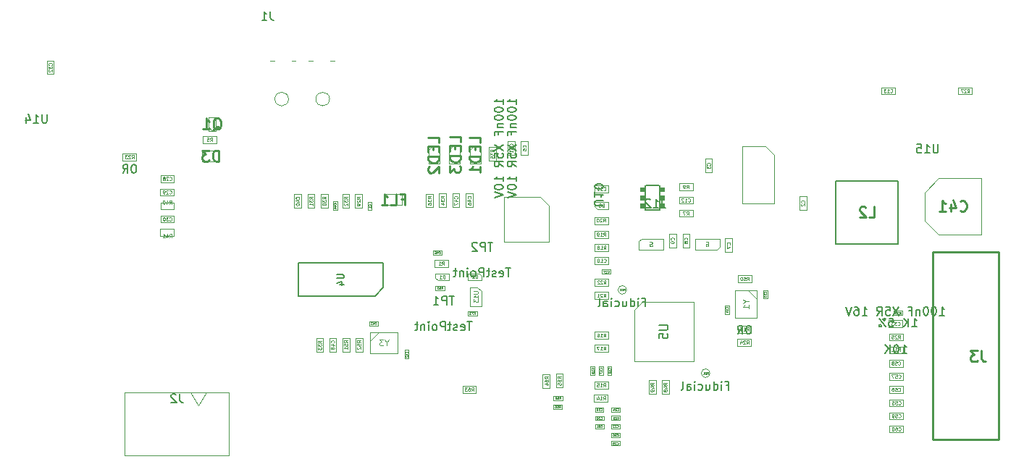
<source format=gbr>
G04 #@! TF.GenerationSoftware,KiCad,Pcbnew,8.0.0-rc1*
G04 #@! TF.CreationDate,2024-01-27T15:59:43+03:00*
G04 #@! TF.ProjectId,RP2040_minimal,52503230-3430-45f6-9d69-6e696d616c2e,REV1*
G04 #@! TF.SameCoordinates,Original*
G04 #@! TF.FileFunction,AssemblyDrawing,Bot*
%FSLAX46Y46*%
G04 Gerber Fmt 4.6, Leading zero omitted, Abs format (unit mm)*
G04 Created by KiCad (PCBNEW 8.0.0-rc1) date 2024-01-27 15:59:43*
%MOMM*%
%LPD*%
G01*
G04 APERTURE LIST*
%ADD10C,0.060000*%
%ADD11C,0.150000*%
%ADD12C,0.040000*%
%ADD13C,0.254000*%
%ADD14C,0.105000*%
%ADD15C,0.050000*%
%ADD16C,0.075000*%
%ADD17C,0.100000*%
%ADD18C,0.200000*%
%ADD19C,0.152400*%
%ADD20C,0.010000*%
G04 APERTURE END LIST*
D10*
X184637737Y-103677927D02*
X184637737Y-103277927D01*
X184637737Y-103277927D02*
X184542499Y-103277927D01*
X184542499Y-103277927D02*
X184485356Y-103296975D01*
X184485356Y-103296975D02*
X184447261Y-103335070D01*
X184447261Y-103335070D02*
X184428214Y-103373165D01*
X184428214Y-103373165D02*
X184409166Y-103449356D01*
X184409166Y-103449356D02*
X184409166Y-103506499D01*
X184409166Y-103506499D02*
X184428214Y-103582689D01*
X184428214Y-103582689D02*
X184447261Y-103620784D01*
X184447261Y-103620784D02*
X184485356Y-103658880D01*
X184485356Y-103658880D02*
X184542499Y-103677927D01*
X184542499Y-103677927D02*
X184637737Y-103677927D01*
X184180595Y-103449356D02*
X184218690Y-103430308D01*
X184218690Y-103430308D02*
X184237737Y-103411260D01*
X184237737Y-103411260D02*
X184256785Y-103373165D01*
X184256785Y-103373165D02*
X184256785Y-103354118D01*
X184256785Y-103354118D02*
X184237737Y-103316022D01*
X184237737Y-103316022D02*
X184218690Y-103296975D01*
X184218690Y-103296975D02*
X184180595Y-103277927D01*
X184180595Y-103277927D02*
X184104404Y-103277927D01*
X184104404Y-103277927D02*
X184066309Y-103296975D01*
X184066309Y-103296975D02*
X184047261Y-103316022D01*
X184047261Y-103316022D02*
X184028214Y-103354118D01*
X184028214Y-103354118D02*
X184028214Y-103373165D01*
X184028214Y-103373165D02*
X184047261Y-103411260D01*
X184047261Y-103411260D02*
X184066309Y-103430308D01*
X184066309Y-103430308D02*
X184104404Y-103449356D01*
X184104404Y-103449356D02*
X184180595Y-103449356D01*
X184180595Y-103449356D02*
X184218690Y-103468403D01*
X184218690Y-103468403D02*
X184237737Y-103487451D01*
X184237737Y-103487451D02*
X184256785Y-103525546D01*
X184256785Y-103525546D02*
X184256785Y-103601737D01*
X184256785Y-103601737D02*
X184237737Y-103639832D01*
X184237737Y-103639832D02*
X184218690Y-103658880D01*
X184218690Y-103658880D02*
X184180595Y-103677927D01*
X184180595Y-103677927D02*
X184104404Y-103677927D01*
X184104404Y-103677927D02*
X184066309Y-103658880D01*
X184066309Y-103658880D02*
X184047261Y-103639832D01*
X184047261Y-103639832D02*
X184028214Y-103601737D01*
X184028214Y-103601737D02*
X184028214Y-103525546D01*
X184028214Y-103525546D02*
X184047261Y-103487451D01*
X184047261Y-103487451D02*
X184066309Y-103468403D01*
X184066309Y-103468403D02*
X184104404Y-103449356D01*
X178114427Y-123723857D02*
X177923951Y-123590524D01*
X178114427Y-123495286D02*
X177714427Y-123495286D01*
X177714427Y-123495286D02*
X177714427Y-123647667D01*
X177714427Y-123647667D02*
X177733475Y-123685762D01*
X177733475Y-123685762D02*
X177752522Y-123704809D01*
X177752522Y-123704809D02*
X177790618Y-123723857D01*
X177790618Y-123723857D02*
X177847760Y-123723857D01*
X177847760Y-123723857D02*
X177885856Y-123704809D01*
X177885856Y-123704809D02*
X177904903Y-123685762D01*
X177904903Y-123685762D02*
X177923951Y-123647667D01*
X177923951Y-123647667D02*
X177923951Y-123495286D01*
X177714427Y-124066714D02*
X177714427Y-123990524D01*
X177714427Y-123990524D02*
X177733475Y-123952428D01*
X177733475Y-123952428D02*
X177752522Y-123933381D01*
X177752522Y-123933381D02*
X177809665Y-123895286D01*
X177809665Y-123895286D02*
X177885856Y-123876238D01*
X177885856Y-123876238D02*
X178038237Y-123876238D01*
X178038237Y-123876238D02*
X178076332Y-123895286D01*
X178076332Y-123895286D02*
X178095380Y-123914333D01*
X178095380Y-123914333D02*
X178114427Y-123952428D01*
X178114427Y-123952428D02*
X178114427Y-124028619D01*
X178114427Y-124028619D02*
X178095380Y-124066714D01*
X178095380Y-124066714D02*
X178076332Y-124085762D01*
X178076332Y-124085762D02*
X178038237Y-124104809D01*
X178038237Y-124104809D02*
X177942999Y-124104809D01*
X177942999Y-124104809D02*
X177904903Y-124085762D01*
X177904903Y-124085762D02*
X177885856Y-124066714D01*
X177885856Y-124066714D02*
X177866808Y-124028619D01*
X177866808Y-124028619D02*
X177866808Y-123952428D01*
X177866808Y-123952428D02*
X177885856Y-123914333D01*
X177885856Y-123914333D02*
X177904903Y-123895286D01*
X177904903Y-123895286D02*
X177942999Y-123876238D01*
X177847760Y-124447666D02*
X178114427Y-124447666D01*
X177695380Y-124352428D02*
X177981094Y-124257190D01*
X177981094Y-124257190D02*
X177981094Y-124504809D01*
D11*
X174347319Y-91603142D02*
X174347319Y-91031714D01*
X174347319Y-91317428D02*
X173347319Y-91317428D01*
X173347319Y-91317428D02*
X173490176Y-91222190D01*
X173490176Y-91222190D02*
X173585414Y-91126952D01*
X173585414Y-91126952D02*
X173633033Y-91031714D01*
X173347319Y-92222190D02*
X173347319Y-92317428D01*
X173347319Y-92317428D02*
X173394938Y-92412666D01*
X173394938Y-92412666D02*
X173442557Y-92460285D01*
X173442557Y-92460285D02*
X173537795Y-92507904D01*
X173537795Y-92507904D02*
X173728271Y-92555523D01*
X173728271Y-92555523D02*
X173966366Y-92555523D01*
X173966366Y-92555523D02*
X174156842Y-92507904D01*
X174156842Y-92507904D02*
X174252080Y-92460285D01*
X174252080Y-92460285D02*
X174299700Y-92412666D01*
X174299700Y-92412666D02*
X174347319Y-92317428D01*
X174347319Y-92317428D02*
X174347319Y-92222190D01*
X174347319Y-92222190D02*
X174299700Y-92126952D01*
X174299700Y-92126952D02*
X174252080Y-92079333D01*
X174252080Y-92079333D02*
X174156842Y-92031714D01*
X174156842Y-92031714D02*
X173966366Y-91984095D01*
X173966366Y-91984095D02*
X173728271Y-91984095D01*
X173728271Y-91984095D02*
X173537795Y-92031714D01*
X173537795Y-92031714D02*
X173442557Y-92079333D01*
X173442557Y-92079333D02*
X173394938Y-92126952D01*
X173394938Y-92126952D02*
X173347319Y-92222190D01*
X173347319Y-93174571D02*
X173347319Y-93269809D01*
X173347319Y-93269809D02*
X173394938Y-93365047D01*
X173394938Y-93365047D02*
X173442557Y-93412666D01*
X173442557Y-93412666D02*
X173537795Y-93460285D01*
X173537795Y-93460285D02*
X173728271Y-93507904D01*
X173728271Y-93507904D02*
X173966366Y-93507904D01*
X173966366Y-93507904D02*
X174156842Y-93460285D01*
X174156842Y-93460285D02*
X174252080Y-93412666D01*
X174252080Y-93412666D02*
X174299700Y-93365047D01*
X174299700Y-93365047D02*
X174347319Y-93269809D01*
X174347319Y-93269809D02*
X174347319Y-93174571D01*
X174347319Y-93174571D02*
X174299700Y-93079333D01*
X174299700Y-93079333D02*
X174252080Y-93031714D01*
X174252080Y-93031714D02*
X174156842Y-92984095D01*
X174156842Y-92984095D02*
X173966366Y-92936476D01*
X173966366Y-92936476D02*
X173728271Y-92936476D01*
X173728271Y-92936476D02*
X173537795Y-92984095D01*
X173537795Y-92984095D02*
X173442557Y-93031714D01*
X173442557Y-93031714D02*
X173394938Y-93079333D01*
X173394938Y-93079333D02*
X173347319Y-93174571D01*
X173680652Y-93936476D02*
X174347319Y-93936476D01*
X173775890Y-93936476D02*
X173728271Y-93984095D01*
X173728271Y-93984095D02*
X173680652Y-94079333D01*
X173680652Y-94079333D02*
X173680652Y-94222190D01*
X173680652Y-94222190D02*
X173728271Y-94317428D01*
X173728271Y-94317428D02*
X173823509Y-94365047D01*
X173823509Y-94365047D02*
X174347319Y-94365047D01*
X173823509Y-95174571D02*
X173823509Y-94841238D01*
X174347319Y-94841238D02*
X173347319Y-94841238D01*
X173347319Y-94841238D02*
X173347319Y-95317428D01*
X173347319Y-96365048D02*
X174347319Y-97031714D01*
X173347319Y-97031714D02*
X174347319Y-96365048D01*
X173347319Y-97888857D02*
X173347319Y-97412667D01*
X173347319Y-97412667D02*
X173823509Y-97365048D01*
X173823509Y-97365048D02*
X173775890Y-97412667D01*
X173775890Y-97412667D02*
X173728271Y-97507905D01*
X173728271Y-97507905D02*
X173728271Y-97746000D01*
X173728271Y-97746000D02*
X173775890Y-97841238D01*
X173775890Y-97841238D02*
X173823509Y-97888857D01*
X173823509Y-97888857D02*
X173918747Y-97936476D01*
X173918747Y-97936476D02*
X174156842Y-97936476D01*
X174156842Y-97936476D02*
X174252080Y-97888857D01*
X174252080Y-97888857D02*
X174299700Y-97841238D01*
X174299700Y-97841238D02*
X174347319Y-97746000D01*
X174347319Y-97746000D02*
X174347319Y-97507905D01*
X174347319Y-97507905D02*
X174299700Y-97412667D01*
X174299700Y-97412667D02*
X174252080Y-97365048D01*
X174347319Y-98936476D02*
X173871128Y-98603143D01*
X174347319Y-98365048D02*
X173347319Y-98365048D01*
X173347319Y-98365048D02*
X173347319Y-98746000D01*
X173347319Y-98746000D02*
X173394938Y-98841238D01*
X173394938Y-98841238D02*
X173442557Y-98888857D01*
X173442557Y-98888857D02*
X173537795Y-98936476D01*
X173537795Y-98936476D02*
X173680652Y-98936476D01*
X173680652Y-98936476D02*
X173775890Y-98888857D01*
X173775890Y-98888857D02*
X173823509Y-98841238D01*
X173823509Y-98841238D02*
X173871128Y-98746000D01*
X173871128Y-98746000D02*
X173871128Y-98365048D01*
X174347319Y-100650762D02*
X174347319Y-100079334D01*
X174347319Y-100365048D02*
X173347319Y-100365048D01*
X173347319Y-100365048D02*
X173490176Y-100269810D01*
X173490176Y-100269810D02*
X173585414Y-100174572D01*
X173585414Y-100174572D02*
X173633033Y-100079334D01*
X173347319Y-101269810D02*
X173347319Y-101365048D01*
X173347319Y-101365048D02*
X173394938Y-101460286D01*
X173394938Y-101460286D02*
X173442557Y-101507905D01*
X173442557Y-101507905D02*
X173537795Y-101555524D01*
X173537795Y-101555524D02*
X173728271Y-101603143D01*
X173728271Y-101603143D02*
X173966366Y-101603143D01*
X173966366Y-101603143D02*
X174156842Y-101555524D01*
X174156842Y-101555524D02*
X174252080Y-101507905D01*
X174252080Y-101507905D02*
X174299700Y-101460286D01*
X174299700Y-101460286D02*
X174347319Y-101365048D01*
X174347319Y-101365048D02*
X174347319Y-101269810D01*
X174347319Y-101269810D02*
X174299700Y-101174572D01*
X174299700Y-101174572D02*
X174252080Y-101126953D01*
X174252080Y-101126953D02*
X174156842Y-101079334D01*
X174156842Y-101079334D02*
X173966366Y-101031715D01*
X173966366Y-101031715D02*
X173728271Y-101031715D01*
X173728271Y-101031715D02*
X173537795Y-101079334D01*
X173537795Y-101079334D02*
X173442557Y-101126953D01*
X173442557Y-101126953D02*
X173394938Y-101174572D01*
X173394938Y-101174572D02*
X173347319Y-101269810D01*
X173347319Y-101888858D02*
X174347319Y-102222191D01*
X174347319Y-102222191D02*
X173347319Y-102555524D01*
D10*
X175466332Y-96679333D02*
X175485380Y-96660285D01*
X175485380Y-96660285D02*
X175504427Y-96603143D01*
X175504427Y-96603143D02*
X175504427Y-96565047D01*
X175504427Y-96565047D02*
X175485380Y-96507904D01*
X175485380Y-96507904D02*
X175447284Y-96469809D01*
X175447284Y-96469809D02*
X175409189Y-96450762D01*
X175409189Y-96450762D02*
X175332999Y-96431714D01*
X175332999Y-96431714D02*
X175275856Y-96431714D01*
X175275856Y-96431714D02*
X175199665Y-96450762D01*
X175199665Y-96450762D02*
X175161570Y-96469809D01*
X175161570Y-96469809D02*
X175123475Y-96507904D01*
X175123475Y-96507904D02*
X175104427Y-96565047D01*
X175104427Y-96565047D02*
X175104427Y-96603143D01*
X175104427Y-96603143D02*
X175123475Y-96660285D01*
X175123475Y-96660285D02*
X175142522Y-96679333D01*
X175104427Y-97041238D02*
X175104427Y-96850762D01*
X175104427Y-96850762D02*
X175294903Y-96831714D01*
X175294903Y-96831714D02*
X175275856Y-96850762D01*
X175275856Y-96850762D02*
X175256808Y-96888857D01*
X175256808Y-96888857D02*
X175256808Y-96984095D01*
X175256808Y-96984095D02*
X175275856Y-97022190D01*
X175275856Y-97022190D02*
X175294903Y-97041238D01*
X175294903Y-97041238D02*
X175332999Y-97060285D01*
X175332999Y-97060285D02*
X175428237Y-97060285D01*
X175428237Y-97060285D02*
X175466332Y-97041238D01*
X175466332Y-97041238D02*
X175485380Y-97022190D01*
X175485380Y-97022190D02*
X175504427Y-96984095D01*
X175504427Y-96984095D02*
X175504427Y-96888857D01*
X175504427Y-96888857D02*
X175485380Y-96850762D01*
X175485380Y-96850762D02*
X175466332Y-96831714D01*
X192004427Y-124453857D02*
X191813951Y-124320524D01*
X192004427Y-124225286D02*
X191604427Y-124225286D01*
X191604427Y-124225286D02*
X191604427Y-124377667D01*
X191604427Y-124377667D02*
X191623475Y-124415762D01*
X191623475Y-124415762D02*
X191642522Y-124434809D01*
X191642522Y-124434809D02*
X191680618Y-124453857D01*
X191680618Y-124453857D02*
X191737760Y-124453857D01*
X191737760Y-124453857D02*
X191775856Y-124434809D01*
X191775856Y-124434809D02*
X191794903Y-124415762D01*
X191794903Y-124415762D02*
X191813951Y-124377667D01*
X191813951Y-124377667D02*
X191813951Y-124225286D01*
X191737760Y-124796714D02*
X192004427Y-124796714D01*
X191585380Y-124701476D02*
X191871094Y-124606238D01*
X191871094Y-124606238D02*
X191871094Y-124853857D01*
X191775856Y-125063380D02*
X191756808Y-125025285D01*
X191756808Y-125025285D02*
X191737760Y-125006238D01*
X191737760Y-125006238D02*
X191699665Y-124987190D01*
X191699665Y-124987190D02*
X191680618Y-124987190D01*
X191680618Y-124987190D02*
X191642522Y-125006238D01*
X191642522Y-125006238D02*
X191623475Y-125025285D01*
X191623475Y-125025285D02*
X191604427Y-125063380D01*
X191604427Y-125063380D02*
X191604427Y-125139571D01*
X191604427Y-125139571D02*
X191623475Y-125177666D01*
X191623475Y-125177666D02*
X191642522Y-125196714D01*
X191642522Y-125196714D02*
X191680618Y-125215761D01*
X191680618Y-125215761D02*
X191699665Y-125215761D01*
X191699665Y-125215761D02*
X191737760Y-125196714D01*
X191737760Y-125196714D02*
X191756808Y-125177666D01*
X191756808Y-125177666D02*
X191775856Y-125139571D01*
X191775856Y-125139571D02*
X191775856Y-125063380D01*
X191775856Y-125063380D02*
X191794903Y-125025285D01*
X191794903Y-125025285D02*
X191813951Y-125006238D01*
X191813951Y-125006238D02*
X191852046Y-124987190D01*
X191852046Y-124987190D02*
X191928237Y-124987190D01*
X191928237Y-124987190D02*
X191966332Y-125006238D01*
X191966332Y-125006238D02*
X191985380Y-125025285D01*
X191985380Y-125025285D02*
X192004427Y-125063380D01*
X192004427Y-125063380D02*
X192004427Y-125139571D01*
X192004427Y-125139571D02*
X191985380Y-125177666D01*
X191985380Y-125177666D02*
X191966332Y-125196714D01*
X191966332Y-125196714D02*
X191928237Y-125215761D01*
X191928237Y-125215761D02*
X191852046Y-125215761D01*
X191852046Y-125215761D02*
X191813951Y-125196714D01*
X191813951Y-125196714D02*
X191794903Y-125177666D01*
X191794903Y-125177666D02*
X191775856Y-125139571D01*
X219054642Y-126719832D02*
X219073690Y-126738880D01*
X219073690Y-126738880D02*
X219130832Y-126757927D01*
X219130832Y-126757927D02*
X219168928Y-126757927D01*
X219168928Y-126757927D02*
X219226071Y-126738880D01*
X219226071Y-126738880D02*
X219264166Y-126700784D01*
X219264166Y-126700784D02*
X219283213Y-126662689D01*
X219283213Y-126662689D02*
X219302261Y-126586499D01*
X219302261Y-126586499D02*
X219302261Y-126529356D01*
X219302261Y-126529356D02*
X219283213Y-126453165D01*
X219283213Y-126453165D02*
X219264166Y-126415070D01*
X219264166Y-126415070D02*
X219226071Y-126376975D01*
X219226071Y-126376975D02*
X219168928Y-126357927D01*
X219168928Y-126357927D02*
X219130832Y-126357927D01*
X219130832Y-126357927D02*
X219073690Y-126376975D01*
X219073690Y-126376975D02*
X219054642Y-126396022D01*
X218692737Y-126357927D02*
X218883213Y-126357927D01*
X218883213Y-126357927D02*
X218902261Y-126548403D01*
X218902261Y-126548403D02*
X218883213Y-126529356D01*
X218883213Y-126529356D02*
X218845118Y-126510308D01*
X218845118Y-126510308D02*
X218749880Y-126510308D01*
X218749880Y-126510308D02*
X218711785Y-126529356D01*
X218711785Y-126529356D02*
X218692737Y-126548403D01*
X218692737Y-126548403D02*
X218673690Y-126586499D01*
X218673690Y-126586499D02*
X218673690Y-126681737D01*
X218673690Y-126681737D02*
X218692737Y-126719832D01*
X218692737Y-126719832D02*
X218711785Y-126738880D01*
X218711785Y-126738880D02*
X218749880Y-126757927D01*
X218749880Y-126757927D02*
X218845118Y-126757927D01*
X218845118Y-126757927D02*
X218883213Y-126738880D01*
X218883213Y-126738880D02*
X218902261Y-126719832D01*
X218311785Y-126357927D02*
X218502261Y-126357927D01*
X218502261Y-126357927D02*
X218521309Y-126548403D01*
X218521309Y-126548403D02*
X218502261Y-126529356D01*
X218502261Y-126529356D02*
X218464166Y-126510308D01*
X218464166Y-126510308D02*
X218368928Y-126510308D01*
X218368928Y-126510308D02*
X218330833Y-126529356D01*
X218330833Y-126529356D02*
X218311785Y-126548403D01*
X218311785Y-126548403D02*
X218292738Y-126586499D01*
X218292738Y-126586499D02*
X218292738Y-126681737D01*
X218292738Y-126681737D02*
X218311785Y-126719832D01*
X218311785Y-126719832D02*
X218330833Y-126738880D01*
X218330833Y-126738880D02*
X218368928Y-126757927D01*
X218368928Y-126757927D02*
X218464166Y-126757927D01*
X218464166Y-126757927D02*
X218502261Y-126738880D01*
X218502261Y-126738880D02*
X218521309Y-126719832D01*
D12*
X186163214Y-128415765D02*
X186175118Y-128427670D01*
X186175118Y-128427670D02*
X186210833Y-128439574D01*
X186210833Y-128439574D02*
X186234642Y-128439574D01*
X186234642Y-128439574D02*
X186270356Y-128427670D01*
X186270356Y-128427670D02*
X186294166Y-128403860D01*
X186294166Y-128403860D02*
X186306071Y-128380050D01*
X186306071Y-128380050D02*
X186317975Y-128332431D01*
X186317975Y-128332431D02*
X186317975Y-128296717D01*
X186317975Y-128296717D02*
X186306071Y-128249098D01*
X186306071Y-128249098D02*
X186294166Y-128225289D01*
X186294166Y-128225289D02*
X186270356Y-128201479D01*
X186270356Y-128201479D02*
X186234642Y-128189574D01*
X186234642Y-128189574D02*
X186210833Y-128189574D01*
X186210833Y-128189574D02*
X186175118Y-128201479D01*
X186175118Y-128201479D02*
X186163214Y-128213384D01*
X186067975Y-128213384D02*
X186056071Y-128201479D01*
X186056071Y-128201479D02*
X186032261Y-128189574D01*
X186032261Y-128189574D02*
X185972737Y-128189574D01*
X185972737Y-128189574D02*
X185948928Y-128201479D01*
X185948928Y-128201479D02*
X185937023Y-128213384D01*
X185937023Y-128213384D02*
X185925118Y-128237193D01*
X185925118Y-128237193D02*
X185925118Y-128261003D01*
X185925118Y-128261003D02*
X185937023Y-128296717D01*
X185937023Y-128296717D02*
X186079880Y-128439574D01*
X186079880Y-128439574D02*
X185925118Y-128439574D01*
X185841785Y-128189574D02*
X185687023Y-128189574D01*
X185687023Y-128189574D02*
X185770357Y-128284812D01*
X185770357Y-128284812D02*
X185734642Y-128284812D01*
X185734642Y-128284812D02*
X185710833Y-128296717D01*
X185710833Y-128296717D02*
X185698928Y-128308622D01*
X185698928Y-128308622D02*
X185687023Y-128332431D01*
X185687023Y-128332431D02*
X185687023Y-128391955D01*
X185687023Y-128391955D02*
X185698928Y-128415765D01*
X185698928Y-128415765D02*
X185710833Y-128427670D01*
X185710833Y-128427670D02*
X185734642Y-128439574D01*
X185734642Y-128439574D02*
X185806071Y-128439574D01*
X185806071Y-128439574D02*
X185829880Y-128427670D01*
X185829880Y-128427670D02*
X185841785Y-128415765D01*
D10*
X194461142Y-102999832D02*
X194480190Y-103018880D01*
X194480190Y-103018880D02*
X194537332Y-103037927D01*
X194537332Y-103037927D02*
X194575428Y-103037927D01*
X194575428Y-103037927D02*
X194632571Y-103018880D01*
X194632571Y-103018880D02*
X194670666Y-102980784D01*
X194670666Y-102980784D02*
X194689713Y-102942689D01*
X194689713Y-102942689D02*
X194708761Y-102866499D01*
X194708761Y-102866499D02*
X194708761Y-102809356D01*
X194708761Y-102809356D02*
X194689713Y-102733165D01*
X194689713Y-102733165D02*
X194670666Y-102695070D01*
X194670666Y-102695070D02*
X194632571Y-102656975D01*
X194632571Y-102656975D02*
X194575428Y-102637927D01*
X194575428Y-102637927D02*
X194537332Y-102637927D01*
X194537332Y-102637927D02*
X194480190Y-102656975D01*
X194480190Y-102656975D02*
X194461142Y-102676022D01*
X194080190Y-103037927D02*
X194308761Y-103037927D01*
X194194475Y-103037927D02*
X194194475Y-102637927D01*
X194194475Y-102637927D02*
X194232571Y-102695070D01*
X194232571Y-102695070D02*
X194270666Y-102733165D01*
X194270666Y-102733165D02*
X194308761Y-102752213D01*
X193927809Y-102676022D02*
X193908761Y-102656975D01*
X193908761Y-102656975D02*
X193870666Y-102637927D01*
X193870666Y-102637927D02*
X193775428Y-102637927D01*
X193775428Y-102637927D02*
X193737333Y-102656975D01*
X193737333Y-102656975D02*
X193718285Y-102676022D01*
X193718285Y-102676022D02*
X193699238Y-102714118D01*
X193699238Y-102714118D02*
X193699238Y-102752213D01*
X193699238Y-102752213D02*
X193718285Y-102809356D01*
X193718285Y-102809356D02*
X193946857Y-103037927D01*
X193946857Y-103037927D02*
X193699238Y-103037927D01*
X150554427Y-102693857D02*
X150363951Y-102560524D01*
X150554427Y-102465286D02*
X150154427Y-102465286D01*
X150154427Y-102465286D02*
X150154427Y-102617667D01*
X150154427Y-102617667D02*
X150173475Y-102655762D01*
X150173475Y-102655762D02*
X150192522Y-102674809D01*
X150192522Y-102674809D02*
X150230618Y-102693857D01*
X150230618Y-102693857D02*
X150287760Y-102693857D01*
X150287760Y-102693857D02*
X150325856Y-102674809D01*
X150325856Y-102674809D02*
X150344903Y-102655762D01*
X150344903Y-102655762D02*
X150363951Y-102617667D01*
X150363951Y-102617667D02*
X150363951Y-102465286D01*
X150154427Y-102827190D02*
X150154427Y-103074809D01*
X150154427Y-103074809D02*
X150306808Y-102941476D01*
X150306808Y-102941476D02*
X150306808Y-102998619D01*
X150306808Y-102998619D02*
X150325856Y-103036714D01*
X150325856Y-103036714D02*
X150344903Y-103055762D01*
X150344903Y-103055762D02*
X150382999Y-103074809D01*
X150382999Y-103074809D02*
X150478237Y-103074809D01*
X150478237Y-103074809D02*
X150516332Y-103055762D01*
X150516332Y-103055762D02*
X150535380Y-103036714D01*
X150535380Y-103036714D02*
X150554427Y-102998619D01*
X150554427Y-102998619D02*
X150554427Y-102884333D01*
X150554427Y-102884333D02*
X150535380Y-102846238D01*
X150535380Y-102846238D02*
X150516332Y-102827190D01*
X150554427Y-103455761D02*
X150554427Y-103227190D01*
X150554427Y-103341476D02*
X150154427Y-103341476D01*
X150154427Y-103341476D02*
X150211570Y-103303380D01*
X150211570Y-103303380D02*
X150249665Y-103265285D01*
X150249665Y-103265285D02*
X150268713Y-103227190D01*
X133819642Y-102069832D02*
X133838690Y-102088880D01*
X133838690Y-102088880D02*
X133895832Y-102107927D01*
X133895832Y-102107927D02*
X133933928Y-102107927D01*
X133933928Y-102107927D02*
X133991071Y-102088880D01*
X133991071Y-102088880D02*
X134029166Y-102050784D01*
X134029166Y-102050784D02*
X134048213Y-102012689D01*
X134048213Y-102012689D02*
X134067261Y-101936499D01*
X134067261Y-101936499D02*
X134067261Y-101879356D01*
X134067261Y-101879356D02*
X134048213Y-101803165D01*
X134048213Y-101803165D02*
X134029166Y-101765070D01*
X134029166Y-101765070D02*
X133991071Y-101726975D01*
X133991071Y-101726975D02*
X133933928Y-101707927D01*
X133933928Y-101707927D02*
X133895832Y-101707927D01*
X133895832Y-101707927D02*
X133838690Y-101726975D01*
X133838690Y-101726975D02*
X133819642Y-101746022D01*
X133667261Y-101746022D02*
X133648213Y-101726975D01*
X133648213Y-101726975D02*
X133610118Y-101707927D01*
X133610118Y-101707927D02*
X133514880Y-101707927D01*
X133514880Y-101707927D02*
X133476785Y-101726975D01*
X133476785Y-101726975D02*
X133457737Y-101746022D01*
X133457737Y-101746022D02*
X133438690Y-101784118D01*
X133438690Y-101784118D02*
X133438690Y-101822213D01*
X133438690Y-101822213D02*
X133457737Y-101879356D01*
X133457737Y-101879356D02*
X133686309Y-102107927D01*
X133686309Y-102107927D02*
X133438690Y-102107927D01*
X133248214Y-102107927D02*
X133172023Y-102107927D01*
X133172023Y-102107927D02*
X133133928Y-102088880D01*
X133133928Y-102088880D02*
X133114880Y-102069832D01*
X133114880Y-102069832D02*
X133076785Y-102012689D01*
X133076785Y-102012689D02*
X133057738Y-101936499D01*
X133057738Y-101936499D02*
X133057738Y-101784118D01*
X133057738Y-101784118D02*
X133076785Y-101746022D01*
X133076785Y-101746022D02*
X133095833Y-101726975D01*
X133095833Y-101726975D02*
X133133928Y-101707927D01*
X133133928Y-101707927D02*
X133210119Y-101707927D01*
X133210119Y-101707927D02*
X133248214Y-101726975D01*
X133248214Y-101726975D02*
X133267261Y-101746022D01*
X133267261Y-101746022D02*
X133286309Y-101784118D01*
X133286309Y-101784118D02*
X133286309Y-101879356D01*
X133286309Y-101879356D02*
X133267261Y-101917451D01*
X133267261Y-101917451D02*
X133248214Y-101936499D01*
X133248214Y-101936499D02*
X133210119Y-101955546D01*
X133210119Y-101955546D02*
X133133928Y-101955546D01*
X133133928Y-101955546D02*
X133095833Y-101936499D01*
X133095833Y-101936499D02*
X133076785Y-101917451D01*
X133076785Y-101917451D02*
X133057738Y-101879356D01*
D12*
X165313214Y-109095765D02*
X165325118Y-109107670D01*
X165325118Y-109107670D02*
X165360833Y-109119574D01*
X165360833Y-109119574D02*
X165384642Y-109119574D01*
X165384642Y-109119574D02*
X165420356Y-109107670D01*
X165420356Y-109107670D02*
X165444166Y-109083860D01*
X165444166Y-109083860D02*
X165456071Y-109060050D01*
X165456071Y-109060050D02*
X165467975Y-109012431D01*
X165467975Y-109012431D02*
X165467975Y-108976717D01*
X165467975Y-108976717D02*
X165456071Y-108929098D01*
X165456071Y-108929098D02*
X165444166Y-108905289D01*
X165444166Y-108905289D02*
X165420356Y-108881479D01*
X165420356Y-108881479D02*
X165384642Y-108869574D01*
X165384642Y-108869574D02*
X165360833Y-108869574D01*
X165360833Y-108869574D02*
X165325118Y-108881479D01*
X165325118Y-108881479D02*
X165313214Y-108893384D01*
X165098928Y-108952908D02*
X165098928Y-109119574D01*
X165158452Y-108857670D02*
X165217975Y-109036241D01*
X165217975Y-109036241D02*
X165063214Y-109036241D01*
X164848928Y-108869574D02*
X164967976Y-108869574D01*
X164967976Y-108869574D02*
X164979880Y-108988622D01*
X164979880Y-108988622D02*
X164967976Y-108976717D01*
X164967976Y-108976717D02*
X164944166Y-108964812D01*
X164944166Y-108964812D02*
X164884642Y-108964812D01*
X164884642Y-108964812D02*
X164860833Y-108976717D01*
X164860833Y-108976717D02*
X164848928Y-108988622D01*
X164848928Y-108988622D02*
X164837023Y-109012431D01*
X164837023Y-109012431D02*
X164837023Y-109071955D01*
X164837023Y-109071955D02*
X164848928Y-109095765D01*
X164848928Y-109095765D02*
X164860833Y-109107670D01*
X164860833Y-109107670D02*
X164884642Y-109119574D01*
X164884642Y-109119574D02*
X164944166Y-109119574D01*
X164944166Y-109119574D02*
X164967976Y-109107670D01*
X164967976Y-109107670D02*
X164979880Y-109095765D01*
D10*
X194270666Y-104577927D02*
X194403999Y-104387451D01*
X194499237Y-104577927D02*
X194499237Y-104177927D01*
X194499237Y-104177927D02*
X194346856Y-104177927D01*
X194346856Y-104177927D02*
X194308761Y-104196975D01*
X194308761Y-104196975D02*
X194289714Y-104216022D01*
X194289714Y-104216022D02*
X194270666Y-104254118D01*
X194270666Y-104254118D02*
X194270666Y-104311260D01*
X194270666Y-104311260D02*
X194289714Y-104349356D01*
X194289714Y-104349356D02*
X194308761Y-104368403D01*
X194308761Y-104368403D02*
X194346856Y-104387451D01*
X194346856Y-104387451D02*
X194499237Y-104387451D01*
X194137333Y-104177927D02*
X193870666Y-104177927D01*
X193870666Y-104177927D02*
X194042095Y-104577927D01*
X184604642Y-110079832D02*
X184623690Y-110098880D01*
X184623690Y-110098880D02*
X184680832Y-110117927D01*
X184680832Y-110117927D02*
X184718928Y-110117927D01*
X184718928Y-110117927D02*
X184776071Y-110098880D01*
X184776071Y-110098880D02*
X184814166Y-110060784D01*
X184814166Y-110060784D02*
X184833213Y-110022689D01*
X184833213Y-110022689D02*
X184852261Y-109946499D01*
X184852261Y-109946499D02*
X184852261Y-109889356D01*
X184852261Y-109889356D02*
X184833213Y-109813165D01*
X184833213Y-109813165D02*
X184814166Y-109775070D01*
X184814166Y-109775070D02*
X184776071Y-109736975D01*
X184776071Y-109736975D02*
X184718928Y-109717927D01*
X184718928Y-109717927D02*
X184680832Y-109717927D01*
X184680832Y-109717927D02*
X184623690Y-109736975D01*
X184623690Y-109736975D02*
X184604642Y-109756022D01*
X184223690Y-110117927D02*
X184452261Y-110117927D01*
X184337975Y-110117927D02*
X184337975Y-109717927D01*
X184337975Y-109717927D02*
X184376071Y-109775070D01*
X184376071Y-109775070D02*
X184414166Y-109813165D01*
X184414166Y-109813165D02*
X184452261Y-109832213D01*
X183976071Y-109717927D02*
X183937976Y-109717927D01*
X183937976Y-109717927D02*
X183899880Y-109736975D01*
X183899880Y-109736975D02*
X183880833Y-109756022D01*
X183880833Y-109756022D02*
X183861785Y-109794118D01*
X183861785Y-109794118D02*
X183842738Y-109870308D01*
X183842738Y-109870308D02*
X183842738Y-109965546D01*
X183842738Y-109965546D02*
X183861785Y-110041737D01*
X183861785Y-110041737D02*
X183880833Y-110079832D01*
X183880833Y-110079832D02*
X183899880Y-110098880D01*
X183899880Y-110098880D02*
X183937976Y-110117927D01*
X183937976Y-110117927D02*
X183976071Y-110117927D01*
X183976071Y-110117927D02*
X184014166Y-110098880D01*
X184014166Y-110098880D02*
X184033214Y-110079832D01*
X184033214Y-110079832D02*
X184052261Y-110041737D01*
X184052261Y-110041737D02*
X184071309Y-109965546D01*
X184071309Y-109965546D02*
X184071309Y-109870308D01*
X184071309Y-109870308D02*
X184052261Y-109794118D01*
X184052261Y-109794118D02*
X184033214Y-109756022D01*
X184033214Y-109756022D02*
X184014166Y-109736975D01*
X184014166Y-109736975D02*
X183976071Y-109717927D01*
D13*
X228775441Y-120468318D02*
X228775441Y-121375461D01*
X228775441Y-121375461D02*
X228835918Y-121556889D01*
X228835918Y-121556889D02*
X228956870Y-121677842D01*
X228956870Y-121677842D02*
X229138299Y-121738318D01*
X229138299Y-121738318D02*
X229259251Y-121738318D01*
X228291632Y-120468318D02*
X227505441Y-120468318D01*
X227505441Y-120468318D02*
X227928775Y-120952127D01*
X227928775Y-120952127D02*
X227747346Y-120952127D01*
X227747346Y-120952127D02*
X227626394Y-121012603D01*
X227626394Y-121012603D02*
X227565918Y-121073080D01*
X227565918Y-121073080D02*
X227505441Y-121194032D01*
X227505441Y-121194032D02*
X227505441Y-121496413D01*
X227505441Y-121496413D02*
X227565918Y-121617365D01*
X227565918Y-121617365D02*
X227626394Y-121677842D01*
X227626394Y-121677842D02*
X227747346Y-121738318D01*
X227747346Y-121738318D02*
X228110203Y-121738318D01*
X228110203Y-121738318D02*
X228231156Y-121677842D01*
X228231156Y-121677842D02*
X228291632Y-121617365D01*
D10*
X133829642Y-105219832D02*
X133848690Y-105238880D01*
X133848690Y-105238880D02*
X133905832Y-105257927D01*
X133905832Y-105257927D02*
X133943928Y-105257927D01*
X133943928Y-105257927D02*
X134001071Y-105238880D01*
X134001071Y-105238880D02*
X134039166Y-105200784D01*
X134039166Y-105200784D02*
X134058213Y-105162689D01*
X134058213Y-105162689D02*
X134077261Y-105086499D01*
X134077261Y-105086499D02*
X134077261Y-105029356D01*
X134077261Y-105029356D02*
X134058213Y-104953165D01*
X134058213Y-104953165D02*
X134039166Y-104915070D01*
X134039166Y-104915070D02*
X134001071Y-104876975D01*
X134001071Y-104876975D02*
X133943928Y-104857927D01*
X133943928Y-104857927D02*
X133905832Y-104857927D01*
X133905832Y-104857927D02*
X133848690Y-104876975D01*
X133848690Y-104876975D02*
X133829642Y-104896022D01*
X133696309Y-104857927D02*
X133448690Y-104857927D01*
X133448690Y-104857927D02*
X133582023Y-105010308D01*
X133582023Y-105010308D02*
X133524880Y-105010308D01*
X133524880Y-105010308D02*
X133486785Y-105029356D01*
X133486785Y-105029356D02*
X133467737Y-105048403D01*
X133467737Y-105048403D02*
X133448690Y-105086499D01*
X133448690Y-105086499D02*
X133448690Y-105181737D01*
X133448690Y-105181737D02*
X133467737Y-105219832D01*
X133467737Y-105219832D02*
X133486785Y-105238880D01*
X133486785Y-105238880D02*
X133524880Y-105257927D01*
X133524880Y-105257927D02*
X133639166Y-105257927D01*
X133639166Y-105257927D02*
X133677261Y-105238880D01*
X133677261Y-105238880D02*
X133696309Y-105219832D01*
X133201071Y-104857927D02*
X133162976Y-104857927D01*
X133162976Y-104857927D02*
X133124880Y-104876975D01*
X133124880Y-104876975D02*
X133105833Y-104896022D01*
X133105833Y-104896022D02*
X133086785Y-104934118D01*
X133086785Y-104934118D02*
X133067738Y-105010308D01*
X133067738Y-105010308D02*
X133067738Y-105105546D01*
X133067738Y-105105546D02*
X133086785Y-105181737D01*
X133086785Y-105181737D02*
X133105833Y-105219832D01*
X133105833Y-105219832D02*
X133124880Y-105238880D01*
X133124880Y-105238880D02*
X133162976Y-105257927D01*
X133162976Y-105257927D02*
X133201071Y-105257927D01*
X133201071Y-105257927D02*
X133239166Y-105238880D01*
X133239166Y-105238880D02*
X133258214Y-105219832D01*
X133258214Y-105219832D02*
X133277261Y-105181737D01*
X133277261Y-105181737D02*
X133296309Y-105105546D01*
X133296309Y-105105546D02*
X133296309Y-105010308D01*
X133296309Y-105010308D02*
X133277261Y-104934118D01*
X133277261Y-104934118D02*
X133258214Y-104896022D01*
X133258214Y-104896022D02*
X133239166Y-104876975D01*
X133239166Y-104876975D02*
X133201071Y-104857927D01*
D12*
X186143214Y-129395765D02*
X186155118Y-129407670D01*
X186155118Y-129407670D02*
X186190833Y-129419574D01*
X186190833Y-129419574D02*
X186214642Y-129419574D01*
X186214642Y-129419574D02*
X186250356Y-129407670D01*
X186250356Y-129407670D02*
X186274166Y-129383860D01*
X186274166Y-129383860D02*
X186286071Y-129360050D01*
X186286071Y-129360050D02*
X186297975Y-129312431D01*
X186297975Y-129312431D02*
X186297975Y-129276717D01*
X186297975Y-129276717D02*
X186286071Y-129229098D01*
X186286071Y-129229098D02*
X186274166Y-129205289D01*
X186274166Y-129205289D02*
X186250356Y-129181479D01*
X186250356Y-129181479D02*
X186214642Y-129169574D01*
X186214642Y-129169574D02*
X186190833Y-129169574D01*
X186190833Y-129169574D02*
X186155118Y-129181479D01*
X186155118Y-129181479D02*
X186143214Y-129193384D01*
X186047975Y-129193384D02*
X186036071Y-129181479D01*
X186036071Y-129181479D02*
X186012261Y-129169574D01*
X186012261Y-129169574D02*
X185952737Y-129169574D01*
X185952737Y-129169574D02*
X185928928Y-129181479D01*
X185928928Y-129181479D02*
X185917023Y-129193384D01*
X185917023Y-129193384D02*
X185905118Y-129217193D01*
X185905118Y-129217193D02*
X185905118Y-129241003D01*
X185905118Y-129241003D02*
X185917023Y-129276717D01*
X185917023Y-129276717D02*
X186059880Y-129419574D01*
X186059880Y-129419574D02*
X185905118Y-129419574D01*
X185809880Y-129193384D02*
X185797976Y-129181479D01*
X185797976Y-129181479D02*
X185774166Y-129169574D01*
X185774166Y-129169574D02*
X185714642Y-129169574D01*
X185714642Y-129169574D02*
X185690833Y-129181479D01*
X185690833Y-129181479D02*
X185678928Y-129193384D01*
X185678928Y-129193384D02*
X185667023Y-129217193D01*
X185667023Y-129217193D02*
X185667023Y-129241003D01*
X185667023Y-129241003D02*
X185678928Y-129276717D01*
X185678928Y-129276717D02*
X185821785Y-129419574D01*
X185821785Y-129419574D02*
X185667023Y-129419574D01*
D10*
X201309642Y-118137927D02*
X201442975Y-117947451D01*
X201538213Y-118137927D02*
X201538213Y-117737927D01*
X201538213Y-117737927D02*
X201385832Y-117737927D01*
X201385832Y-117737927D02*
X201347737Y-117756975D01*
X201347737Y-117756975D02*
X201328690Y-117776022D01*
X201328690Y-117776022D02*
X201309642Y-117814118D01*
X201309642Y-117814118D02*
X201309642Y-117871260D01*
X201309642Y-117871260D02*
X201328690Y-117909356D01*
X201328690Y-117909356D02*
X201347737Y-117928403D01*
X201347737Y-117928403D02*
X201385832Y-117947451D01*
X201385832Y-117947451D02*
X201538213Y-117947451D01*
X200928690Y-118137927D02*
X201157261Y-118137927D01*
X201042975Y-118137927D02*
X201042975Y-117737927D01*
X201042975Y-117737927D02*
X201081071Y-117795070D01*
X201081071Y-117795070D02*
X201119166Y-117833165D01*
X201119166Y-117833165D02*
X201157261Y-117852213D01*
X200795357Y-117737927D02*
X200547738Y-117737927D01*
X200547738Y-117737927D02*
X200681071Y-117890308D01*
X200681071Y-117890308D02*
X200623928Y-117890308D01*
X200623928Y-117890308D02*
X200585833Y-117909356D01*
X200585833Y-117909356D02*
X200566785Y-117928403D01*
X200566785Y-117928403D02*
X200547738Y-117966499D01*
X200547738Y-117966499D02*
X200547738Y-118061737D01*
X200547738Y-118061737D02*
X200566785Y-118099832D01*
X200566785Y-118099832D02*
X200585833Y-118118880D01*
X200585833Y-118118880D02*
X200623928Y-118137927D01*
X200623928Y-118137927D02*
X200738214Y-118137927D01*
X200738214Y-118137927D02*
X200776309Y-118118880D01*
X200776309Y-118118880D02*
X200795357Y-118099832D01*
D11*
X189150952Y-114783509D02*
X189484285Y-114783509D01*
X189484285Y-115307319D02*
X189484285Y-114307319D01*
X189484285Y-114307319D02*
X189008095Y-114307319D01*
X188627142Y-115307319D02*
X188627142Y-114640652D01*
X188627142Y-114307319D02*
X188674761Y-114354938D01*
X188674761Y-114354938D02*
X188627142Y-114402557D01*
X188627142Y-114402557D02*
X188579523Y-114354938D01*
X188579523Y-114354938D02*
X188627142Y-114307319D01*
X188627142Y-114307319D02*
X188627142Y-114402557D01*
X187722381Y-115307319D02*
X187722381Y-114307319D01*
X187722381Y-115259700D02*
X187817619Y-115307319D01*
X187817619Y-115307319D02*
X188008095Y-115307319D01*
X188008095Y-115307319D02*
X188103333Y-115259700D01*
X188103333Y-115259700D02*
X188150952Y-115212080D01*
X188150952Y-115212080D02*
X188198571Y-115116842D01*
X188198571Y-115116842D02*
X188198571Y-114831128D01*
X188198571Y-114831128D02*
X188150952Y-114735890D01*
X188150952Y-114735890D02*
X188103333Y-114688271D01*
X188103333Y-114688271D02*
X188008095Y-114640652D01*
X188008095Y-114640652D02*
X187817619Y-114640652D01*
X187817619Y-114640652D02*
X187722381Y-114688271D01*
X186817619Y-114640652D02*
X186817619Y-115307319D01*
X187246190Y-114640652D02*
X187246190Y-115164461D01*
X187246190Y-115164461D02*
X187198571Y-115259700D01*
X187198571Y-115259700D02*
X187103333Y-115307319D01*
X187103333Y-115307319D02*
X186960476Y-115307319D01*
X186960476Y-115307319D02*
X186865238Y-115259700D01*
X186865238Y-115259700D02*
X186817619Y-115212080D01*
X185912857Y-115259700D02*
X186008095Y-115307319D01*
X186008095Y-115307319D02*
X186198571Y-115307319D01*
X186198571Y-115307319D02*
X186293809Y-115259700D01*
X186293809Y-115259700D02*
X186341428Y-115212080D01*
X186341428Y-115212080D02*
X186389047Y-115116842D01*
X186389047Y-115116842D02*
X186389047Y-114831128D01*
X186389047Y-114831128D02*
X186341428Y-114735890D01*
X186341428Y-114735890D02*
X186293809Y-114688271D01*
X186293809Y-114688271D02*
X186198571Y-114640652D01*
X186198571Y-114640652D02*
X186008095Y-114640652D01*
X186008095Y-114640652D02*
X185912857Y-114688271D01*
X185484285Y-115307319D02*
X185484285Y-114640652D01*
X185484285Y-114307319D02*
X185531904Y-114354938D01*
X185531904Y-114354938D02*
X185484285Y-114402557D01*
X185484285Y-114402557D02*
X185436666Y-114354938D01*
X185436666Y-114354938D02*
X185484285Y-114307319D01*
X185484285Y-114307319D02*
X185484285Y-114402557D01*
X184579524Y-115307319D02*
X184579524Y-114783509D01*
X184579524Y-114783509D02*
X184627143Y-114688271D01*
X184627143Y-114688271D02*
X184722381Y-114640652D01*
X184722381Y-114640652D02*
X184912857Y-114640652D01*
X184912857Y-114640652D02*
X185008095Y-114688271D01*
X184579524Y-115259700D02*
X184674762Y-115307319D01*
X184674762Y-115307319D02*
X184912857Y-115307319D01*
X184912857Y-115307319D02*
X185008095Y-115259700D01*
X185008095Y-115259700D02*
X185055714Y-115164461D01*
X185055714Y-115164461D02*
X185055714Y-115069223D01*
X185055714Y-115069223D02*
X185008095Y-114973985D01*
X185008095Y-114973985D02*
X184912857Y-114926366D01*
X184912857Y-114926366D02*
X184674762Y-114926366D01*
X184674762Y-114926366D02*
X184579524Y-114878747D01*
X183960476Y-115307319D02*
X184055714Y-115259700D01*
X184055714Y-115259700D02*
X184103333Y-115164461D01*
X184103333Y-115164461D02*
X184103333Y-114307319D01*
D12*
X186984285Y-113338181D02*
X187050951Y-113338181D01*
X187050951Y-113442943D02*
X187050951Y-113242943D01*
X187050951Y-113242943D02*
X186955713Y-113242943D01*
X186879522Y-113442943D02*
X186879522Y-113242943D01*
X186784284Y-113442943D02*
X186784284Y-113242943D01*
X186784284Y-113242943D02*
X186736665Y-113242943D01*
X186736665Y-113242943D02*
X186708094Y-113252467D01*
X186708094Y-113252467D02*
X186689046Y-113271515D01*
X186689046Y-113271515D02*
X186679523Y-113290562D01*
X186679523Y-113290562D02*
X186669999Y-113328658D01*
X186669999Y-113328658D02*
X186669999Y-113357229D01*
X186669999Y-113357229D02*
X186679523Y-113395324D01*
X186679523Y-113395324D02*
X186689046Y-113414372D01*
X186689046Y-113414372D02*
X186708094Y-113433420D01*
X186708094Y-113433420D02*
X186736665Y-113442943D01*
X186736665Y-113442943D02*
X186784284Y-113442943D01*
X186593808Y-113261991D02*
X186584284Y-113252467D01*
X186584284Y-113252467D02*
X186565237Y-113242943D01*
X186565237Y-113242943D02*
X186517618Y-113242943D01*
X186517618Y-113242943D02*
X186498570Y-113252467D01*
X186498570Y-113252467D02*
X186489046Y-113261991D01*
X186489046Y-113261991D02*
X186479523Y-113281039D01*
X186479523Y-113281039D02*
X186479523Y-113300086D01*
X186479523Y-113300086D02*
X186489046Y-113328658D01*
X186489046Y-113328658D02*
X186603332Y-113442943D01*
X186603332Y-113442943D02*
X186479523Y-113442943D01*
D10*
X133824642Y-103305427D02*
X133957975Y-103114951D01*
X134053213Y-103305427D02*
X134053213Y-102905427D01*
X134053213Y-102905427D02*
X133900832Y-102905427D01*
X133900832Y-102905427D02*
X133862737Y-102924475D01*
X133862737Y-102924475D02*
X133843690Y-102943522D01*
X133843690Y-102943522D02*
X133824642Y-102981618D01*
X133824642Y-102981618D02*
X133824642Y-103038760D01*
X133824642Y-103038760D02*
X133843690Y-103076856D01*
X133843690Y-103076856D02*
X133862737Y-103095903D01*
X133862737Y-103095903D02*
X133900832Y-103114951D01*
X133900832Y-103114951D02*
X134053213Y-103114951D01*
X133481785Y-103038760D02*
X133481785Y-103305427D01*
X133577023Y-102886380D02*
X133672261Y-103172094D01*
X133672261Y-103172094D02*
X133424642Y-103172094D01*
X133196071Y-102905427D02*
X133157976Y-102905427D01*
X133157976Y-102905427D02*
X133119880Y-102924475D01*
X133119880Y-102924475D02*
X133100833Y-102943522D01*
X133100833Y-102943522D02*
X133081785Y-102981618D01*
X133081785Y-102981618D02*
X133062738Y-103057808D01*
X133062738Y-103057808D02*
X133062738Y-103153046D01*
X133062738Y-103153046D02*
X133081785Y-103229237D01*
X133081785Y-103229237D02*
X133100833Y-103267332D01*
X133100833Y-103267332D02*
X133119880Y-103286380D01*
X133119880Y-103286380D02*
X133157976Y-103305427D01*
X133157976Y-103305427D02*
X133196071Y-103305427D01*
X133196071Y-103305427D02*
X133234166Y-103286380D01*
X133234166Y-103286380D02*
X133253214Y-103267332D01*
X133253214Y-103267332D02*
X133272261Y-103229237D01*
X133272261Y-103229237D02*
X133291309Y-103153046D01*
X133291309Y-103153046D02*
X133291309Y-103057808D01*
X133291309Y-103057808D02*
X133272261Y-102981618D01*
X133272261Y-102981618D02*
X133253214Y-102943522D01*
X133253214Y-102943522D02*
X133234166Y-102924475D01*
X133234166Y-102924475D02*
X133196071Y-102905427D01*
D11*
X219452976Y-120750819D02*
X220024404Y-120750819D01*
X219738690Y-120750819D02*
X219738690Y-119750819D01*
X219738690Y-119750819D02*
X219833928Y-119893676D01*
X219833928Y-119893676D02*
X219929166Y-119988914D01*
X219929166Y-119988914D02*
X220024404Y-120036533D01*
X218833928Y-119750819D02*
X218738690Y-119750819D01*
X218738690Y-119750819D02*
X218643452Y-119798438D01*
X218643452Y-119798438D02*
X218595833Y-119846057D01*
X218595833Y-119846057D02*
X218548214Y-119941295D01*
X218548214Y-119941295D02*
X218500595Y-120131771D01*
X218500595Y-120131771D02*
X218500595Y-120369866D01*
X218500595Y-120369866D02*
X218548214Y-120560342D01*
X218548214Y-120560342D02*
X218595833Y-120655580D01*
X218595833Y-120655580D02*
X218643452Y-120703200D01*
X218643452Y-120703200D02*
X218738690Y-120750819D01*
X218738690Y-120750819D02*
X218833928Y-120750819D01*
X218833928Y-120750819D02*
X218929166Y-120703200D01*
X218929166Y-120703200D02*
X218976785Y-120655580D01*
X218976785Y-120655580D02*
X219024404Y-120560342D01*
X219024404Y-120560342D02*
X219072023Y-120369866D01*
X219072023Y-120369866D02*
X219072023Y-120131771D01*
X219072023Y-120131771D02*
X219024404Y-119941295D01*
X219024404Y-119941295D02*
X218976785Y-119846057D01*
X218976785Y-119846057D02*
X218929166Y-119798438D01*
X218929166Y-119798438D02*
X218833928Y-119750819D01*
X218072023Y-120750819D02*
X218072023Y-119750819D01*
X217500595Y-120750819D02*
X217929166Y-120179390D01*
X217500595Y-119750819D02*
X218072023Y-120322247D01*
D10*
X219019642Y-119047927D02*
X219152975Y-118857451D01*
X219248213Y-119047927D02*
X219248213Y-118647927D01*
X219248213Y-118647927D02*
X219095832Y-118647927D01*
X219095832Y-118647927D02*
X219057737Y-118666975D01*
X219057737Y-118666975D02*
X219038690Y-118686022D01*
X219038690Y-118686022D02*
X219019642Y-118724118D01*
X219019642Y-118724118D02*
X219019642Y-118781260D01*
X219019642Y-118781260D02*
X219038690Y-118819356D01*
X219038690Y-118819356D02*
X219057737Y-118838403D01*
X219057737Y-118838403D02*
X219095832Y-118857451D01*
X219095832Y-118857451D02*
X219248213Y-118857451D01*
X218867261Y-118686022D02*
X218848213Y-118666975D01*
X218848213Y-118666975D02*
X218810118Y-118647927D01*
X218810118Y-118647927D02*
X218714880Y-118647927D01*
X218714880Y-118647927D02*
X218676785Y-118666975D01*
X218676785Y-118666975D02*
X218657737Y-118686022D01*
X218657737Y-118686022D02*
X218638690Y-118724118D01*
X218638690Y-118724118D02*
X218638690Y-118762213D01*
X218638690Y-118762213D02*
X218657737Y-118819356D01*
X218657737Y-118819356D02*
X218886309Y-119047927D01*
X218886309Y-119047927D02*
X218638690Y-119047927D01*
X218276785Y-118647927D02*
X218467261Y-118647927D01*
X218467261Y-118647927D02*
X218486309Y-118838403D01*
X218486309Y-118838403D02*
X218467261Y-118819356D01*
X218467261Y-118819356D02*
X218429166Y-118800308D01*
X218429166Y-118800308D02*
X218333928Y-118800308D01*
X218333928Y-118800308D02*
X218295833Y-118819356D01*
X218295833Y-118819356D02*
X218276785Y-118838403D01*
X218276785Y-118838403D02*
X218257738Y-118876499D01*
X218257738Y-118876499D02*
X218257738Y-118971737D01*
X218257738Y-118971737D02*
X218276785Y-119009832D01*
X218276785Y-119009832D02*
X218295833Y-119028880D01*
X218295833Y-119028880D02*
X218333928Y-119047927D01*
X218333928Y-119047927D02*
X218429166Y-119047927D01*
X218429166Y-119047927D02*
X218467261Y-119028880D01*
X218467261Y-119028880D02*
X218486309Y-119009832D01*
X208036332Y-103129333D02*
X208055380Y-103110285D01*
X208055380Y-103110285D02*
X208074427Y-103053143D01*
X208074427Y-103053143D02*
X208074427Y-103015047D01*
X208074427Y-103015047D02*
X208055380Y-102957904D01*
X208055380Y-102957904D02*
X208017284Y-102919809D01*
X208017284Y-102919809D02*
X207979189Y-102900762D01*
X207979189Y-102900762D02*
X207902999Y-102881714D01*
X207902999Y-102881714D02*
X207845856Y-102881714D01*
X207845856Y-102881714D02*
X207769665Y-102900762D01*
X207769665Y-102900762D02*
X207731570Y-102919809D01*
X207731570Y-102919809D02*
X207693475Y-102957904D01*
X207693475Y-102957904D02*
X207674427Y-103015047D01*
X207674427Y-103015047D02*
X207674427Y-103053143D01*
X207674427Y-103053143D02*
X207693475Y-103110285D01*
X207693475Y-103110285D02*
X207712522Y-103129333D01*
X207712522Y-103281714D02*
X207693475Y-103300762D01*
X207693475Y-103300762D02*
X207674427Y-103338857D01*
X207674427Y-103338857D02*
X207674427Y-103434095D01*
X207674427Y-103434095D02*
X207693475Y-103472190D01*
X207693475Y-103472190D02*
X207712522Y-103491238D01*
X207712522Y-103491238D02*
X207750618Y-103510285D01*
X207750618Y-103510285D02*
X207788713Y-103510285D01*
X207788713Y-103510285D02*
X207845856Y-103491238D01*
X207845856Y-103491238D02*
X208074427Y-103262666D01*
X208074427Y-103262666D02*
X208074427Y-103510285D01*
D11*
X153414795Y-111546476D02*
X154062414Y-111546476D01*
X154062414Y-111546476D02*
X154138604Y-111584571D01*
X154138604Y-111584571D02*
X154176700Y-111622666D01*
X154176700Y-111622666D02*
X154214795Y-111698857D01*
X154214795Y-111698857D02*
X154214795Y-111851238D01*
X154214795Y-111851238D02*
X154176700Y-111927428D01*
X154176700Y-111927428D02*
X154138604Y-111965523D01*
X154138604Y-111965523D02*
X154062414Y-112003619D01*
X154062414Y-112003619D02*
X153414795Y-112003619D01*
X153681461Y-112727428D02*
X154214795Y-112727428D01*
X153376700Y-112536952D02*
X153948128Y-112346475D01*
X153948128Y-112346475D02*
X153948128Y-112841714D01*
D10*
X218109642Y-90224832D02*
X218128690Y-90243880D01*
X218128690Y-90243880D02*
X218185832Y-90262927D01*
X218185832Y-90262927D02*
X218223928Y-90262927D01*
X218223928Y-90262927D02*
X218281071Y-90243880D01*
X218281071Y-90243880D02*
X218319166Y-90205784D01*
X218319166Y-90205784D02*
X218338213Y-90167689D01*
X218338213Y-90167689D02*
X218357261Y-90091499D01*
X218357261Y-90091499D02*
X218357261Y-90034356D01*
X218357261Y-90034356D02*
X218338213Y-89958165D01*
X218338213Y-89958165D02*
X218319166Y-89920070D01*
X218319166Y-89920070D02*
X218281071Y-89881975D01*
X218281071Y-89881975D02*
X218223928Y-89862927D01*
X218223928Y-89862927D02*
X218185832Y-89862927D01*
X218185832Y-89862927D02*
X218128690Y-89881975D01*
X218128690Y-89881975D02*
X218109642Y-89901022D01*
X217728690Y-90262927D02*
X217957261Y-90262927D01*
X217842975Y-90262927D02*
X217842975Y-89862927D01*
X217842975Y-89862927D02*
X217881071Y-89920070D01*
X217881071Y-89920070D02*
X217919166Y-89958165D01*
X217919166Y-89958165D02*
X217957261Y-89977213D01*
X217595357Y-89862927D02*
X217347738Y-89862927D01*
X217347738Y-89862927D02*
X217481071Y-90015308D01*
X217481071Y-90015308D02*
X217423928Y-90015308D01*
X217423928Y-90015308D02*
X217385833Y-90034356D01*
X217385833Y-90034356D02*
X217366785Y-90053403D01*
X217366785Y-90053403D02*
X217347738Y-90091499D01*
X217347738Y-90091499D02*
X217347738Y-90186737D01*
X217347738Y-90186737D02*
X217366785Y-90224832D01*
X217366785Y-90224832D02*
X217385833Y-90243880D01*
X217385833Y-90243880D02*
X217423928Y-90262927D01*
X217423928Y-90262927D02*
X217538214Y-90262927D01*
X217538214Y-90262927D02*
X217576309Y-90243880D01*
X217576309Y-90243880D02*
X217595357Y-90224832D01*
D13*
X167866818Y-96079809D02*
X167866818Y-95475047D01*
X167866818Y-95475047D02*
X166596818Y-95475047D01*
X167201580Y-96503142D02*
X167201580Y-96926476D01*
X167866818Y-97107904D02*
X167866818Y-96503142D01*
X167866818Y-96503142D02*
X166596818Y-96503142D01*
X166596818Y-96503142D02*
X166596818Y-97107904D01*
X167866818Y-97652190D02*
X166596818Y-97652190D01*
X166596818Y-97652190D02*
X166596818Y-97954571D01*
X166596818Y-97954571D02*
X166657294Y-98136000D01*
X166657294Y-98136000D02*
X166778246Y-98256952D01*
X166778246Y-98256952D02*
X166899199Y-98317429D01*
X166899199Y-98317429D02*
X167141103Y-98377905D01*
X167141103Y-98377905D02*
X167322532Y-98377905D01*
X167322532Y-98377905D02*
X167564437Y-98317429D01*
X167564437Y-98317429D02*
X167685389Y-98256952D01*
X167685389Y-98256952D02*
X167806342Y-98136000D01*
X167806342Y-98136000D02*
X167866818Y-97954571D01*
X167866818Y-97954571D02*
X167866818Y-97652190D01*
X166596818Y-98801238D02*
X166596818Y-99587429D01*
X166596818Y-99587429D02*
X167080627Y-99164095D01*
X167080627Y-99164095D02*
X167080627Y-99345524D01*
X167080627Y-99345524D02*
X167141103Y-99466476D01*
X167141103Y-99466476D02*
X167201580Y-99526952D01*
X167201580Y-99526952D02*
X167322532Y-99587429D01*
X167322532Y-99587429D02*
X167624913Y-99587429D01*
X167624913Y-99587429D02*
X167745865Y-99526952D01*
X167745865Y-99526952D02*
X167806342Y-99466476D01*
X167806342Y-99466476D02*
X167866818Y-99345524D01*
X167866818Y-99345524D02*
X167866818Y-98982667D01*
X167866818Y-98982667D02*
X167806342Y-98861714D01*
X167806342Y-98861714D02*
X167745865Y-98801238D01*
D10*
X190479427Y-124453857D02*
X190288951Y-124320524D01*
X190479427Y-124225286D02*
X190079427Y-124225286D01*
X190079427Y-124225286D02*
X190079427Y-124377667D01*
X190079427Y-124377667D02*
X190098475Y-124415762D01*
X190098475Y-124415762D02*
X190117522Y-124434809D01*
X190117522Y-124434809D02*
X190155618Y-124453857D01*
X190155618Y-124453857D02*
X190212760Y-124453857D01*
X190212760Y-124453857D02*
X190250856Y-124434809D01*
X190250856Y-124434809D02*
X190269903Y-124415762D01*
X190269903Y-124415762D02*
X190288951Y-124377667D01*
X190288951Y-124377667D02*
X190288951Y-124225286D01*
X190212760Y-124796714D02*
X190479427Y-124796714D01*
X190060380Y-124701476D02*
X190346094Y-124606238D01*
X190346094Y-124606238D02*
X190346094Y-124853857D01*
X190479427Y-125025285D02*
X190479427Y-125101476D01*
X190479427Y-125101476D02*
X190460380Y-125139571D01*
X190460380Y-125139571D02*
X190441332Y-125158619D01*
X190441332Y-125158619D02*
X190384189Y-125196714D01*
X190384189Y-125196714D02*
X190307999Y-125215761D01*
X190307999Y-125215761D02*
X190155618Y-125215761D01*
X190155618Y-125215761D02*
X190117522Y-125196714D01*
X190117522Y-125196714D02*
X190098475Y-125177666D01*
X190098475Y-125177666D02*
X190079427Y-125139571D01*
X190079427Y-125139571D02*
X190079427Y-125063380D01*
X190079427Y-125063380D02*
X190098475Y-125025285D01*
X190098475Y-125025285D02*
X190117522Y-125006238D01*
X190117522Y-125006238D02*
X190155618Y-124987190D01*
X190155618Y-124987190D02*
X190250856Y-124987190D01*
X190250856Y-124987190D02*
X190288951Y-125006238D01*
X190288951Y-125006238D02*
X190307999Y-125025285D01*
X190307999Y-125025285D02*
X190327046Y-125063380D01*
X190327046Y-125063380D02*
X190327046Y-125139571D01*
X190327046Y-125139571D02*
X190307999Y-125177666D01*
X190307999Y-125177666D02*
X190288951Y-125196714D01*
X190288951Y-125196714D02*
X190250856Y-125215761D01*
X184584642Y-118857927D02*
X184717975Y-118667451D01*
X184813213Y-118857927D02*
X184813213Y-118457927D01*
X184813213Y-118457927D02*
X184660832Y-118457927D01*
X184660832Y-118457927D02*
X184622737Y-118476975D01*
X184622737Y-118476975D02*
X184603690Y-118496022D01*
X184603690Y-118496022D02*
X184584642Y-118534118D01*
X184584642Y-118534118D02*
X184584642Y-118591260D01*
X184584642Y-118591260D02*
X184603690Y-118629356D01*
X184603690Y-118629356D02*
X184622737Y-118648403D01*
X184622737Y-118648403D02*
X184660832Y-118667451D01*
X184660832Y-118667451D02*
X184813213Y-118667451D01*
X184203690Y-118857927D02*
X184432261Y-118857927D01*
X184317975Y-118857927D02*
X184317975Y-118457927D01*
X184317975Y-118457927D02*
X184356071Y-118515070D01*
X184356071Y-118515070D02*
X184394166Y-118553165D01*
X184394166Y-118553165D02*
X184432261Y-118572213D01*
X183860833Y-118457927D02*
X183937023Y-118457927D01*
X183937023Y-118457927D02*
X183975119Y-118476975D01*
X183975119Y-118476975D02*
X183994166Y-118496022D01*
X183994166Y-118496022D02*
X184032261Y-118553165D01*
X184032261Y-118553165D02*
X184051309Y-118629356D01*
X184051309Y-118629356D02*
X184051309Y-118781737D01*
X184051309Y-118781737D02*
X184032261Y-118819832D01*
X184032261Y-118819832D02*
X184013214Y-118838880D01*
X184013214Y-118838880D02*
X183975119Y-118857927D01*
X183975119Y-118857927D02*
X183898928Y-118857927D01*
X183898928Y-118857927D02*
X183860833Y-118838880D01*
X183860833Y-118838880D02*
X183841785Y-118819832D01*
X183841785Y-118819832D02*
X183822738Y-118781737D01*
X183822738Y-118781737D02*
X183822738Y-118686499D01*
X183822738Y-118686499D02*
X183841785Y-118648403D01*
X183841785Y-118648403D02*
X183860833Y-118629356D01*
X183860833Y-118629356D02*
X183898928Y-118610308D01*
X183898928Y-118610308D02*
X183975119Y-118610308D01*
X183975119Y-118610308D02*
X184013214Y-118629356D01*
X184013214Y-118629356D02*
X184032261Y-118648403D01*
X184032261Y-118648403D02*
X184051309Y-118686499D01*
D13*
X226238928Y-104059365D02*
X226299404Y-104119842D01*
X226299404Y-104119842D02*
X226480833Y-104180318D01*
X226480833Y-104180318D02*
X226601785Y-104180318D01*
X226601785Y-104180318D02*
X226783214Y-104119842D01*
X226783214Y-104119842D02*
X226904166Y-103998889D01*
X226904166Y-103998889D02*
X226964643Y-103877937D01*
X226964643Y-103877937D02*
X227025119Y-103636032D01*
X227025119Y-103636032D02*
X227025119Y-103454603D01*
X227025119Y-103454603D02*
X226964643Y-103212699D01*
X226964643Y-103212699D02*
X226904166Y-103091746D01*
X226904166Y-103091746D02*
X226783214Y-102970794D01*
X226783214Y-102970794D02*
X226601785Y-102910318D01*
X226601785Y-102910318D02*
X226480833Y-102910318D01*
X226480833Y-102910318D02*
X226299404Y-102970794D01*
X226299404Y-102970794D02*
X226238928Y-103031270D01*
X225150357Y-103333651D02*
X225150357Y-104180318D01*
X225452738Y-102849842D02*
X225755119Y-103756984D01*
X225755119Y-103756984D02*
X224968928Y-103756984D01*
X223819880Y-104180318D02*
X224545595Y-104180318D01*
X224182738Y-104180318D02*
X224182738Y-102910318D01*
X224182738Y-102910318D02*
X224303690Y-103091746D01*
X224303690Y-103091746D02*
X224424642Y-103212699D01*
X224424642Y-103212699D02*
X224545595Y-103273175D01*
X160949880Y-102705080D02*
X161373214Y-102705080D01*
X161373214Y-103370318D02*
X161373214Y-102100318D01*
X161373214Y-102100318D02*
X160768452Y-102100318D01*
X159679881Y-103370318D02*
X160284643Y-103370318D01*
X160284643Y-103370318D02*
X160284643Y-102100318D01*
X158591309Y-103370318D02*
X159317024Y-103370318D01*
X158954167Y-103370318D02*
X158954167Y-102100318D01*
X158954167Y-102100318D02*
X159075119Y-102281746D01*
X159075119Y-102281746D02*
X159196071Y-102402699D01*
X159196071Y-102402699D02*
X159317024Y-102463175D01*
D11*
X191094819Y-117460595D02*
X191904342Y-117460595D01*
X191904342Y-117460595D02*
X191999580Y-117508214D01*
X191999580Y-117508214D02*
X192047200Y-117555833D01*
X192047200Y-117555833D02*
X192094819Y-117651071D01*
X192094819Y-117651071D02*
X192094819Y-117841547D01*
X192094819Y-117841547D02*
X192047200Y-117936785D01*
X192047200Y-117936785D02*
X191999580Y-117984404D01*
X191999580Y-117984404D02*
X191904342Y-118032023D01*
X191904342Y-118032023D02*
X191094819Y-118032023D01*
X191094819Y-118984404D02*
X191094819Y-118508214D01*
X191094819Y-118508214D02*
X191571009Y-118460595D01*
X191571009Y-118460595D02*
X191523390Y-118508214D01*
X191523390Y-118508214D02*
X191475771Y-118603452D01*
X191475771Y-118603452D02*
X191475771Y-118841547D01*
X191475771Y-118841547D02*
X191523390Y-118936785D01*
X191523390Y-118936785D02*
X191571009Y-118984404D01*
X191571009Y-118984404D02*
X191666247Y-119032023D01*
X191666247Y-119032023D02*
X191904342Y-119032023D01*
X191904342Y-119032023D02*
X191999580Y-118984404D01*
X191999580Y-118984404D02*
X192047200Y-118936785D01*
X192047200Y-118936785D02*
X192094819Y-118841547D01*
X192094819Y-118841547D02*
X192094819Y-118603452D01*
X192094819Y-118603452D02*
X192047200Y-118508214D01*
X192047200Y-118508214D02*
X191999580Y-118460595D01*
D10*
X219054642Y-129779832D02*
X219073690Y-129798880D01*
X219073690Y-129798880D02*
X219130832Y-129817927D01*
X219130832Y-129817927D02*
X219168928Y-129817927D01*
X219168928Y-129817927D02*
X219226071Y-129798880D01*
X219226071Y-129798880D02*
X219264166Y-129760784D01*
X219264166Y-129760784D02*
X219283213Y-129722689D01*
X219283213Y-129722689D02*
X219302261Y-129646499D01*
X219302261Y-129646499D02*
X219302261Y-129589356D01*
X219302261Y-129589356D02*
X219283213Y-129513165D01*
X219283213Y-129513165D02*
X219264166Y-129475070D01*
X219264166Y-129475070D02*
X219226071Y-129436975D01*
X219226071Y-129436975D02*
X219168928Y-129417927D01*
X219168928Y-129417927D02*
X219130832Y-129417927D01*
X219130832Y-129417927D02*
X219073690Y-129436975D01*
X219073690Y-129436975D02*
X219054642Y-129456022D01*
X218711785Y-129417927D02*
X218787975Y-129417927D01*
X218787975Y-129417927D02*
X218826071Y-129436975D01*
X218826071Y-129436975D02*
X218845118Y-129456022D01*
X218845118Y-129456022D02*
X218883213Y-129513165D01*
X218883213Y-129513165D02*
X218902261Y-129589356D01*
X218902261Y-129589356D02*
X218902261Y-129741737D01*
X218902261Y-129741737D02*
X218883213Y-129779832D01*
X218883213Y-129779832D02*
X218864166Y-129798880D01*
X218864166Y-129798880D02*
X218826071Y-129817927D01*
X218826071Y-129817927D02*
X218749880Y-129817927D01*
X218749880Y-129817927D02*
X218711785Y-129798880D01*
X218711785Y-129798880D02*
X218692737Y-129779832D01*
X218692737Y-129779832D02*
X218673690Y-129741737D01*
X218673690Y-129741737D02*
X218673690Y-129646499D01*
X218673690Y-129646499D02*
X218692737Y-129608403D01*
X218692737Y-129608403D02*
X218711785Y-129589356D01*
X218711785Y-129589356D02*
X218749880Y-129570308D01*
X218749880Y-129570308D02*
X218826071Y-129570308D01*
X218826071Y-129570308D02*
X218864166Y-129589356D01*
X218864166Y-129589356D02*
X218883213Y-129608403D01*
X218883213Y-129608403D02*
X218902261Y-129646499D01*
X218426071Y-129417927D02*
X218387976Y-129417927D01*
X218387976Y-129417927D02*
X218349880Y-129436975D01*
X218349880Y-129436975D02*
X218330833Y-129456022D01*
X218330833Y-129456022D02*
X218311785Y-129494118D01*
X218311785Y-129494118D02*
X218292738Y-129570308D01*
X218292738Y-129570308D02*
X218292738Y-129665546D01*
X218292738Y-129665546D02*
X218311785Y-129741737D01*
X218311785Y-129741737D02*
X218330833Y-129779832D01*
X218330833Y-129779832D02*
X218349880Y-129798880D01*
X218349880Y-129798880D02*
X218387976Y-129817927D01*
X218387976Y-129817927D02*
X218426071Y-129817927D01*
X218426071Y-129817927D02*
X218464166Y-129798880D01*
X218464166Y-129798880D02*
X218483214Y-129779832D01*
X218483214Y-129779832D02*
X218502261Y-129741737D01*
X218502261Y-129741737D02*
X218521309Y-129665546D01*
X218521309Y-129665546D02*
X218521309Y-129570308D01*
X218521309Y-129570308D02*
X218502261Y-129494118D01*
X218502261Y-129494118D02*
X218483214Y-129456022D01*
X218483214Y-129456022D02*
X218464166Y-129436975D01*
X218464166Y-129436975D02*
X218426071Y-129417927D01*
X194356332Y-107499333D02*
X194375380Y-107480285D01*
X194375380Y-107480285D02*
X194394427Y-107423143D01*
X194394427Y-107423143D02*
X194394427Y-107385047D01*
X194394427Y-107385047D02*
X194375380Y-107327904D01*
X194375380Y-107327904D02*
X194337284Y-107289809D01*
X194337284Y-107289809D02*
X194299189Y-107270762D01*
X194299189Y-107270762D02*
X194222999Y-107251714D01*
X194222999Y-107251714D02*
X194165856Y-107251714D01*
X194165856Y-107251714D02*
X194089665Y-107270762D01*
X194089665Y-107270762D02*
X194051570Y-107289809D01*
X194051570Y-107289809D02*
X194013475Y-107327904D01*
X194013475Y-107327904D02*
X193994427Y-107385047D01*
X193994427Y-107385047D02*
X193994427Y-107423143D01*
X193994427Y-107423143D02*
X194013475Y-107480285D01*
X194013475Y-107480285D02*
X194032522Y-107499333D01*
X194165856Y-107727904D02*
X194146808Y-107689809D01*
X194146808Y-107689809D02*
X194127760Y-107670762D01*
X194127760Y-107670762D02*
X194089665Y-107651714D01*
X194089665Y-107651714D02*
X194070618Y-107651714D01*
X194070618Y-107651714D02*
X194032522Y-107670762D01*
X194032522Y-107670762D02*
X194013475Y-107689809D01*
X194013475Y-107689809D02*
X193994427Y-107727904D01*
X193994427Y-107727904D02*
X193994427Y-107804095D01*
X193994427Y-107804095D02*
X194013475Y-107842190D01*
X194013475Y-107842190D02*
X194032522Y-107861238D01*
X194032522Y-107861238D02*
X194070618Y-107880285D01*
X194070618Y-107880285D02*
X194089665Y-107880285D01*
X194089665Y-107880285D02*
X194127760Y-107861238D01*
X194127760Y-107861238D02*
X194146808Y-107842190D01*
X194146808Y-107842190D02*
X194165856Y-107804095D01*
X194165856Y-107804095D02*
X194165856Y-107727904D01*
X194165856Y-107727904D02*
X194184903Y-107689809D01*
X194184903Y-107689809D02*
X194203951Y-107670762D01*
X194203951Y-107670762D02*
X194242046Y-107651714D01*
X194242046Y-107651714D02*
X194318237Y-107651714D01*
X194318237Y-107651714D02*
X194356332Y-107670762D01*
X194356332Y-107670762D02*
X194375380Y-107689809D01*
X194375380Y-107689809D02*
X194394427Y-107727904D01*
X194394427Y-107727904D02*
X194394427Y-107804095D01*
X194394427Y-107804095D02*
X194375380Y-107842190D01*
X194375380Y-107842190D02*
X194356332Y-107861238D01*
X194356332Y-107861238D02*
X194318237Y-107880285D01*
X194318237Y-107880285D02*
X194242046Y-107880285D01*
X194242046Y-107880285D02*
X194203951Y-107861238D01*
X194203951Y-107861238D02*
X194184903Y-107842190D01*
X194184903Y-107842190D02*
X194165856Y-107804095D01*
X153066332Y-119528857D02*
X153085380Y-119509809D01*
X153085380Y-119509809D02*
X153104427Y-119452667D01*
X153104427Y-119452667D02*
X153104427Y-119414571D01*
X153104427Y-119414571D02*
X153085380Y-119357428D01*
X153085380Y-119357428D02*
X153047284Y-119319333D01*
X153047284Y-119319333D02*
X153009189Y-119300286D01*
X153009189Y-119300286D02*
X152932999Y-119281238D01*
X152932999Y-119281238D02*
X152875856Y-119281238D01*
X152875856Y-119281238D02*
X152799665Y-119300286D01*
X152799665Y-119300286D02*
X152761570Y-119319333D01*
X152761570Y-119319333D02*
X152723475Y-119357428D01*
X152723475Y-119357428D02*
X152704427Y-119414571D01*
X152704427Y-119414571D02*
X152704427Y-119452667D01*
X152704427Y-119452667D02*
X152723475Y-119509809D01*
X152723475Y-119509809D02*
X152742522Y-119528857D01*
X152837760Y-119871714D02*
X153104427Y-119871714D01*
X152685380Y-119776476D02*
X152971094Y-119681238D01*
X152971094Y-119681238D02*
X152971094Y-119928857D01*
X152875856Y-120138380D02*
X152856808Y-120100285D01*
X152856808Y-120100285D02*
X152837760Y-120081238D01*
X152837760Y-120081238D02*
X152799665Y-120062190D01*
X152799665Y-120062190D02*
X152780618Y-120062190D01*
X152780618Y-120062190D02*
X152742522Y-120081238D01*
X152742522Y-120081238D02*
X152723475Y-120100285D01*
X152723475Y-120100285D02*
X152704427Y-120138380D01*
X152704427Y-120138380D02*
X152704427Y-120214571D01*
X152704427Y-120214571D02*
X152723475Y-120252666D01*
X152723475Y-120252666D02*
X152742522Y-120271714D01*
X152742522Y-120271714D02*
X152780618Y-120290761D01*
X152780618Y-120290761D02*
X152799665Y-120290761D01*
X152799665Y-120290761D02*
X152837760Y-120271714D01*
X152837760Y-120271714D02*
X152856808Y-120252666D01*
X152856808Y-120252666D02*
X152875856Y-120214571D01*
X152875856Y-120214571D02*
X152875856Y-120138380D01*
X152875856Y-120138380D02*
X152894903Y-120100285D01*
X152894903Y-120100285D02*
X152913951Y-120081238D01*
X152913951Y-120081238D02*
X152952046Y-120062190D01*
X152952046Y-120062190D02*
X153028237Y-120062190D01*
X153028237Y-120062190D02*
X153066332Y-120081238D01*
X153066332Y-120081238D02*
X153085380Y-120100285D01*
X153085380Y-120100285D02*
X153104427Y-120138380D01*
X153104427Y-120138380D02*
X153104427Y-120214571D01*
X153104427Y-120214571D02*
X153085380Y-120252666D01*
X153085380Y-120252666D02*
X153066332Y-120271714D01*
X153066332Y-120271714D02*
X153028237Y-120290761D01*
X153028237Y-120290761D02*
X152952046Y-120290761D01*
X152952046Y-120290761D02*
X152913951Y-120271714D01*
X152913951Y-120271714D02*
X152894903Y-120252666D01*
X152894903Y-120252666D02*
X152875856Y-120214571D01*
D11*
X223865357Y-116330819D02*
X224436785Y-116330819D01*
X224151071Y-116330819D02*
X224151071Y-115330819D01*
X224151071Y-115330819D02*
X224246309Y-115473676D01*
X224246309Y-115473676D02*
X224341547Y-115568914D01*
X224341547Y-115568914D02*
X224436785Y-115616533D01*
X223246309Y-115330819D02*
X223151071Y-115330819D01*
X223151071Y-115330819D02*
X223055833Y-115378438D01*
X223055833Y-115378438D02*
X223008214Y-115426057D01*
X223008214Y-115426057D02*
X222960595Y-115521295D01*
X222960595Y-115521295D02*
X222912976Y-115711771D01*
X222912976Y-115711771D02*
X222912976Y-115949866D01*
X222912976Y-115949866D02*
X222960595Y-116140342D01*
X222960595Y-116140342D02*
X223008214Y-116235580D01*
X223008214Y-116235580D02*
X223055833Y-116283200D01*
X223055833Y-116283200D02*
X223151071Y-116330819D01*
X223151071Y-116330819D02*
X223246309Y-116330819D01*
X223246309Y-116330819D02*
X223341547Y-116283200D01*
X223341547Y-116283200D02*
X223389166Y-116235580D01*
X223389166Y-116235580D02*
X223436785Y-116140342D01*
X223436785Y-116140342D02*
X223484404Y-115949866D01*
X223484404Y-115949866D02*
X223484404Y-115711771D01*
X223484404Y-115711771D02*
X223436785Y-115521295D01*
X223436785Y-115521295D02*
X223389166Y-115426057D01*
X223389166Y-115426057D02*
X223341547Y-115378438D01*
X223341547Y-115378438D02*
X223246309Y-115330819D01*
X222293928Y-115330819D02*
X222198690Y-115330819D01*
X222198690Y-115330819D02*
X222103452Y-115378438D01*
X222103452Y-115378438D02*
X222055833Y-115426057D01*
X222055833Y-115426057D02*
X222008214Y-115521295D01*
X222008214Y-115521295D02*
X221960595Y-115711771D01*
X221960595Y-115711771D02*
X221960595Y-115949866D01*
X221960595Y-115949866D02*
X222008214Y-116140342D01*
X222008214Y-116140342D02*
X222055833Y-116235580D01*
X222055833Y-116235580D02*
X222103452Y-116283200D01*
X222103452Y-116283200D02*
X222198690Y-116330819D01*
X222198690Y-116330819D02*
X222293928Y-116330819D01*
X222293928Y-116330819D02*
X222389166Y-116283200D01*
X222389166Y-116283200D02*
X222436785Y-116235580D01*
X222436785Y-116235580D02*
X222484404Y-116140342D01*
X222484404Y-116140342D02*
X222532023Y-115949866D01*
X222532023Y-115949866D02*
X222532023Y-115711771D01*
X222532023Y-115711771D02*
X222484404Y-115521295D01*
X222484404Y-115521295D02*
X222436785Y-115426057D01*
X222436785Y-115426057D02*
X222389166Y-115378438D01*
X222389166Y-115378438D02*
X222293928Y-115330819D01*
X221532023Y-115664152D02*
X221532023Y-116330819D01*
X221532023Y-115759390D02*
X221484404Y-115711771D01*
X221484404Y-115711771D02*
X221389166Y-115664152D01*
X221389166Y-115664152D02*
X221246309Y-115664152D01*
X221246309Y-115664152D02*
X221151071Y-115711771D01*
X221151071Y-115711771D02*
X221103452Y-115807009D01*
X221103452Y-115807009D02*
X221103452Y-116330819D01*
X220293928Y-115807009D02*
X220627261Y-115807009D01*
X220627261Y-116330819D02*
X220627261Y-115330819D01*
X220627261Y-115330819D02*
X220151071Y-115330819D01*
X219103451Y-115330819D02*
X218436785Y-116330819D01*
X218436785Y-115330819D02*
X219103451Y-116330819D01*
X217579642Y-115330819D02*
X218055832Y-115330819D01*
X218055832Y-115330819D02*
X218103451Y-115807009D01*
X218103451Y-115807009D02*
X218055832Y-115759390D01*
X218055832Y-115759390D02*
X217960594Y-115711771D01*
X217960594Y-115711771D02*
X217722499Y-115711771D01*
X217722499Y-115711771D02*
X217627261Y-115759390D01*
X217627261Y-115759390D02*
X217579642Y-115807009D01*
X217579642Y-115807009D02*
X217532023Y-115902247D01*
X217532023Y-115902247D02*
X217532023Y-116140342D01*
X217532023Y-116140342D02*
X217579642Y-116235580D01*
X217579642Y-116235580D02*
X217627261Y-116283200D01*
X217627261Y-116283200D02*
X217722499Y-116330819D01*
X217722499Y-116330819D02*
X217960594Y-116330819D01*
X217960594Y-116330819D02*
X218055832Y-116283200D01*
X218055832Y-116283200D02*
X218103451Y-116235580D01*
X216532023Y-116330819D02*
X216865356Y-115854628D01*
X217103451Y-116330819D02*
X217103451Y-115330819D01*
X217103451Y-115330819D02*
X216722499Y-115330819D01*
X216722499Y-115330819D02*
X216627261Y-115378438D01*
X216627261Y-115378438D02*
X216579642Y-115426057D01*
X216579642Y-115426057D02*
X216532023Y-115521295D01*
X216532023Y-115521295D02*
X216532023Y-115664152D01*
X216532023Y-115664152D02*
X216579642Y-115759390D01*
X216579642Y-115759390D02*
X216627261Y-115807009D01*
X216627261Y-115807009D02*
X216722499Y-115854628D01*
X216722499Y-115854628D02*
X217103451Y-115854628D01*
X214817737Y-116330819D02*
X215389165Y-116330819D01*
X215103451Y-116330819D02*
X215103451Y-115330819D01*
X215103451Y-115330819D02*
X215198689Y-115473676D01*
X215198689Y-115473676D02*
X215293927Y-115568914D01*
X215293927Y-115568914D02*
X215389165Y-115616533D01*
X213960594Y-115330819D02*
X214151070Y-115330819D01*
X214151070Y-115330819D02*
X214246308Y-115378438D01*
X214246308Y-115378438D02*
X214293927Y-115426057D01*
X214293927Y-115426057D02*
X214389165Y-115568914D01*
X214389165Y-115568914D02*
X214436784Y-115759390D01*
X214436784Y-115759390D02*
X214436784Y-116140342D01*
X214436784Y-116140342D02*
X214389165Y-116235580D01*
X214389165Y-116235580D02*
X214341546Y-116283200D01*
X214341546Y-116283200D02*
X214246308Y-116330819D01*
X214246308Y-116330819D02*
X214055832Y-116330819D01*
X214055832Y-116330819D02*
X213960594Y-116283200D01*
X213960594Y-116283200D02*
X213912975Y-116235580D01*
X213912975Y-116235580D02*
X213865356Y-116140342D01*
X213865356Y-116140342D02*
X213865356Y-115902247D01*
X213865356Y-115902247D02*
X213912975Y-115807009D01*
X213912975Y-115807009D02*
X213960594Y-115759390D01*
X213960594Y-115759390D02*
X214055832Y-115711771D01*
X214055832Y-115711771D02*
X214246308Y-115711771D01*
X214246308Y-115711771D02*
X214341546Y-115759390D01*
X214341546Y-115759390D02*
X214389165Y-115807009D01*
X214389165Y-115807009D02*
X214436784Y-115902247D01*
X213579641Y-115330819D02*
X213246308Y-116330819D01*
X213246308Y-116330819D02*
X212912975Y-115330819D01*
D10*
X218979642Y-117449832D02*
X218998690Y-117468880D01*
X218998690Y-117468880D02*
X219055832Y-117487927D01*
X219055832Y-117487927D02*
X219093928Y-117487927D01*
X219093928Y-117487927D02*
X219151071Y-117468880D01*
X219151071Y-117468880D02*
X219189166Y-117430784D01*
X219189166Y-117430784D02*
X219208213Y-117392689D01*
X219208213Y-117392689D02*
X219227261Y-117316499D01*
X219227261Y-117316499D02*
X219227261Y-117259356D01*
X219227261Y-117259356D02*
X219208213Y-117183165D01*
X219208213Y-117183165D02*
X219189166Y-117145070D01*
X219189166Y-117145070D02*
X219151071Y-117106975D01*
X219151071Y-117106975D02*
X219093928Y-117087927D01*
X219093928Y-117087927D02*
X219055832Y-117087927D01*
X219055832Y-117087927D02*
X218998690Y-117106975D01*
X218998690Y-117106975D02*
X218979642Y-117126022D01*
X218846309Y-117087927D02*
X218598690Y-117087927D01*
X218598690Y-117087927D02*
X218732023Y-117240308D01*
X218732023Y-117240308D02*
X218674880Y-117240308D01*
X218674880Y-117240308D02*
X218636785Y-117259356D01*
X218636785Y-117259356D02*
X218617737Y-117278403D01*
X218617737Y-117278403D02*
X218598690Y-117316499D01*
X218598690Y-117316499D02*
X218598690Y-117411737D01*
X218598690Y-117411737D02*
X218617737Y-117449832D01*
X218617737Y-117449832D02*
X218636785Y-117468880D01*
X218636785Y-117468880D02*
X218674880Y-117487927D01*
X218674880Y-117487927D02*
X218789166Y-117487927D01*
X218789166Y-117487927D02*
X218827261Y-117468880D01*
X218827261Y-117468880D02*
X218846309Y-117449832D01*
X218465357Y-117087927D02*
X218217738Y-117087927D01*
X218217738Y-117087927D02*
X218351071Y-117240308D01*
X218351071Y-117240308D02*
X218293928Y-117240308D01*
X218293928Y-117240308D02*
X218255833Y-117259356D01*
X218255833Y-117259356D02*
X218236785Y-117278403D01*
X218236785Y-117278403D02*
X218217738Y-117316499D01*
X218217738Y-117316499D02*
X218217738Y-117411737D01*
X218217738Y-117411737D02*
X218236785Y-117449832D01*
X218236785Y-117449832D02*
X218255833Y-117468880D01*
X218255833Y-117468880D02*
X218293928Y-117487927D01*
X218293928Y-117487927D02*
X218408214Y-117487927D01*
X218408214Y-117487927D02*
X218446309Y-117468880D01*
X218446309Y-117468880D02*
X218465357Y-117449832D01*
X219039642Y-125159832D02*
X219058690Y-125178880D01*
X219058690Y-125178880D02*
X219115832Y-125197927D01*
X219115832Y-125197927D02*
X219153928Y-125197927D01*
X219153928Y-125197927D02*
X219211071Y-125178880D01*
X219211071Y-125178880D02*
X219249166Y-125140784D01*
X219249166Y-125140784D02*
X219268213Y-125102689D01*
X219268213Y-125102689D02*
X219287261Y-125026499D01*
X219287261Y-125026499D02*
X219287261Y-124969356D01*
X219287261Y-124969356D02*
X219268213Y-124893165D01*
X219268213Y-124893165D02*
X219249166Y-124855070D01*
X219249166Y-124855070D02*
X219211071Y-124816975D01*
X219211071Y-124816975D02*
X219153928Y-124797927D01*
X219153928Y-124797927D02*
X219115832Y-124797927D01*
X219115832Y-124797927D02*
X219058690Y-124816975D01*
X219058690Y-124816975D02*
X219039642Y-124836022D01*
X218677737Y-124797927D02*
X218868213Y-124797927D01*
X218868213Y-124797927D02*
X218887261Y-124988403D01*
X218887261Y-124988403D02*
X218868213Y-124969356D01*
X218868213Y-124969356D02*
X218830118Y-124950308D01*
X218830118Y-124950308D02*
X218734880Y-124950308D01*
X218734880Y-124950308D02*
X218696785Y-124969356D01*
X218696785Y-124969356D02*
X218677737Y-124988403D01*
X218677737Y-124988403D02*
X218658690Y-125026499D01*
X218658690Y-125026499D02*
X218658690Y-125121737D01*
X218658690Y-125121737D02*
X218677737Y-125159832D01*
X218677737Y-125159832D02*
X218696785Y-125178880D01*
X218696785Y-125178880D02*
X218734880Y-125197927D01*
X218734880Y-125197927D02*
X218830118Y-125197927D01*
X218830118Y-125197927D02*
X218868213Y-125178880D01*
X218868213Y-125178880D02*
X218887261Y-125159832D01*
X218315833Y-124797927D02*
X218392023Y-124797927D01*
X218392023Y-124797927D02*
X218430119Y-124816975D01*
X218430119Y-124816975D02*
X218449166Y-124836022D01*
X218449166Y-124836022D02*
X218487261Y-124893165D01*
X218487261Y-124893165D02*
X218506309Y-124969356D01*
X218506309Y-124969356D02*
X218506309Y-125121737D01*
X218506309Y-125121737D02*
X218487261Y-125159832D01*
X218487261Y-125159832D02*
X218468214Y-125178880D01*
X218468214Y-125178880D02*
X218430119Y-125197927D01*
X218430119Y-125197927D02*
X218353928Y-125197927D01*
X218353928Y-125197927D02*
X218315833Y-125178880D01*
X218315833Y-125178880D02*
X218296785Y-125159832D01*
X218296785Y-125159832D02*
X218277738Y-125121737D01*
X218277738Y-125121737D02*
X218277738Y-125026499D01*
X218277738Y-125026499D02*
X218296785Y-124988403D01*
X218296785Y-124988403D02*
X218315833Y-124969356D01*
X218315833Y-124969356D02*
X218353928Y-124950308D01*
X218353928Y-124950308D02*
X218430119Y-124950308D01*
X218430119Y-124950308D02*
X218468214Y-124969356D01*
X218468214Y-124969356D02*
X218487261Y-124988403D01*
X218487261Y-124988403D02*
X218506309Y-125026499D01*
D12*
X184247214Y-128438265D02*
X184259118Y-128450170D01*
X184259118Y-128450170D02*
X184294833Y-128462074D01*
X184294833Y-128462074D02*
X184318642Y-128462074D01*
X184318642Y-128462074D02*
X184354356Y-128450170D01*
X184354356Y-128450170D02*
X184378166Y-128426360D01*
X184378166Y-128426360D02*
X184390071Y-128402550D01*
X184390071Y-128402550D02*
X184401975Y-128354931D01*
X184401975Y-128354931D02*
X184401975Y-128319217D01*
X184401975Y-128319217D02*
X184390071Y-128271598D01*
X184390071Y-128271598D02*
X184378166Y-128247789D01*
X184378166Y-128247789D02*
X184354356Y-128223979D01*
X184354356Y-128223979D02*
X184318642Y-128212074D01*
X184318642Y-128212074D02*
X184294833Y-128212074D01*
X184294833Y-128212074D02*
X184259118Y-128223979D01*
X184259118Y-128223979D02*
X184247214Y-128235884D01*
X184151975Y-128235884D02*
X184140071Y-128223979D01*
X184140071Y-128223979D02*
X184116261Y-128212074D01*
X184116261Y-128212074D02*
X184056737Y-128212074D01*
X184056737Y-128212074D02*
X184032928Y-128223979D01*
X184032928Y-128223979D02*
X184021023Y-128235884D01*
X184021023Y-128235884D02*
X184009118Y-128259693D01*
X184009118Y-128259693D02*
X184009118Y-128283503D01*
X184009118Y-128283503D02*
X184021023Y-128319217D01*
X184021023Y-128319217D02*
X184163880Y-128462074D01*
X184163880Y-128462074D02*
X184009118Y-128462074D01*
X183854357Y-128212074D02*
X183830547Y-128212074D01*
X183830547Y-128212074D02*
X183806738Y-128223979D01*
X183806738Y-128223979D02*
X183794833Y-128235884D01*
X183794833Y-128235884D02*
X183782928Y-128259693D01*
X183782928Y-128259693D02*
X183771023Y-128307312D01*
X183771023Y-128307312D02*
X183771023Y-128366836D01*
X183771023Y-128366836D02*
X183782928Y-128414455D01*
X183782928Y-128414455D02*
X183794833Y-128438265D01*
X183794833Y-128438265D02*
X183806738Y-128450170D01*
X183806738Y-128450170D02*
X183830547Y-128462074D01*
X183830547Y-128462074D02*
X183854357Y-128462074D01*
X183854357Y-128462074D02*
X183878166Y-128450170D01*
X183878166Y-128450170D02*
X183890071Y-128438265D01*
X183890071Y-128438265D02*
X183901976Y-128414455D01*
X183901976Y-128414455D02*
X183913880Y-128366836D01*
X183913880Y-128366836D02*
X183913880Y-128307312D01*
X183913880Y-128307312D02*
X183901976Y-128259693D01*
X183901976Y-128259693D02*
X183890071Y-128235884D01*
X183890071Y-128235884D02*
X183878166Y-128223979D01*
X183878166Y-128223979D02*
X183854357Y-128212074D01*
D10*
X166017737Y-112017927D02*
X166017737Y-111617927D01*
X166017737Y-111617927D02*
X165922499Y-111617927D01*
X165922499Y-111617927D02*
X165865356Y-111636975D01*
X165865356Y-111636975D02*
X165827261Y-111675070D01*
X165827261Y-111675070D02*
X165808214Y-111713165D01*
X165808214Y-111713165D02*
X165789166Y-111789356D01*
X165789166Y-111789356D02*
X165789166Y-111846499D01*
X165789166Y-111846499D02*
X165808214Y-111922689D01*
X165808214Y-111922689D02*
X165827261Y-111960784D01*
X165827261Y-111960784D02*
X165865356Y-111998880D01*
X165865356Y-111998880D02*
X165922499Y-112017927D01*
X165922499Y-112017927D02*
X166017737Y-112017927D01*
X165408214Y-112017927D02*
X165636785Y-112017927D01*
X165522499Y-112017927D02*
X165522499Y-111617927D01*
X165522499Y-111617927D02*
X165560595Y-111675070D01*
X165560595Y-111675070D02*
X165598690Y-111713165D01*
X165598690Y-111713165D02*
X165636785Y-111732213D01*
D12*
X203562265Y-113705285D02*
X203574170Y-113693381D01*
X203574170Y-113693381D02*
X203586074Y-113657666D01*
X203586074Y-113657666D02*
X203586074Y-113633857D01*
X203586074Y-113633857D02*
X203574170Y-113598143D01*
X203574170Y-113598143D02*
X203550360Y-113574333D01*
X203550360Y-113574333D02*
X203526550Y-113562428D01*
X203526550Y-113562428D02*
X203478931Y-113550524D01*
X203478931Y-113550524D02*
X203443217Y-113550524D01*
X203443217Y-113550524D02*
X203395598Y-113562428D01*
X203395598Y-113562428D02*
X203371789Y-113574333D01*
X203371789Y-113574333D02*
X203347979Y-113598143D01*
X203347979Y-113598143D02*
X203336074Y-113633857D01*
X203336074Y-113633857D02*
X203336074Y-113657666D01*
X203336074Y-113657666D02*
X203347979Y-113693381D01*
X203347979Y-113693381D02*
X203359884Y-113705285D01*
X203586074Y-113943381D02*
X203586074Y-113800524D01*
X203586074Y-113871952D02*
X203336074Y-113871952D01*
X203336074Y-113871952D02*
X203371789Y-113848143D01*
X203371789Y-113848143D02*
X203395598Y-113824333D01*
X203395598Y-113824333D02*
X203407503Y-113800524D01*
X203336074Y-114169571D02*
X203336074Y-114050523D01*
X203336074Y-114050523D02*
X203455122Y-114038619D01*
X203455122Y-114038619D02*
X203443217Y-114050523D01*
X203443217Y-114050523D02*
X203431312Y-114074333D01*
X203431312Y-114074333D02*
X203431312Y-114133857D01*
X203431312Y-114133857D02*
X203443217Y-114157666D01*
X203443217Y-114157666D02*
X203455122Y-114169571D01*
X203455122Y-114169571D02*
X203478931Y-114181476D01*
X203478931Y-114181476D02*
X203538455Y-114181476D01*
X203538455Y-114181476D02*
X203562265Y-114169571D01*
X203562265Y-114169571D02*
X203574170Y-114157666D01*
X203574170Y-114157666D02*
X203586074Y-114133857D01*
X203586074Y-114133857D02*
X203586074Y-114074333D01*
X203586074Y-114074333D02*
X203574170Y-114050523D01*
X203574170Y-114050523D02*
X203562265Y-114038619D01*
X185058214Y-111305765D02*
X185070118Y-111317670D01*
X185070118Y-111317670D02*
X185105833Y-111329574D01*
X185105833Y-111329574D02*
X185129642Y-111329574D01*
X185129642Y-111329574D02*
X185165356Y-111317670D01*
X185165356Y-111317670D02*
X185189166Y-111293860D01*
X185189166Y-111293860D02*
X185201071Y-111270050D01*
X185201071Y-111270050D02*
X185212975Y-111222431D01*
X185212975Y-111222431D02*
X185212975Y-111186717D01*
X185212975Y-111186717D02*
X185201071Y-111139098D01*
X185201071Y-111139098D02*
X185189166Y-111115289D01*
X185189166Y-111115289D02*
X185165356Y-111091479D01*
X185165356Y-111091479D02*
X185129642Y-111079574D01*
X185129642Y-111079574D02*
X185105833Y-111079574D01*
X185105833Y-111079574D02*
X185070118Y-111091479D01*
X185070118Y-111091479D02*
X185058214Y-111103384D01*
X184962975Y-111103384D02*
X184951071Y-111091479D01*
X184951071Y-111091479D02*
X184927261Y-111079574D01*
X184927261Y-111079574D02*
X184867737Y-111079574D01*
X184867737Y-111079574D02*
X184843928Y-111091479D01*
X184843928Y-111091479D02*
X184832023Y-111103384D01*
X184832023Y-111103384D02*
X184820118Y-111127193D01*
X184820118Y-111127193D02*
X184820118Y-111151003D01*
X184820118Y-111151003D02*
X184832023Y-111186717D01*
X184832023Y-111186717D02*
X184974880Y-111329574D01*
X184974880Y-111329574D02*
X184820118Y-111329574D01*
X184736785Y-111079574D02*
X184570119Y-111079574D01*
X184570119Y-111079574D02*
X184677261Y-111329574D01*
D11*
X169185833Y-117080819D02*
X168614405Y-117080819D01*
X168900119Y-118080819D02*
X168900119Y-117080819D01*
X167900119Y-118033200D02*
X167995357Y-118080819D01*
X167995357Y-118080819D02*
X168185833Y-118080819D01*
X168185833Y-118080819D02*
X168281071Y-118033200D01*
X168281071Y-118033200D02*
X168328690Y-117937961D01*
X168328690Y-117937961D02*
X168328690Y-117557009D01*
X168328690Y-117557009D02*
X168281071Y-117461771D01*
X168281071Y-117461771D02*
X168185833Y-117414152D01*
X168185833Y-117414152D02*
X167995357Y-117414152D01*
X167995357Y-117414152D02*
X167900119Y-117461771D01*
X167900119Y-117461771D02*
X167852500Y-117557009D01*
X167852500Y-117557009D02*
X167852500Y-117652247D01*
X167852500Y-117652247D02*
X168328690Y-117747485D01*
X167471547Y-118033200D02*
X167376309Y-118080819D01*
X167376309Y-118080819D02*
X167185833Y-118080819D01*
X167185833Y-118080819D02*
X167090595Y-118033200D01*
X167090595Y-118033200D02*
X167042976Y-117937961D01*
X167042976Y-117937961D02*
X167042976Y-117890342D01*
X167042976Y-117890342D02*
X167090595Y-117795104D01*
X167090595Y-117795104D02*
X167185833Y-117747485D01*
X167185833Y-117747485D02*
X167328690Y-117747485D01*
X167328690Y-117747485D02*
X167423928Y-117699866D01*
X167423928Y-117699866D02*
X167471547Y-117604628D01*
X167471547Y-117604628D02*
X167471547Y-117557009D01*
X167471547Y-117557009D02*
X167423928Y-117461771D01*
X167423928Y-117461771D02*
X167328690Y-117414152D01*
X167328690Y-117414152D02*
X167185833Y-117414152D01*
X167185833Y-117414152D02*
X167090595Y-117461771D01*
X166757261Y-117414152D02*
X166376309Y-117414152D01*
X166614404Y-117080819D02*
X166614404Y-117937961D01*
X166614404Y-117937961D02*
X166566785Y-118033200D01*
X166566785Y-118033200D02*
X166471547Y-118080819D01*
X166471547Y-118080819D02*
X166376309Y-118080819D01*
X166042975Y-118080819D02*
X166042975Y-117080819D01*
X166042975Y-117080819D02*
X165662023Y-117080819D01*
X165662023Y-117080819D02*
X165566785Y-117128438D01*
X165566785Y-117128438D02*
X165519166Y-117176057D01*
X165519166Y-117176057D02*
X165471547Y-117271295D01*
X165471547Y-117271295D02*
X165471547Y-117414152D01*
X165471547Y-117414152D02*
X165519166Y-117509390D01*
X165519166Y-117509390D02*
X165566785Y-117557009D01*
X165566785Y-117557009D02*
X165662023Y-117604628D01*
X165662023Y-117604628D02*
X166042975Y-117604628D01*
X164900118Y-118080819D02*
X164995356Y-118033200D01*
X164995356Y-118033200D02*
X165042975Y-117985580D01*
X165042975Y-117985580D02*
X165090594Y-117890342D01*
X165090594Y-117890342D02*
X165090594Y-117604628D01*
X165090594Y-117604628D02*
X165042975Y-117509390D01*
X165042975Y-117509390D02*
X164995356Y-117461771D01*
X164995356Y-117461771D02*
X164900118Y-117414152D01*
X164900118Y-117414152D02*
X164757261Y-117414152D01*
X164757261Y-117414152D02*
X164662023Y-117461771D01*
X164662023Y-117461771D02*
X164614404Y-117509390D01*
X164614404Y-117509390D02*
X164566785Y-117604628D01*
X164566785Y-117604628D02*
X164566785Y-117890342D01*
X164566785Y-117890342D02*
X164614404Y-117985580D01*
X164614404Y-117985580D02*
X164662023Y-118033200D01*
X164662023Y-118033200D02*
X164757261Y-118080819D01*
X164757261Y-118080819D02*
X164900118Y-118080819D01*
X164138213Y-118080819D02*
X164138213Y-117414152D01*
X164138213Y-117080819D02*
X164185832Y-117128438D01*
X164185832Y-117128438D02*
X164138213Y-117176057D01*
X164138213Y-117176057D02*
X164090594Y-117128438D01*
X164090594Y-117128438D02*
X164138213Y-117080819D01*
X164138213Y-117080819D02*
X164138213Y-117176057D01*
X163662023Y-117414152D02*
X163662023Y-118080819D01*
X163662023Y-117509390D02*
X163614404Y-117461771D01*
X163614404Y-117461771D02*
X163519166Y-117414152D01*
X163519166Y-117414152D02*
X163376309Y-117414152D01*
X163376309Y-117414152D02*
X163281071Y-117461771D01*
X163281071Y-117461771D02*
X163233452Y-117557009D01*
X163233452Y-117557009D02*
X163233452Y-118080819D01*
X162900118Y-117414152D02*
X162519166Y-117414152D01*
X162757261Y-117080819D02*
X162757261Y-117937961D01*
X162757261Y-117937961D02*
X162709642Y-118033200D01*
X162709642Y-118033200D02*
X162614404Y-118080819D01*
X162614404Y-118080819D02*
X162519166Y-118080819D01*
X167114404Y-114080819D02*
X166542976Y-114080819D01*
X166828690Y-115080819D02*
X166828690Y-114080819D01*
X166209642Y-115080819D02*
X166209642Y-114080819D01*
X166209642Y-114080819D02*
X165828690Y-114080819D01*
X165828690Y-114080819D02*
X165733452Y-114128438D01*
X165733452Y-114128438D02*
X165685833Y-114176057D01*
X165685833Y-114176057D02*
X165638214Y-114271295D01*
X165638214Y-114271295D02*
X165638214Y-114414152D01*
X165638214Y-114414152D02*
X165685833Y-114509390D01*
X165685833Y-114509390D02*
X165733452Y-114557009D01*
X165733452Y-114557009D02*
X165828690Y-114604628D01*
X165828690Y-114604628D02*
X166209642Y-114604628D01*
X164685833Y-115080819D02*
X165257261Y-115080819D01*
X164971547Y-115080819D02*
X164971547Y-114080819D01*
X164971547Y-114080819D02*
X165066785Y-114223676D01*
X165066785Y-114223676D02*
X165162023Y-114318914D01*
X165162023Y-114318914D02*
X165257261Y-114366533D01*
D13*
X138908452Y-94681270D02*
X139029404Y-94620794D01*
X139029404Y-94620794D02*
X139150357Y-94499842D01*
X139150357Y-94499842D02*
X139331785Y-94318413D01*
X139331785Y-94318413D02*
X139452738Y-94257937D01*
X139452738Y-94257937D02*
X139573690Y-94257937D01*
X139513214Y-94560318D02*
X139634166Y-94499842D01*
X139634166Y-94499842D02*
X139755119Y-94378889D01*
X139755119Y-94378889D02*
X139815595Y-94136984D01*
X139815595Y-94136984D02*
X139815595Y-93713651D01*
X139815595Y-93713651D02*
X139755119Y-93471746D01*
X139755119Y-93471746D02*
X139634166Y-93350794D01*
X139634166Y-93350794D02*
X139513214Y-93290318D01*
X139513214Y-93290318D02*
X139271309Y-93290318D01*
X139271309Y-93290318D02*
X139150357Y-93350794D01*
X139150357Y-93350794D02*
X139029404Y-93471746D01*
X139029404Y-93471746D02*
X138968928Y-93713651D01*
X138968928Y-93713651D02*
X138968928Y-94136984D01*
X138968928Y-94136984D02*
X139029404Y-94378889D01*
X139029404Y-94378889D02*
X139150357Y-94499842D01*
X139150357Y-94499842D02*
X139271309Y-94560318D01*
X139271309Y-94560318D02*
X139513214Y-94560318D01*
X137759404Y-94560318D02*
X138485119Y-94560318D01*
X138122262Y-94560318D02*
X138122262Y-93290318D01*
X138122262Y-93290318D02*
X138243214Y-93471746D01*
X138243214Y-93471746D02*
X138364166Y-93592699D01*
X138364166Y-93592699D02*
X138485119Y-93653175D01*
D12*
X157322265Y-103504333D02*
X157334170Y-103492429D01*
X157334170Y-103492429D02*
X157346074Y-103456714D01*
X157346074Y-103456714D02*
X157346074Y-103432905D01*
X157346074Y-103432905D02*
X157334170Y-103397191D01*
X157334170Y-103397191D02*
X157310360Y-103373381D01*
X157310360Y-103373381D02*
X157286550Y-103361476D01*
X157286550Y-103361476D02*
X157238931Y-103349572D01*
X157238931Y-103349572D02*
X157203217Y-103349572D01*
X157203217Y-103349572D02*
X157155598Y-103361476D01*
X157155598Y-103361476D02*
X157131789Y-103373381D01*
X157131789Y-103373381D02*
X157107979Y-103397191D01*
X157107979Y-103397191D02*
X157096074Y-103432905D01*
X157096074Y-103432905D02*
X157096074Y-103456714D01*
X157096074Y-103456714D02*
X157107979Y-103492429D01*
X157107979Y-103492429D02*
X157119884Y-103504333D01*
X157346074Y-103742429D02*
X157346074Y-103599572D01*
X157346074Y-103671000D02*
X157096074Y-103671000D01*
X157096074Y-103671000D02*
X157131789Y-103647191D01*
X157131789Y-103647191D02*
X157155598Y-103623381D01*
X157155598Y-103623381D02*
X157167503Y-103599572D01*
D10*
X219054642Y-128239832D02*
X219073690Y-128258880D01*
X219073690Y-128258880D02*
X219130832Y-128277927D01*
X219130832Y-128277927D02*
X219168928Y-128277927D01*
X219168928Y-128277927D02*
X219226071Y-128258880D01*
X219226071Y-128258880D02*
X219264166Y-128220784D01*
X219264166Y-128220784D02*
X219283213Y-128182689D01*
X219283213Y-128182689D02*
X219302261Y-128106499D01*
X219302261Y-128106499D02*
X219302261Y-128049356D01*
X219302261Y-128049356D02*
X219283213Y-127973165D01*
X219283213Y-127973165D02*
X219264166Y-127935070D01*
X219264166Y-127935070D02*
X219226071Y-127896975D01*
X219226071Y-127896975D02*
X219168928Y-127877927D01*
X219168928Y-127877927D02*
X219130832Y-127877927D01*
X219130832Y-127877927D02*
X219073690Y-127896975D01*
X219073690Y-127896975D02*
X219054642Y-127916022D01*
X218692737Y-127877927D02*
X218883213Y-127877927D01*
X218883213Y-127877927D02*
X218902261Y-128068403D01*
X218902261Y-128068403D02*
X218883213Y-128049356D01*
X218883213Y-128049356D02*
X218845118Y-128030308D01*
X218845118Y-128030308D02*
X218749880Y-128030308D01*
X218749880Y-128030308D02*
X218711785Y-128049356D01*
X218711785Y-128049356D02*
X218692737Y-128068403D01*
X218692737Y-128068403D02*
X218673690Y-128106499D01*
X218673690Y-128106499D02*
X218673690Y-128201737D01*
X218673690Y-128201737D02*
X218692737Y-128239832D01*
X218692737Y-128239832D02*
X218711785Y-128258880D01*
X218711785Y-128258880D02*
X218749880Y-128277927D01*
X218749880Y-128277927D02*
X218845118Y-128277927D01*
X218845118Y-128277927D02*
X218883213Y-128258880D01*
X218883213Y-128258880D02*
X218902261Y-128239832D01*
X218483214Y-128277927D02*
X218407023Y-128277927D01*
X218407023Y-128277927D02*
X218368928Y-128258880D01*
X218368928Y-128258880D02*
X218349880Y-128239832D01*
X218349880Y-128239832D02*
X218311785Y-128182689D01*
X218311785Y-128182689D02*
X218292738Y-128106499D01*
X218292738Y-128106499D02*
X218292738Y-127954118D01*
X218292738Y-127954118D02*
X218311785Y-127916022D01*
X218311785Y-127916022D02*
X218330833Y-127896975D01*
X218330833Y-127896975D02*
X218368928Y-127877927D01*
X218368928Y-127877927D02*
X218445119Y-127877927D01*
X218445119Y-127877927D02*
X218483214Y-127896975D01*
X218483214Y-127896975D02*
X218502261Y-127916022D01*
X218502261Y-127916022D02*
X218521309Y-127954118D01*
X218521309Y-127954118D02*
X218521309Y-128049356D01*
X218521309Y-128049356D02*
X218502261Y-128087451D01*
X218502261Y-128087451D02*
X218483214Y-128106499D01*
X218483214Y-128106499D02*
X218445119Y-128125546D01*
X218445119Y-128125546D02*
X218368928Y-128125546D01*
X218368928Y-128125546D02*
X218330833Y-128106499D01*
X218330833Y-128106499D02*
X218311785Y-128087451D01*
X218311785Y-128087451D02*
X218292738Y-128049356D01*
D14*
X159235833Y-119541040D02*
X159235833Y-119874373D01*
X159469166Y-119174373D02*
X159235833Y-119541040D01*
X159235833Y-119541040D02*
X159002499Y-119174373D01*
X158835833Y-119174373D02*
X158402499Y-119174373D01*
X158402499Y-119174373D02*
X158635833Y-119441040D01*
X158635833Y-119441040D02*
X158535833Y-119441040D01*
X158535833Y-119441040D02*
X158469166Y-119474373D01*
X158469166Y-119474373D02*
X158435833Y-119507706D01*
X158435833Y-119507706D02*
X158402499Y-119574373D01*
X158402499Y-119574373D02*
X158402499Y-119741040D01*
X158402499Y-119741040D02*
X158435833Y-119807706D01*
X158435833Y-119807706D02*
X158469166Y-119841040D01*
X158469166Y-119841040D02*
X158535833Y-119874373D01*
X158535833Y-119874373D02*
X158735833Y-119874373D01*
X158735833Y-119874373D02*
X158802499Y-119841040D01*
X158802499Y-119841040D02*
X158835833Y-119807706D01*
D12*
X157853214Y-117385765D02*
X157865118Y-117397670D01*
X157865118Y-117397670D02*
X157900833Y-117409574D01*
X157900833Y-117409574D02*
X157924642Y-117409574D01*
X157924642Y-117409574D02*
X157960356Y-117397670D01*
X157960356Y-117397670D02*
X157984166Y-117373860D01*
X157984166Y-117373860D02*
X157996071Y-117350050D01*
X157996071Y-117350050D02*
X158007975Y-117302431D01*
X158007975Y-117302431D02*
X158007975Y-117266717D01*
X158007975Y-117266717D02*
X157996071Y-117219098D01*
X157996071Y-117219098D02*
X157984166Y-117195289D01*
X157984166Y-117195289D02*
X157960356Y-117171479D01*
X157960356Y-117171479D02*
X157924642Y-117159574D01*
X157924642Y-117159574D02*
X157900833Y-117159574D01*
X157900833Y-117159574D02*
X157865118Y-117171479D01*
X157865118Y-117171479D02*
X157853214Y-117183384D01*
X157638928Y-117242908D02*
X157638928Y-117409574D01*
X157698452Y-117147670D02*
X157757975Y-117326241D01*
X157757975Y-117326241D02*
X157603214Y-117326241D01*
X157531785Y-117159574D02*
X157377023Y-117159574D01*
X157377023Y-117159574D02*
X157460357Y-117254812D01*
X157460357Y-117254812D02*
X157424642Y-117254812D01*
X157424642Y-117254812D02*
X157400833Y-117266717D01*
X157400833Y-117266717D02*
X157388928Y-117278622D01*
X157388928Y-117278622D02*
X157377023Y-117302431D01*
X157377023Y-117302431D02*
X157377023Y-117361955D01*
X157377023Y-117361955D02*
X157388928Y-117385765D01*
X157388928Y-117385765D02*
X157400833Y-117397670D01*
X157400833Y-117397670D02*
X157424642Y-117409574D01*
X157424642Y-117409574D02*
X157496071Y-117409574D01*
X157496071Y-117409574D02*
X157519880Y-117397670D01*
X157519880Y-117397670D02*
X157531785Y-117385765D01*
D10*
X167476332Y-102628857D02*
X167495380Y-102609809D01*
X167495380Y-102609809D02*
X167514427Y-102552667D01*
X167514427Y-102552667D02*
X167514427Y-102514571D01*
X167514427Y-102514571D02*
X167495380Y-102457428D01*
X167495380Y-102457428D02*
X167457284Y-102419333D01*
X167457284Y-102419333D02*
X167419189Y-102400286D01*
X167419189Y-102400286D02*
X167342999Y-102381238D01*
X167342999Y-102381238D02*
X167285856Y-102381238D01*
X167285856Y-102381238D02*
X167209665Y-102400286D01*
X167209665Y-102400286D02*
X167171570Y-102419333D01*
X167171570Y-102419333D02*
X167133475Y-102457428D01*
X167133475Y-102457428D02*
X167114427Y-102514571D01*
X167114427Y-102514571D02*
X167114427Y-102552667D01*
X167114427Y-102552667D02*
X167133475Y-102609809D01*
X167133475Y-102609809D02*
X167152522Y-102628857D01*
X167247760Y-102971714D02*
X167514427Y-102971714D01*
X167095380Y-102876476D02*
X167381094Y-102781238D01*
X167381094Y-102781238D02*
X167381094Y-103028857D01*
X167114427Y-103143142D02*
X167114427Y-103409809D01*
X167114427Y-103409809D02*
X167514427Y-103238380D01*
D15*
X189937938Y-107762190D02*
X190196985Y-107762190D01*
X190196985Y-107762190D02*
X190227461Y-107777428D01*
X190227461Y-107777428D02*
X190242700Y-107792666D01*
X190242700Y-107792666D02*
X190257938Y-107823142D01*
X190257938Y-107823142D02*
X190257938Y-107884095D01*
X190257938Y-107884095D02*
X190242700Y-107914571D01*
X190242700Y-107914571D02*
X190227461Y-107929809D01*
X190227461Y-107929809D02*
X190196985Y-107945047D01*
X190196985Y-107945047D02*
X189937938Y-107945047D01*
X189937938Y-108066952D02*
X189937938Y-108265047D01*
X189937938Y-108265047D02*
X190059842Y-108158380D01*
X190059842Y-108158380D02*
X190059842Y-108204095D01*
X190059842Y-108204095D02*
X190075080Y-108234571D01*
X190075080Y-108234571D02*
X190090319Y-108249809D01*
X190090319Y-108249809D02*
X190120795Y-108265047D01*
X190120795Y-108265047D02*
X190196985Y-108265047D01*
X190196985Y-108265047D02*
X190227461Y-108249809D01*
X190227461Y-108249809D02*
X190242700Y-108234571D01*
X190242700Y-108234571D02*
X190257938Y-108204095D01*
X190257938Y-108204095D02*
X190257938Y-108112666D01*
X190257938Y-108112666D02*
X190242700Y-108082190D01*
X190242700Y-108082190D02*
X190227461Y-108066952D01*
D11*
X191422023Y-102725819D02*
X191422023Y-103440104D01*
X191422023Y-103440104D02*
X191469642Y-103582961D01*
X191469642Y-103582961D02*
X191564880Y-103678200D01*
X191564880Y-103678200D02*
X191707737Y-103725819D01*
X191707737Y-103725819D02*
X191802975Y-103725819D01*
X190422023Y-103725819D02*
X190993451Y-103725819D01*
X190707737Y-103725819D02*
X190707737Y-102725819D01*
X190707737Y-102725819D02*
X190802975Y-102868676D01*
X190802975Y-102868676D02*
X190898213Y-102963914D01*
X190898213Y-102963914D02*
X190993451Y-103011533D01*
X190041070Y-102821057D02*
X189993451Y-102773438D01*
X189993451Y-102773438D02*
X189898213Y-102725819D01*
X189898213Y-102725819D02*
X189660118Y-102725819D01*
X189660118Y-102725819D02*
X189564880Y-102773438D01*
X189564880Y-102773438D02*
X189517261Y-102821057D01*
X189517261Y-102821057D02*
X189469642Y-102916295D01*
X189469642Y-102916295D02*
X189469642Y-103011533D01*
X189469642Y-103011533D02*
X189517261Y-103154390D01*
X189517261Y-103154390D02*
X190088689Y-103725819D01*
X190088689Y-103725819D02*
X189469642Y-103725819D01*
D10*
X165954427Y-102618857D02*
X165763951Y-102485524D01*
X165954427Y-102390286D02*
X165554427Y-102390286D01*
X165554427Y-102390286D02*
X165554427Y-102542667D01*
X165554427Y-102542667D02*
X165573475Y-102580762D01*
X165573475Y-102580762D02*
X165592522Y-102599809D01*
X165592522Y-102599809D02*
X165630618Y-102618857D01*
X165630618Y-102618857D02*
X165687760Y-102618857D01*
X165687760Y-102618857D02*
X165725856Y-102599809D01*
X165725856Y-102599809D02*
X165744903Y-102580762D01*
X165744903Y-102580762D02*
X165763951Y-102542667D01*
X165763951Y-102542667D02*
X165763951Y-102390286D01*
X165554427Y-102752190D02*
X165554427Y-102999809D01*
X165554427Y-102999809D02*
X165706808Y-102866476D01*
X165706808Y-102866476D02*
X165706808Y-102923619D01*
X165706808Y-102923619D02*
X165725856Y-102961714D01*
X165725856Y-102961714D02*
X165744903Y-102980762D01*
X165744903Y-102980762D02*
X165782999Y-102999809D01*
X165782999Y-102999809D02*
X165878237Y-102999809D01*
X165878237Y-102999809D02*
X165916332Y-102980762D01*
X165916332Y-102980762D02*
X165935380Y-102961714D01*
X165935380Y-102961714D02*
X165954427Y-102923619D01*
X165954427Y-102923619D02*
X165954427Y-102809333D01*
X165954427Y-102809333D02*
X165935380Y-102771238D01*
X165935380Y-102771238D02*
X165916332Y-102752190D01*
X165687760Y-103342666D02*
X165954427Y-103342666D01*
X165535380Y-103247428D02*
X165821094Y-103152190D01*
X165821094Y-103152190D02*
X165821094Y-103399809D01*
D13*
X215584166Y-104870318D02*
X216188928Y-104870318D01*
X216188928Y-104870318D02*
X216188928Y-103600318D01*
X215221309Y-103721270D02*
X215160833Y-103660794D01*
X215160833Y-103660794D02*
X215039880Y-103600318D01*
X215039880Y-103600318D02*
X214737499Y-103600318D01*
X214737499Y-103600318D02*
X214616547Y-103660794D01*
X214616547Y-103660794D02*
X214556071Y-103721270D01*
X214556071Y-103721270D02*
X214495594Y-103842222D01*
X214495594Y-103842222D02*
X214495594Y-103963175D01*
X214495594Y-103963175D02*
X214556071Y-104144603D01*
X214556071Y-104144603D02*
X215281785Y-104870318D01*
X215281785Y-104870318D02*
X214495594Y-104870318D01*
X170176818Y-96129809D02*
X170176818Y-95525047D01*
X170176818Y-95525047D02*
X168906818Y-95525047D01*
X169511580Y-96553142D02*
X169511580Y-96976476D01*
X170176818Y-97157904D02*
X170176818Y-96553142D01*
X170176818Y-96553142D02*
X168906818Y-96553142D01*
X168906818Y-96553142D02*
X168906818Y-97157904D01*
X170176818Y-97702190D02*
X168906818Y-97702190D01*
X168906818Y-97702190D02*
X168906818Y-98004571D01*
X168906818Y-98004571D02*
X168967294Y-98186000D01*
X168967294Y-98186000D02*
X169088246Y-98306952D01*
X169088246Y-98306952D02*
X169209199Y-98367429D01*
X169209199Y-98367429D02*
X169451103Y-98427905D01*
X169451103Y-98427905D02*
X169632532Y-98427905D01*
X169632532Y-98427905D02*
X169874437Y-98367429D01*
X169874437Y-98367429D02*
X169995389Y-98306952D01*
X169995389Y-98306952D02*
X170116342Y-98186000D01*
X170116342Y-98186000D02*
X170176818Y-98004571D01*
X170176818Y-98004571D02*
X170176818Y-97702190D01*
X170176818Y-99637429D02*
X170176818Y-98911714D01*
X170176818Y-99274571D02*
X168906818Y-99274571D01*
X168906818Y-99274571D02*
X169088246Y-99153619D01*
X169088246Y-99153619D02*
X169209199Y-99032667D01*
X169209199Y-99032667D02*
X169269675Y-98911714D01*
D10*
X152104427Y-102688857D02*
X151913951Y-102555524D01*
X152104427Y-102460286D02*
X151704427Y-102460286D01*
X151704427Y-102460286D02*
X151704427Y-102612667D01*
X151704427Y-102612667D02*
X151723475Y-102650762D01*
X151723475Y-102650762D02*
X151742522Y-102669809D01*
X151742522Y-102669809D02*
X151780618Y-102688857D01*
X151780618Y-102688857D02*
X151837760Y-102688857D01*
X151837760Y-102688857D02*
X151875856Y-102669809D01*
X151875856Y-102669809D02*
X151894903Y-102650762D01*
X151894903Y-102650762D02*
X151913951Y-102612667D01*
X151913951Y-102612667D02*
X151913951Y-102460286D01*
X151704427Y-102822190D02*
X151704427Y-103069809D01*
X151704427Y-103069809D02*
X151856808Y-102936476D01*
X151856808Y-102936476D02*
X151856808Y-102993619D01*
X151856808Y-102993619D02*
X151875856Y-103031714D01*
X151875856Y-103031714D02*
X151894903Y-103050762D01*
X151894903Y-103050762D02*
X151932999Y-103069809D01*
X151932999Y-103069809D02*
X152028237Y-103069809D01*
X152028237Y-103069809D02*
X152066332Y-103050762D01*
X152066332Y-103050762D02*
X152085380Y-103031714D01*
X152085380Y-103031714D02*
X152104427Y-102993619D01*
X152104427Y-102993619D02*
X152104427Y-102879333D01*
X152104427Y-102879333D02*
X152085380Y-102841238D01*
X152085380Y-102841238D02*
X152066332Y-102822190D01*
X151704427Y-103317428D02*
X151704427Y-103355523D01*
X151704427Y-103355523D02*
X151723475Y-103393619D01*
X151723475Y-103393619D02*
X151742522Y-103412666D01*
X151742522Y-103412666D02*
X151780618Y-103431714D01*
X151780618Y-103431714D02*
X151856808Y-103450761D01*
X151856808Y-103450761D02*
X151952046Y-103450761D01*
X151952046Y-103450761D02*
X152028237Y-103431714D01*
X152028237Y-103431714D02*
X152066332Y-103412666D01*
X152066332Y-103412666D02*
X152085380Y-103393619D01*
X152085380Y-103393619D02*
X152104427Y-103355523D01*
X152104427Y-103355523D02*
X152104427Y-103317428D01*
X152104427Y-103317428D02*
X152085380Y-103279333D01*
X152085380Y-103279333D02*
X152066332Y-103260285D01*
X152066332Y-103260285D02*
X152028237Y-103241238D01*
X152028237Y-103241238D02*
X151952046Y-103222190D01*
X151952046Y-103222190D02*
X151856808Y-103222190D01*
X151856808Y-103222190D02*
X151780618Y-103241238D01*
X151780618Y-103241238D02*
X151742522Y-103260285D01*
X151742522Y-103260285D02*
X151723475Y-103279333D01*
X151723475Y-103279333D02*
X151704427Y-103317428D01*
X156124427Y-102718857D02*
X155933951Y-102585524D01*
X156124427Y-102490286D02*
X155724427Y-102490286D01*
X155724427Y-102490286D02*
X155724427Y-102642667D01*
X155724427Y-102642667D02*
X155743475Y-102680762D01*
X155743475Y-102680762D02*
X155762522Y-102699809D01*
X155762522Y-102699809D02*
X155800618Y-102718857D01*
X155800618Y-102718857D02*
X155857760Y-102718857D01*
X155857760Y-102718857D02*
X155895856Y-102699809D01*
X155895856Y-102699809D02*
X155914903Y-102680762D01*
X155914903Y-102680762D02*
X155933951Y-102642667D01*
X155933951Y-102642667D02*
X155933951Y-102490286D01*
X155762522Y-102871238D02*
X155743475Y-102890286D01*
X155743475Y-102890286D02*
X155724427Y-102928381D01*
X155724427Y-102928381D02*
X155724427Y-103023619D01*
X155724427Y-103023619D02*
X155743475Y-103061714D01*
X155743475Y-103061714D02*
X155762522Y-103080762D01*
X155762522Y-103080762D02*
X155800618Y-103099809D01*
X155800618Y-103099809D02*
X155838713Y-103099809D01*
X155838713Y-103099809D02*
X155895856Y-103080762D01*
X155895856Y-103080762D02*
X156124427Y-102852190D01*
X156124427Y-102852190D02*
X156124427Y-103099809D01*
X156124427Y-103290285D02*
X156124427Y-103366476D01*
X156124427Y-103366476D02*
X156105380Y-103404571D01*
X156105380Y-103404571D02*
X156086332Y-103423619D01*
X156086332Y-103423619D02*
X156029189Y-103461714D01*
X156029189Y-103461714D02*
X155952999Y-103480761D01*
X155952999Y-103480761D02*
X155800618Y-103480761D01*
X155800618Y-103480761D02*
X155762522Y-103461714D01*
X155762522Y-103461714D02*
X155743475Y-103442666D01*
X155743475Y-103442666D02*
X155724427Y-103404571D01*
X155724427Y-103404571D02*
X155724427Y-103328380D01*
X155724427Y-103328380D02*
X155743475Y-103290285D01*
X155743475Y-103290285D02*
X155762522Y-103271238D01*
X155762522Y-103271238D02*
X155800618Y-103252190D01*
X155800618Y-103252190D02*
X155895856Y-103252190D01*
X155895856Y-103252190D02*
X155933951Y-103271238D01*
X155933951Y-103271238D02*
X155952999Y-103290285D01*
X155952999Y-103290285D02*
X155972046Y-103328380D01*
X155972046Y-103328380D02*
X155972046Y-103404571D01*
X155972046Y-103404571D02*
X155952999Y-103442666D01*
X155952999Y-103442666D02*
X155933951Y-103461714D01*
X155933951Y-103461714D02*
X155895856Y-103480761D01*
D14*
X201217540Y-114702667D02*
X201550873Y-114702667D01*
X200850873Y-114469333D02*
X201217540Y-114702667D01*
X201217540Y-114702667D02*
X200850873Y-114936000D01*
X201550873Y-115536000D02*
X201550873Y-115136000D01*
X201550873Y-115336000D02*
X200850873Y-115336000D01*
X200850873Y-115336000D02*
X200950873Y-115269333D01*
X200950873Y-115269333D02*
X201017540Y-115202667D01*
X201017540Y-115202667D02*
X201050873Y-115136000D01*
D12*
X184233214Y-127425765D02*
X184245118Y-127437670D01*
X184245118Y-127437670D02*
X184280833Y-127449574D01*
X184280833Y-127449574D02*
X184304642Y-127449574D01*
X184304642Y-127449574D02*
X184340356Y-127437670D01*
X184340356Y-127437670D02*
X184364166Y-127413860D01*
X184364166Y-127413860D02*
X184376071Y-127390050D01*
X184376071Y-127390050D02*
X184387975Y-127342431D01*
X184387975Y-127342431D02*
X184387975Y-127306717D01*
X184387975Y-127306717D02*
X184376071Y-127259098D01*
X184376071Y-127259098D02*
X184364166Y-127235289D01*
X184364166Y-127235289D02*
X184340356Y-127211479D01*
X184340356Y-127211479D02*
X184304642Y-127199574D01*
X184304642Y-127199574D02*
X184280833Y-127199574D01*
X184280833Y-127199574D02*
X184245118Y-127211479D01*
X184245118Y-127211479D02*
X184233214Y-127223384D01*
X183995118Y-127449574D02*
X184137975Y-127449574D01*
X184066547Y-127449574D02*
X184066547Y-127199574D01*
X184066547Y-127199574D02*
X184090356Y-127235289D01*
X184090356Y-127235289D02*
X184114166Y-127259098D01*
X184114166Y-127259098D02*
X184137975Y-127271003D01*
X183876071Y-127449574D02*
X183828452Y-127449574D01*
X183828452Y-127449574D02*
X183804642Y-127437670D01*
X183804642Y-127437670D02*
X183792738Y-127425765D01*
X183792738Y-127425765D02*
X183768928Y-127390050D01*
X183768928Y-127390050D02*
X183757023Y-127342431D01*
X183757023Y-127342431D02*
X183757023Y-127247193D01*
X183757023Y-127247193D02*
X183768928Y-127223384D01*
X183768928Y-127223384D02*
X183780833Y-127211479D01*
X183780833Y-127211479D02*
X183804642Y-127199574D01*
X183804642Y-127199574D02*
X183852261Y-127199574D01*
X183852261Y-127199574D02*
X183876071Y-127211479D01*
X183876071Y-127211479D02*
X183887976Y-127223384D01*
X183887976Y-127223384D02*
X183899880Y-127247193D01*
X183899880Y-127247193D02*
X183899880Y-127306717D01*
X183899880Y-127306717D02*
X183887976Y-127330527D01*
X183887976Y-127330527D02*
X183876071Y-127342431D01*
X183876071Y-127342431D02*
X183852261Y-127354336D01*
X183852261Y-127354336D02*
X183804642Y-127354336D01*
X183804642Y-127354336D02*
X183780833Y-127342431D01*
X183780833Y-127342431D02*
X183768928Y-127330527D01*
X183768928Y-127330527D02*
X183757023Y-127306717D01*
D10*
X154634427Y-119513857D02*
X154443951Y-119380524D01*
X154634427Y-119285286D02*
X154234427Y-119285286D01*
X154234427Y-119285286D02*
X154234427Y-119437667D01*
X154234427Y-119437667D02*
X154253475Y-119475762D01*
X154253475Y-119475762D02*
X154272522Y-119494809D01*
X154272522Y-119494809D02*
X154310618Y-119513857D01*
X154310618Y-119513857D02*
X154367760Y-119513857D01*
X154367760Y-119513857D02*
X154405856Y-119494809D01*
X154405856Y-119494809D02*
X154424903Y-119475762D01*
X154424903Y-119475762D02*
X154443951Y-119437667D01*
X154443951Y-119437667D02*
X154443951Y-119285286D01*
X154234427Y-119875762D02*
X154234427Y-119685286D01*
X154234427Y-119685286D02*
X154424903Y-119666238D01*
X154424903Y-119666238D02*
X154405856Y-119685286D01*
X154405856Y-119685286D02*
X154386808Y-119723381D01*
X154386808Y-119723381D02*
X154386808Y-119818619D01*
X154386808Y-119818619D02*
X154405856Y-119856714D01*
X154405856Y-119856714D02*
X154424903Y-119875762D01*
X154424903Y-119875762D02*
X154462999Y-119894809D01*
X154462999Y-119894809D02*
X154558237Y-119894809D01*
X154558237Y-119894809D02*
X154596332Y-119875762D01*
X154596332Y-119875762D02*
X154615380Y-119856714D01*
X154615380Y-119856714D02*
X154634427Y-119818619D01*
X154634427Y-119818619D02*
X154634427Y-119723381D01*
X154634427Y-119723381D02*
X154615380Y-119685286D01*
X154615380Y-119685286D02*
X154596332Y-119666238D01*
X154634427Y-120275761D02*
X154634427Y-120047190D01*
X154634427Y-120161476D02*
X154234427Y-120161476D01*
X154234427Y-120161476D02*
X154291570Y-120123380D01*
X154291570Y-120123380D02*
X154329665Y-120085285D01*
X154329665Y-120085285D02*
X154348713Y-120047190D01*
D12*
X183379765Y-122629285D02*
X183391670Y-122617381D01*
X183391670Y-122617381D02*
X183403574Y-122581666D01*
X183403574Y-122581666D02*
X183403574Y-122557857D01*
X183403574Y-122557857D02*
X183391670Y-122522143D01*
X183391670Y-122522143D02*
X183367860Y-122498333D01*
X183367860Y-122498333D02*
X183344050Y-122486428D01*
X183344050Y-122486428D02*
X183296431Y-122474524D01*
X183296431Y-122474524D02*
X183260717Y-122474524D01*
X183260717Y-122474524D02*
X183213098Y-122486428D01*
X183213098Y-122486428D02*
X183189289Y-122498333D01*
X183189289Y-122498333D02*
X183165479Y-122522143D01*
X183165479Y-122522143D02*
X183153574Y-122557857D01*
X183153574Y-122557857D02*
X183153574Y-122581666D01*
X183153574Y-122581666D02*
X183165479Y-122617381D01*
X183165479Y-122617381D02*
X183177384Y-122629285D01*
X183403574Y-122867381D02*
X183403574Y-122724524D01*
X183403574Y-122795952D02*
X183153574Y-122795952D01*
X183153574Y-122795952D02*
X183189289Y-122772143D01*
X183189289Y-122772143D02*
X183213098Y-122748333D01*
X183213098Y-122748333D02*
X183225003Y-122724524D01*
X183153574Y-123081666D02*
X183153574Y-123034047D01*
X183153574Y-123034047D02*
X183165479Y-123010238D01*
X183165479Y-123010238D02*
X183177384Y-122998333D01*
X183177384Y-122998333D02*
X183213098Y-122974523D01*
X183213098Y-122974523D02*
X183260717Y-122962619D01*
X183260717Y-122962619D02*
X183355955Y-122962619D01*
X183355955Y-122962619D02*
X183379765Y-122974523D01*
X183379765Y-122974523D02*
X183391670Y-122986428D01*
X183391670Y-122986428D02*
X183403574Y-123010238D01*
X183403574Y-123010238D02*
X183403574Y-123057857D01*
X183403574Y-123057857D02*
X183391670Y-123081666D01*
X183391670Y-123081666D02*
X183379765Y-123093571D01*
X183379765Y-123093571D02*
X183355955Y-123105476D01*
X183355955Y-123105476D02*
X183296431Y-123105476D01*
X183296431Y-123105476D02*
X183272622Y-123093571D01*
X183272622Y-123093571D02*
X183260717Y-123081666D01*
X183260717Y-123081666D02*
X183248812Y-123057857D01*
X183248812Y-123057857D02*
X183248812Y-123010238D01*
X183248812Y-123010238D02*
X183260717Y-122986428D01*
X183260717Y-122986428D02*
X183272622Y-122974523D01*
X183272622Y-122974523D02*
X183296431Y-122962619D01*
D11*
X184543680Y-103479094D02*
X183734157Y-103479094D01*
X183734157Y-103479094D02*
X183638919Y-103431475D01*
X183638919Y-103431475D02*
X183591300Y-103383856D01*
X183591300Y-103383856D02*
X183543680Y-103288618D01*
X183543680Y-103288618D02*
X183543680Y-103098142D01*
X183543680Y-103098142D02*
X183591300Y-103002904D01*
X183591300Y-103002904D02*
X183638919Y-102955285D01*
X183638919Y-102955285D02*
X183734157Y-102907666D01*
X183734157Y-102907666D02*
X184543680Y-102907666D01*
X183543680Y-101907666D02*
X183543680Y-102479094D01*
X183543680Y-102193380D02*
X184543680Y-102193380D01*
X184543680Y-102193380D02*
X184400823Y-102288618D01*
X184400823Y-102288618D02*
X184305585Y-102383856D01*
X184305585Y-102383856D02*
X184257966Y-102479094D01*
X184543680Y-101288618D02*
X184543680Y-101193380D01*
X184543680Y-101193380D02*
X184496061Y-101098142D01*
X184496061Y-101098142D02*
X184448442Y-101050523D01*
X184448442Y-101050523D02*
X184353204Y-101002904D01*
X184353204Y-101002904D02*
X184162728Y-100955285D01*
X184162728Y-100955285D02*
X183924633Y-100955285D01*
X183924633Y-100955285D02*
X183734157Y-101002904D01*
X183734157Y-101002904D02*
X183638919Y-101050523D01*
X183638919Y-101050523D02*
X183591300Y-101098142D01*
X183591300Y-101098142D02*
X183543680Y-101193380D01*
X183543680Y-101193380D02*
X183543680Y-101288618D01*
X183543680Y-101288618D02*
X183591300Y-101383856D01*
X183591300Y-101383856D02*
X183638919Y-101431475D01*
X183638919Y-101431475D02*
X183734157Y-101479094D01*
X183734157Y-101479094D02*
X183924633Y-101526713D01*
X183924633Y-101526713D02*
X184162728Y-101526713D01*
X184162728Y-101526713D02*
X184353204Y-101479094D01*
X184353204Y-101479094D02*
X184448442Y-101431475D01*
X184448442Y-101431475D02*
X184496061Y-101383856D01*
X184496061Y-101383856D02*
X184543680Y-101288618D01*
D12*
X179409642Y-126124200D02*
X179496309Y-126000391D01*
X179558214Y-126124200D02*
X179558214Y-125864200D01*
X179558214Y-125864200D02*
X179459166Y-125864200D01*
X179459166Y-125864200D02*
X179434404Y-125876581D01*
X179434404Y-125876581D02*
X179422023Y-125888962D01*
X179422023Y-125888962D02*
X179409642Y-125913724D01*
X179409642Y-125913724D02*
X179409642Y-125950867D01*
X179409642Y-125950867D02*
X179422023Y-125975629D01*
X179422023Y-125975629D02*
X179434404Y-125988010D01*
X179434404Y-125988010D02*
X179459166Y-126000391D01*
X179459166Y-126000391D02*
X179558214Y-126000391D01*
X179174404Y-125864200D02*
X179298214Y-125864200D01*
X179298214Y-125864200D02*
X179310595Y-125988010D01*
X179310595Y-125988010D02*
X179298214Y-125975629D01*
X179298214Y-125975629D02*
X179273452Y-125963248D01*
X179273452Y-125963248D02*
X179211547Y-125963248D01*
X179211547Y-125963248D02*
X179186785Y-125975629D01*
X179186785Y-125975629D02*
X179174404Y-125988010D01*
X179174404Y-125988010D02*
X179162023Y-126012772D01*
X179162023Y-126012772D02*
X179162023Y-126074677D01*
X179162023Y-126074677D02*
X179174404Y-126099439D01*
X179174404Y-126099439D02*
X179186785Y-126111820D01*
X179186785Y-126111820D02*
X179211547Y-126124200D01*
X179211547Y-126124200D02*
X179273452Y-126124200D01*
X179273452Y-126124200D02*
X179298214Y-126111820D01*
X179298214Y-126111820D02*
X179310595Y-126099439D01*
X179013452Y-125975629D02*
X179038214Y-125963248D01*
X179038214Y-125963248D02*
X179050595Y-125950867D01*
X179050595Y-125950867D02*
X179062976Y-125926105D01*
X179062976Y-125926105D02*
X179062976Y-125913724D01*
X179062976Y-125913724D02*
X179050595Y-125888962D01*
X179050595Y-125888962D02*
X179038214Y-125876581D01*
X179038214Y-125876581D02*
X179013452Y-125864200D01*
X179013452Y-125864200D02*
X178963928Y-125864200D01*
X178963928Y-125864200D02*
X178939166Y-125876581D01*
X178939166Y-125876581D02*
X178926785Y-125888962D01*
X178926785Y-125888962D02*
X178914404Y-125913724D01*
X178914404Y-125913724D02*
X178914404Y-125926105D01*
X178914404Y-125926105D02*
X178926785Y-125950867D01*
X178926785Y-125950867D02*
X178939166Y-125963248D01*
X178939166Y-125963248D02*
X178963928Y-125975629D01*
X178963928Y-125975629D02*
X179013452Y-125975629D01*
X179013452Y-125975629D02*
X179038214Y-125988010D01*
X179038214Y-125988010D02*
X179050595Y-126000391D01*
X179050595Y-126000391D02*
X179062976Y-126025153D01*
X179062976Y-126025153D02*
X179062976Y-126074677D01*
X179062976Y-126074677D02*
X179050595Y-126099439D01*
X179050595Y-126099439D02*
X179038214Y-126111820D01*
X179038214Y-126111820D02*
X179013452Y-126124200D01*
X179013452Y-126124200D02*
X178963928Y-126124200D01*
X178963928Y-126124200D02*
X178939166Y-126111820D01*
X178939166Y-126111820D02*
X178926785Y-126099439D01*
X178926785Y-126099439D02*
X178914404Y-126074677D01*
X178914404Y-126074677D02*
X178914404Y-126025153D01*
X178914404Y-126025153D02*
X178926785Y-126000391D01*
X178926785Y-126000391D02*
X178939166Y-125988010D01*
X178939166Y-125988010D02*
X178963928Y-125975629D01*
D10*
X164424427Y-102648857D02*
X164233951Y-102515524D01*
X164424427Y-102420286D02*
X164024427Y-102420286D01*
X164024427Y-102420286D02*
X164024427Y-102572667D01*
X164024427Y-102572667D02*
X164043475Y-102610762D01*
X164043475Y-102610762D02*
X164062522Y-102629809D01*
X164062522Y-102629809D02*
X164100618Y-102648857D01*
X164100618Y-102648857D02*
X164157760Y-102648857D01*
X164157760Y-102648857D02*
X164195856Y-102629809D01*
X164195856Y-102629809D02*
X164214903Y-102610762D01*
X164214903Y-102610762D02*
X164233951Y-102572667D01*
X164233951Y-102572667D02*
X164233951Y-102420286D01*
X164024427Y-102782190D02*
X164024427Y-103029809D01*
X164024427Y-103029809D02*
X164176808Y-102896476D01*
X164176808Y-102896476D02*
X164176808Y-102953619D01*
X164176808Y-102953619D02*
X164195856Y-102991714D01*
X164195856Y-102991714D02*
X164214903Y-103010762D01*
X164214903Y-103010762D02*
X164252999Y-103029809D01*
X164252999Y-103029809D02*
X164348237Y-103029809D01*
X164348237Y-103029809D02*
X164386332Y-103010762D01*
X164386332Y-103010762D02*
X164405380Y-102991714D01*
X164405380Y-102991714D02*
X164424427Y-102953619D01*
X164424427Y-102953619D02*
X164424427Y-102839333D01*
X164424427Y-102839333D02*
X164405380Y-102801238D01*
X164405380Y-102801238D02*
X164386332Y-102782190D01*
X164024427Y-103372666D02*
X164024427Y-103296476D01*
X164024427Y-103296476D02*
X164043475Y-103258380D01*
X164043475Y-103258380D02*
X164062522Y-103239333D01*
X164062522Y-103239333D02*
X164119665Y-103201238D01*
X164119665Y-103201238D02*
X164195856Y-103182190D01*
X164195856Y-103182190D02*
X164348237Y-103182190D01*
X164348237Y-103182190D02*
X164386332Y-103201238D01*
X164386332Y-103201238D02*
X164405380Y-103220285D01*
X164405380Y-103220285D02*
X164424427Y-103258380D01*
X164424427Y-103258380D02*
X164424427Y-103334571D01*
X164424427Y-103334571D02*
X164405380Y-103372666D01*
X164405380Y-103372666D02*
X164386332Y-103391714D01*
X164386332Y-103391714D02*
X164348237Y-103410761D01*
X164348237Y-103410761D02*
X164252999Y-103410761D01*
X164252999Y-103410761D02*
X164214903Y-103391714D01*
X164214903Y-103391714D02*
X164195856Y-103372666D01*
X164195856Y-103372666D02*
X164176808Y-103334571D01*
X164176808Y-103334571D02*
X164176808Y-103258380D01*
X164176808Y-103258380D02*
X164195856Y-103220285D01*
X164195856Y-103220285D02*
X164214903Y-103201238D01*
X164214903Y-103201238D02*
X164252999Y-103182190D01*
D16*
X169399909Y-113506952D02*
X169804671Y-113506952D01*
X169804671Y-113506952D02*
X169852290Y-113530762D01*
X169852290Y-113530762D02*
X169876100Y-113554571D01*
X169876100Y-113554571D02*
X169899909Y-113602190D01*
X169899909Y-113602190D02*
X169899909Y-113697428D01*
X169899909Y-113697428D02*
X169876100Y-113745047D01*
X169876100Y-113745047D02*
X169852290Y-113768857D01*
X169852290Y-113768857D02*
X169804671Y-113792666D01*
X169804671Y-113792666D02*
X169399909Y-113792666D01*
X169899909Y-114292667D02*
X169899909Y-114006953D01*
X169899909Y-114149810D02*
X169399909Y-114149810D01*
X169399909Y-114149810D02*
X169471338Y-114102191D01*
X169471338Y-114102191D02*
X169518957Y-114054572D01*
X169518957Y-114054572D02*
X169542766Y-114006953D01*
X169399909Y-114459333D02*
X169399909Y-114768857D01*
X169399909Y-114768857D02*
X169590385Y-114602190D01*
X169590385Y-114602190D02*
X169590385Y-114673619D01*
X169590385Y-114673619D02*
X169614195Y-114721238D01*
X169614195Y-114721238D02*
X169638004Y-114745047D01*
X169638004Y-114745047D02*
X169685623Y-114768857D01*
X169685623Y-114768857D02*
X169804671Y-114768857D01*
X169804671Y-114768857D02*
X169852290Y-114745047D01*
X169852290Y-114745047D02*
X169876100Y-114721238D01*
X169876100Y-114721238D02*
X169899909Y-114673619D01*
X169899909Y-114673619D02*
X169899909Y-114530762D01*
X169899909Y-114530762D02*
X169876100Y-114483143D01*
X169876100Y-114483143D02*
X169852290Y-114459333D01*
D12*
X184263214Y-129415765D02*
X184275118Y-129427670D01*
X184275118Y-129427670D02*
X184310833Y-129439574D01*
X184310833Y-129439574D02*
X184334642Y-129439574D01*
X184334642Y-129439574D02*
X184370356Y-129427670D01*
X184370356Y-129427670D02*
X184394166Y-129403860D01*
X184394166Y-129403860D02*
X184406071Y-129380050D01*
X184406071Y-129380050D02*
X184417975Y-129332431D01*
X184417975Y-129332431D02*
X184417975Y-129296717D01*
X184417975Y-129296717D02*
X184406071Y-129249098D01*
X184406071Y-129249098D02*
X184394166Y-129225289D01*
X184394166Y-129225289D02*
X184370356Y-129201479D01*
X184370356Y-129201479D02*
X184334642Y-129189574D01*
X184334642Y-129189574D02*
X184310833Y-129189574D01*
X184310833Y-129189574D02*
X184275118Y-129201479D01*
X184275118Y-129201479D02*
X184263214Y-129213384D01*
X184167975Y-129213384D02*
X184156071Y-129201479D01*
X184156071Y-129201479D02*
X184132261Y-129189574D01*
X184132261Y-129189574D02*
X184072737Y-129189574D01*
X184072737Y-129189574D02*
X184048928Y-129201479D01*
X184048928Y-129201479D02*
X184037023Y-129213384D01*
X184037023Y-129213384D02*
X184025118Y-129237193D01*
X184025118Y-129237193D02*
X184025118Y-129261003D01*
X184025118Y-129261003D02*
X184037023Y-129296717D01*
X184037023Y-129296717D02*
X184179880Y-129439574D01*
X184179880Y-129439574D02*
X184025118Y-129439574D01*
X183787023Y-129439574D02*
X183929880Y-129439574D01*
X183858452Y-129439574D02*
X183858452Y-129189574D01*
X183858452Y-129189574D02*
X183882261Y-129225289D01*
X183882261Y-129225289D02*
X183906071Y-129249098D01*
X183906071Y-129249098D02*
X183929880Y-129261003D01*
X199092265Y-115495285D02*
X199104170Y-115483381D01*
X199104170Y-115483381D02*
X199116074Y-115447666D01*
X199116074Y-115447666D02*
X199116074Y-115423857D01*
X199116074Y-115423857D02*
X199104170Y-115388143D01*
X199104170Y-115388143D02*
X199080360Y-115364333D01*
X199080360Y-115364333D02*
X199056550Y-115352428D01*
X199056550Y-115352428D02*
X199008931Y-115340524D01*
X199008931Y-115340524D02*
X198973217Y-115340524D01*
X198973217Y-115340524D02*
X198925598Y-115352428D01*
X198925598Y-115352428D02*
X198901789Y-115364333D01*
X198901789Y-115364333D02*
X198877979Y-115388143D01*
X198877979Y-115388143D02*
X198866074Y-115423857D01*
X198866074Y-115423857D02*
X198866074Y-115447666D01*
X198866074Y-115447666D02*
X198877979Y-115483381D01*
X198877979Y-115483381D02*
X198889884Y-115495285D01*
X199116074Y-115733381D02*
X199116074Y-115590524D01*
X199116074Y-115661952D02*
X198866074Y-115661952D01*
X198866074Y-115661952D02*
X198901789Y-115638143D01*
X198901789Y-115638143D02*
X198925598Y-115614333D01*
X198925598Y-115614333D02*
X198937503Y-115590524D01*
X198949408Y-115947666D02*
X199116074Y-115947666D01*
X198854170Y-115888142D02*
X199032741Y-115828619D01*
X199032741Y-115828619D02*
X199032741Y-115983380D01*
D10*
X184557142Y-124681927D02*
X184690475Y-124491451D01*
X184785713Y-124681927D02*
X184785713Y-124281927D01*
X184785713Y-124281927D02*
X184633332Y-124281927D01*
X184633332Y-124281927D02*
X184595237Y-124300975D01*
X184595237Y-124300975D02*
X184576190Y-124320022D01*
X184576190Y-124320022D02*
X184557142Y-124358118D01*
X184557142Y-124358118D02*
X184557142Y-124415260D01*
X184557142Y-124415260D02*
X184576190Y-124453356D01*
X184576190Y-124453356D02*
X184595237Y-124472403D01*
X184595237Y-124472403D02*
X184633332Y-124491451D01*
X184633332Y-124491451D02*
X184785713Y-124491451D01*
X184176190Y-124681927D02*
X184404761Y-124681927D01*
X184290475Y-124681927D02*
X184290475Y-124281927D01*
X184290475Y-124281927D02*
X184328571Y-124339070D01*
X184328571Y-124339070D02*
X184366666Y-124377165D01*
X184366666Y-124377165D02*
X184404761Y-124396213D01*
X183814285Y-124281927D02*
X184004761Y-124281927D01*
X184004761Y-124281927D02*
X184023809Y-124472403D01*
X184023809Y-124472403D02*
X184004761Y-124453356D01*
X184004761Y-124453356D02*
X183966666Y-124434308D01*
X183966666Y-124434308D02*
X183871428Y-124434308D01*
X183871428Y-124434308D02*
X183833333Y-124453356D01*
X183833333Y-124453356D02*
X183814285Y-124472403D01*
X183814285Y-124472403D02*
X183795238Y-124510499D01*
X183795238Y-124510499D02*
X183795238Y-124605737D01*
X183795238Y-124605737D02*
X183814285Y-124643832D01*
X183814285Y-124643832D02*
X183833333Y-124662880D01*
X183833333Y-124662880D02*
X183871428Y-124681927D01*
X183871428Y-124681927D02*
X183966666Y-124681927D01*
X183966666Y-124681927D02*
X184004761Y-124662880D01*
X184004761Y-124662880D02*
X184023809Y-124643832D01*
D12*
X186163214Y-127435765D02*
X186175118Y-127447670D01*
X186175118Y-127447670D02*
X186210833Y-127459574D01*
X186210833Y-127459574D02*
X186234642Y-127459574D01*
X186234642Y-127459574D02*
X186270356Y-127447670D01*
X186270356Y-127447670D02*
X186294166Y-127423860D01*
X186294166Y-127423860D02*
X186306071Y-127400050D01*
X186306071Y-127400050D02*
X186317975Y-127352431D01*
X186317975Y-127352431D02*
X186317975Y-127316717D01*
X186317975Y-127316717D02*
X186306071Y-127269098D01*
X186306071Y-127269098D02*
X186294166Y-127245289D01*
X186294166Y-127245289D02*
X186270356Y-127221479D01*
X186270356Y-127221479D02*
X186234642Y-127209574D01*
X186234642Y-127209574D02*
X186210833Y-127209574D01*
X186210833Y-127209574D02*
X186175118Y-127221479D01*
X186175118Y-127221479D02*
X186163214Y-127233384D01*
X186067975Y-127233384D02*
X186056071Y-127221479D01*
X186056071Y-127221479D02*
X186032261Y-127209574D01*
X186032261Y-127209574D02*
X185972737Y-127209574D01*
X185972737Y-127209574D02*
X185948928Y-127221479D01*
X185948928Y-127221479D02*
X185937023Y-127233384D01*
X185937023Y-127233384D02*
X185925118Y-127257193D01*
X185925118Y-127257193D02*
X185925118Y-127281003D01*
X185925118Y-127281003D02*
X185937023Y-127316717D01*
X185937023Y-127316717D02*
X186079880Y-127459574D01*
X186079880Y-127459574D02*
X185925118Y-127459574D01*
X185710833Y-127292908D02*
X185710833Y-127459574D01*
X185770357Y-127197670D02*
X185829880Y-127376241D01*
X185829880Y-127376241D02*
X185675119Y-127376241D01*
D10*
X219037142Y-120491927D02*
X219170475Y-120301451D01*
X219265713Y-120491927D02*
X219265713Y-120091927D01*
X219265713Y-120091927D02*
X219113332Y-120091927D01*
X219113332Y-120091927D02*
X219075237Y-120110975D01*
X219075237Y-120110975D02*
X219056190Y-120130022D01*
X219056190Y-120130022D02*
X219037142Y-120168118D01*
X219037142Y-120168118D02*
X219037142Y-120225260D01*
X219037142Y-120225260D02*
X219056190Y-120263356D01*
X219056190Y-120263356D02*
X219075237Y-120282403D01*
X219075237Y-120282403D02*
X219113332Y-120301451D01*
X219113332Y-120301451D02*
X219265713Y-120301451D01*
X218656190Y-120491927D02*
X218884761Y-120491927D01*
X218770475Y-120491927D02*
X218770475Y-120091927D01*
X218770475Y-120091927D02*
X218808571Y-120149070D01*
X218808571Y-120149070D02*
X218846666Y-120187165D01*
X218846666Y-120187165D02*
X218884761Y-120206213D01*
X218275238Y-120491927D02*
X218503809Y-120491927D01*
X218389523Y-120491927D02*
X218389523Y-120091927D01*
X218389523Y-120091927D02*
X218427619Y-120149070D01*
X218427619Y-120149070D02*
X218465714Y-120187165D01*
X218465714Y-120187165D02*
X218503809Y-120206213D01*
X148956332Y-102698857D02*
X148975380Y-102679809D01*
X148975380Y-102679809D02*
X148994427Y-102622667D01*
X148994427Y-102622667D02*
X148994427Y-102584571D01*
X148994427Y-102584571D02*
X148975380Y-102527428D01*
X148975380Y-102527428D02*
X148937284Y-102489333D01*
X148937284Y-102489333D02*
X148899189Y-102470286D01*
X148899189Y-102470286D02*
X148822999Y-102451238D01*
X148822999Y-102451238D02*
X148765856Y-102451238D01*
X148765856Y-102451238D02*
X148689665Y-102470286D01*
X148689665Y-102470286D02*
X148651570Y-102489333D01*
X148651570Y-102489333D02*
X148613475Y-102527428D01*
X148613475Y-102527428D02*
X148594427Y-102584571D01*
X148594427Y-102584571D02*
X148594427Y-102622667D01*
X148594427Y-102622667D02*
X148613475Y-102679809D01*
X148613475Y-102679809D02*
X148632522Y-102698857D01*
X148727760Y-103041714D02*
X148994427Y-103041714D01*
X148575380Y-102946476D02*
X148861094Y-102851238D01*
X148861094Y-102851238D02*
X148861094Y-103098857D01*
X148594427Y-103327428D02*
X148594427Y-103365523D01*
X148594427Y-103365523D02*
X148613475Y-103403619D01*
X148613475Y-103403619D02*
X148632522Y-103422666D01*
X148632522Y-103422666D02*
X148670618Y-103441714D01*
X148670618Y-103441714D02*
X148746808Y-103460761D01*
X148746808Y-103460761D02*
X148842046Y-103460761D01*
X148842046Y-103460761D02*
X148918237Y-103441714D01*
X148918237Y-103441714D02*
X148956332Y-103422666D01*
X148956332Y-103422666D02*
X148975380Y-103403619D01*
X148975380Y-103403619D02*
X148994427Y-103365523D01*
X148994427Y-103365523D02*
X148994427Y-103327428D01*
X148994427Y-103327428D02*
X148975380Y-103289333D01*
X148975380Y-103289333D02*
X148956332Y-103270285D01*
X148956332Y-103270285D02*
X148918237Y-103251238D01*
X148918237Y-103251238D02*
X148842046Y-103232190D01*
X148842046Y-103232190D02*
X148746808Y-103232190D01*
X148746808Y-103232190D02*
X148670618Y-103251238D01*
X148670618Y-103251238D02*
X148632522Y-103270285D01*
X148632522Y-103270285D02*
X148613475Y-103289333D01*
X148613475Y-103289333D02*
X148594427Y-103327428D01*
D12*
X153272265Y-103345285D02*
X153284170Y-103333381D01*
X153284170Y-103333381D02*
X153296074Y-103297666D01*
X153296074Y-103297666D02*
X153296074Y-103273857D01*
X153296074Y-103273857D02*
X153284170Y-103238143D01*
X153284170Y-103238143D02*
X153260360Y-103214333D01*
X153260360Y-103214333D02*
X153236550Y-103202428D01*
X153236550Y-103202428D02*
X153188931Y-103190524D01*
X153188931Y-103190524D02*
X153153217Y-103190524D01*
X153153217Y-103190524D02*
X153105598Y-103202428D01*
X153105598Y-103202428D02*
X153081789Y-103214333D01*
X153081789Y-103214333D02*
X153057979Y-103238143D01*
X153057979Y-103238143D02*
X153046074Y-103273857D01*
X153046074Y-103273857D02*
X153046074Y-103297666D01*
X153046074Y-103297666D02*
X153057979Y-103333381D01*
X153057979Y-103333381D02*
X153069884Y-103345285D01*
X153129408Y-103559571D02*
X153296074Y-103559571D01*
X153034170Y-103500047D02*
X153212741Y-103440524D01*
X153212741Y-103440524D02*
X153212741Y-103595285D01*
X153129408Y-103797666D02*
X153296074Y-103797666D01*
X153034170Y-103738142D02*
X153212741Y-103678619D01*
X153212741Y-103678619D02*
X153212741Y-103833380D01*
D10*
X184594642Y-112647927D02*
X184727975Y-112457451D01*
X184823213Y-112647927D02*
X184823213Y-112247927D01*
X184823213Y-112247927D02*
X184670832Y-112247927D01*
X184670832Y-112247927D02*
X184632737Y-112266975D01*
X184632737Y-112266975D02*
X184613690Y-112286022D01*
X184613690Y-112286022D02*
X184594642Y-112324118D01*
X184594642Y-112324118D02*
X184594642Y-112381260D01*
X184594642Y-112381260D02*
X184613690Y-112419356D01*
X184613690Y-112419356D02*
X184632737Y-112438403D01*
X184632737Y-112438403D02*
X184670832Y-112457451D01*
X184670832Y-112457451D02*
X184823213Y-112457451D01*
X184442261Y-112286022D02*
X184423213Y-112266975D01*
X184423213Y-112266975D02*
X184385118Y-112247927D01*
X184385118Y-112247927D02*
X184289880Y-112247927D01*
X184289880Y-112247927D02*
X184251785Y-112266975D01*
X184251785Y-112266975D02*
X184232737Y-112286022D01*
X184232737Y-112286022D02*
X184213690Y-112324118D01*
X184213690Y-112324118D02*
X184213690Y-112362213D01*
X184213690Y-112362213D02*
X184232737Y-112419356D01*
X184232737Y-112419356D02*
X184461309Y-112647927D01*
X184461309Y-112647927D02*
X184213690Y-112647927D01*
X184061309Y-112286022D02*
X184042261Y-112266975D01*
X184042261Y-112266975D02*
X184004166Y-112247927D01*
X184004166Y-112247927D02*
X183908928Y-112247927D01*
X183908928Y-112247927D02*
X183870833Y-112266975D01*
X183870833Y-112266975D02*
X183851785Y-112286022D01*
X183851785Y-112286022D02*
X183832738Y-112324118D01*
X183832738Y-112324118D02*
X183832738Y-112362213D01*
X183832738Y-112362213D02*
X183851785Y-112419356D01*
X183851785Y-112419356D02*
X184080357Y-112647927D01*
X184080357Y-112647927D02*
X183832738Y-112647927D01*
X219034642Y-122079832D02*
X219053690Y-122098880D01*
X219053690Y-122098880D02*
X219110832Y-122117927D01*
X219110832Y-122117927D02*
X219148928Y-122117927D01*
X219148928Y-122117927D02*
X219206071Y-122098880D01*
X219206071Y-122098880D02*
X219244166Y-122060784D01*
X219244166Y-122060784D02*
X219263213Y-122022689D01*
X219263213Y-122022689D02*
X219282261Y-121946499D01*
X219282261Y-121946499D02*
X219282261Y-121889356D01*
X219282261Y-121889356D02*
X219263213Y-121813165D01*
X219263213Y-121813165D02*
X219244166Y-121775070D01*
X219244166Y-121775070D02*
X219206071Y-121736975D01*
X219206071Y-121736975D02*
X219148928Y-121717927D01*
X219148928Y-121717927D02*
X219110832Y-121717927D01*
X219110832Y-121717927D02*
X219053690Y-121736975D01*
X219053690Y-121736975D02*
X219034642Y-121756022D01*
X218672737Y-121717927D02*
X218863213Y-121717927D01*
X218863213Y-121717927D02*
X218882261Y-121908403D01*
X218882261Y-121908403D02*
X218863213Y-121889356D01*
X218863213Y-121889356D02*
X218825118Y-121870308D01*
X218825118Y-121870308D02*
X218729880Y-121870308D01*
X218729880Y-121870308D02*
X218691785Y-121889356D01*
X218691785Y-121889356D02*
X218672737Y-121908403D01*
X218672737Y-121908403D02*
X218653690Y-121946499D01*
X218653690Y-121946499D02*
X218653690Y-122041737D01*
X218653690Y-122041737D02*
X218672737Y-122079832D01*
X218672737Y-122079832D02*
X218691785Y-122098880D01*
X218691785Y-122098880D02*
X218729880Y-122117927D01*
X218729880Y-122117927D02*
X218825118Y-122117927D01*
X218825118Y-122117927D02*
X218863213Y-122098880D01*
X218863213Y-122098880D02*
X218882261Y-122079832D01*
X218425119Y-121889356D02*
X218463214Y-121870308D01*
X218463214Y-121870308D02*
X218482261Y-121851260D01*
X218482261Y-121851260D02*
X218501309Y-121813165D01*
X218501309Y-121813165D02*
X218501309Y-121794118D01*
X218501309Y-121794118D02*
X218482261Y-121756022D01*
X218482261Y-121756022D02*
X218463214Y-121736975D01*
X218463214Y-121736975D02*
X218425119Y-121717927D01*
X218425119Y-121717927D02*
X218348928Y-121717927D01*
X218348928Y-121717927D02*
X218310833Y-121736975D01*
X218310833Y-121736975D02*
X218291785Y-121756022D01*
X218291785Y-121756022D02*
X218272738Y-121794118D01*
X218272738Y-121794118D02*
X218272738Y-121813165D01*
X218272738Y-121813165D02*
X218291785Y-121851260D01*
X218291785Y-121851260D02*
X218310833Y-121870308D01*
X218310833Y-121870308D02*
X218348928Y-121889356D01*
X218348928Y-121889356D02*
X218425119Y-121889356D01*
X218425119Y-121889356D02*
X218463214Y-121908403D01*
X218463214Y-121908403D02*
X218482261Y-121927451D01*
X218482261Y-121927451D02*
X218501309Y-121965546D01*
X218501309Y-121965546D02*
X218501309Y-122041737D01*
X218501309Y-122041737D02*
X218482261Y-122079832D01*
X218482261Y-122079832D02*
X218463214Y-122098880D01*
X218463214Y-122098880D02*
X218425119Y-122117927D01*
X218425119Y-122117927D02*
X218348928Y-122117927D01*
X218348928Y-122117927D02*
X218310833Y-122098880D01*
X218310833Y-122098880D02*
X218291785Y-122079832D01*
X218291785Y-122079832D02*
X218272738Y-122041737D01*
X218272738Y-122041737D02*
X218272738Y-121965546D01*
X218272738Y-121965546D02*
X218291785Y-121927451D01*
X218291785Y-121927451D02*
X218310833Y-121908403D01*
X218310833Y-121908403D02*
X218348928Y-121889356D01*
X184594642Y-108587927D02*
X184727975Y-108397451D01*
X184823213Y-108587927D02*
X184823213Y-108187927D01*
X184823213Y-108187927D02*
X184670832Y-108187927D01*
X184670832Y-108187927D02*
X184632737Y-108206975D01*
X184632737Y-108206975D02*
X184613690Y-108226022D01*
X184613690Y-108226022D02*
X184594642Y-108264118D01*
X184594642Y-108264118D02*
X184594642Y-108321260D01*
X184594642Y-108321260D02*
X184613690Y-108359356D01*
X184613690Y-108359356D02*
X184632737Y-108378403D01*
X184632737Y-108378403D02*
X184670832Y-108397451D01*
X184670832Y-108397451D02*
X184823213Y-108397451D01*
X184213690Y-108587927D02*
X184442261Y-108587927D01*
X184327975Y-108587927D02*
X184327975Y-108187927D01*
X184327975Y-108187927D02*
X184366071Y-108245070D01*
X184366071Y-108245070D02*
X184404166Y-108283165D01*
X184404166Y-108283165D02*
X184442261Y-108302213D01*
X183985119Y-108359356D02*
X184023214Y-108340308D01*
X184023214Y-108340308D02*
X184042261Y-108321260D01*
X184042261Y-108321260D02*
X184061309Y-108283165D01*
X184061309Y-108283165D02*
X184061309Y-108264118D01*
X184061309Y-108264118D02*
X184042261Y-108226022D01*
X184042261Y-108226022D02*
X184023214Y-108206975D01*
X184023214Y-108206975D02*
X183985119Y-108187927D01*
X183985119Y-108187927D02*
X183908928Y-108187927D01*
X183908928Y-108187927D02*
X183870833Y-108206975D01*
X183870833Y-108206975D02*
X183851785Y-108226022D01*
X183851785Y-108226022D02*
X183832738Y-108264118D01*
X183832738Y-108264118D02*
X183832738Y-108283165D01*
X183832738Y-108283165D02*
X183851785Y-108321260D01*
X183851785Y-108321260D02*
X183870833Y-108340308D01*
X183870833Y-108340308D02*
X183908928Y-108359356D01*
X183908928Y-108359356D02*
X183985119Y-108359356D01*
X183985119Y-108359356D02*
X184023214Y-108378403D01*
X184023214Y-108378403D02*
X184042261Y-108397451D01*
X184042261Y-108397451D02*
X184061309Y-108435546D01*
X184061309Y-108435546D02*
X184061309Y-108511737D01*
X184061309Y-108511737D02*
X184042261Y-108549832D01*
X184042261Y-108549832D02*
X184023214Y-108568880D01*
X184023214Y-108568880D02*
X183985119Y-108587927D01*
X183985119Y-108587927D02*
X183908928Y-108587927D01*
X183908928Y-108587927D02*
X183870833Y-108568880D01*
X183870833Y-108568880D02*
X183851785Y-108549832D01*
X183851785Y-108549832D02*
X183832738Y-108511737D01*
X183832738Y-108511737D02*
X183832738Y-108435546D01*
X183832738Y-108435546D02*
X183851785Y-108397451D01*
X183851785Y-108397451D02*
X183870833Y-108378403D01*
X183870833Y-108378403D02*
X183908928Y-108359356D01*
X184537142Y-126201927D02*
X184670475Y-126011451D01*
X184765713Y-126201927D02*
X184765713Y-125801927D01*
X184765713Y-125801927D02*
X184613332Y-125801927D01*
X184613332Y-125801927D02*
X184575237Y-125820975D01*
X184575237Y-125820975D02*
X184556190Y-125840022D01*
X184556190Y-125840022D02*
X184537142Y-125878118D01*
X184537142Y-125878118D02*
X184537142Y-125935260D01*
X184537142Y-125935260D02*
X184556190Y-125973356D01*
X184556190Y-125973356D02*
X184575237Y-125992403D01*
X184575237Y-125992403D02*
X184613332Y-126011451D01*
X184613332Y-126011451D02*
X184765713Y-126011451D01*
X184156190Y-126201927D02*
X184384761Y-126201927D01*
X184270475Y-126201927D02*
X184270475Y-125801927D01*
X184270475Y-125801927D02*
X184308571Y-125859070D01*
X184308571Y-125859070D02*
X184346666Y-125897165D01*
X184346666Y-125897165D02*
X184384761Y-125916213D01*
X183813333Y-125935260D02*
X183813333Y-126201927D01*
X183908571Y-125782880D02*
X184003809Y-126068594D01*
X184003809Y-126068594D02*
X183756190Y-126068594D01*
X151564427Y-119543857D02*
X151373951Y-119410524D01*
X151564427Y-119315286D02*
X151164427Y-119315286D01*
X151164427Y-119315286D02*
X151164427Y-119467667D01*
X151164427Y-119467667D02*
X151183475Y-119505762D01*
X151183475Y-119505762D02*
X151202522Y-119524809D01*
X151202522Y-119524809D02*
X151240618Y-119543857D01*
X151240618Y-119543857D02*
X151297760Y-119543857D01*
X151297760Y-119543857D02*
X151335856Y-119524809D01*
X151335856Y-119524809D02*
X151354903Y-119505762D01*
X151354903Y-119505762D02*
X151373951Y-119467667D01*
X151373951Y-119467667D02*
X151373951Y-119315286D01*
X151164427Y-119677190D02*
X151164427Y-119924809D01*
X151164427Y-119924809D02*
X151316808Y-119791476D01*
X151316808Y-119791476D02*
X151316808Y-119848619D01*
X151316808Y-119848619D02*
X151335856Y-119886714D01*
X151335856Y-119886714D02*
X151354903Y-119905762D01*
X151354903Y-119905762D02*
X151392999Y-119924809D01*
X151392999Y-119924809D02*
X151488237Y-119924809D01*
X151488237Y-119924809D02*
X151526332Y-119905762D01*
X151526332Y-119905762D02*
X151545380Y-119886714D01*
X151545380Y-119886714D02*
X151564427Y-119848619D01*
X151564427Y-119848619D02*
X151564427Y-119734333D01*
X151564427Y-119734333D02*
X151545380Y-119696238D01*
X151545380Y-119696238D02*
X151526332Y-119677190D01*
X151164427Y-120058142D02*
X151164427Y-120305761D01*
X151164427Y-120305761D02*
X151316808Y-120172428D01*
X151316808Y-120172428D02*
X151316808Y-120229571D01*
X151316808Y-120229571D02*
X151335856Y-120267666D01*
X151335856Y-120267666D02*
X151354903Y-120286714D01*
X151354903Y-120286714D02*
X151392999Y-120305761D01*
X151392999Y-120305761D02*
X151488237Y-120305761D01*
X151488237Y-120305761D02*
X151526332Y-120286714D01*
X151526332Y-120286714D02*
X151545380Y-120267666D01*
X151545380Y-120267666D02*
X151564427Y-120229571D01*
X151564427Y-120229571D02*
X151564427Y-120115285D01*
X151564427Y-120115285D02*
X151545380Y-120077190D01*
X151545380Y-120077190D02*
X151526332Y-120058142D01*
X184529642Y-105397927D02*
X184662975Y-105207451D01*
X184758213Y-105397927D02*
X184758213Y-104997927D01*
X184758213Y-104997927D02*
X184605832Y-104997927D01*
X184605832Y-104997927D02*
X184567737Y-105016975D01*
X184567737Y-105016975D02*
X184548690Y-105036022D01*
X184548690Y-105036022D02*
X184529642Y-105074118D01*
X184529642Y-105074118D02*
X184529642Y-105131260D01*
X184529642Y-105131260D02*
X184548690Y-105169356D01*
X184548690Y-105169356D02*
X184567737Y-105188403D01*
X184567737Y-105188403D02*
X184605832Y-105207451D01*
X184605832Y-105207451D02*
X184758213Y-105207451D01*
X184377261Y-105036022D02*
X184358213Y-105016975D01*
X184358213Y-105016975D02*
X184320118Y-104997927D01*
X184320118Y-104997927D02*
X184224880Y-104997927D01*
X184224880Y-104997927D02*
X184186785Y-105016975D01*
X184186785Y-105016975D02*
X184167737Y-105036022D01*
X184167737Y-105036022D02*
X184148690Y-105074118D01*
X184148690Y-105074118D02*
X184148690Y-105112213D01*
X184148690Y-105112213D02*
X184167737Y-105169356D01*
X184167737Y-105169356D02*
X184396309Y-105397927D01*
X184396309Y-105397927D02*
X184148690Y-105397927D01*
X183901071Y-104997927D02*
X183862976Y-104997927D01*
X183862976Y-104997927D02*
X183824880Y-105016975D01*
X183824880Y-105016975D02*
X183805833Y-105036022D01*
X183805833Y-105036022D02*
X183786785Y-105074118D01*
X183786785Y-105074118D02*
X183767738Y-105150308D01*
X183767738Y-105150308D02*
X183767738Y-105245546D01*
X183767738Y-105245546D02*
X183786785Y-105321737D01*
X183786785Y-105321737D02*
X183805833Y-105359832D01*
X183805833Y-105359832D02*
X183824880Y-105378880D01*
X183824880Y-105378880D02*
X183862976Y-105397927D01*
X183862976Y-105397927D02*
X183901071Y-105397927D01*
X183901071Y-105397927D02*
X183939166Y-105378880D01*
X183939166Y-105378880D02*
X183958214Y-105359832D01*
X183958214Y-105359832D02*
X183977261Y-105321737D01*
X183977261Y-105321737D02*
X183996309Y-105245546D01*
X183996309Y-105245546D02*
X183996309Y-105150308D01*
X183996309Y-105150308D02*
X183977261Y-105074118D01*
X183977261Y-105074118D02*
X183958214Y-105036022D01*
X183958214Y-105036022D02*
X183939166Y-105016975D01*
X183939166Y-105016975D02*
X183901071Y-104997927D01*
D11*
X129700118Y-98690819D02*
X129604880Y-98690819D01*
X129604880Y-98690819D02*
X129509642Y-98738438D01*
X129509642Y-98738438D02*
X129462023Y-98786057D01*
X129462023Y-98786057D02*
X129414404Y-98881295D01*
X129414404Y-98881295D02*
X129366785Y-99071771D01*
X129366785Y-99071771D02*
X129366785Y-99309866D01*
X129366785Y-99309866D02*
X129414404Y-99500342D01*
X129414404Y-99500342D02*
X129462023Y-99595580D01*
X129462023Y-99595580D02*
X129509642Y-99643200D01*
X129509642Y-99643200D02*
X129604880Y-99690819D01*
X129604880Y-99690819D02*
X129700118Y-99690819D01*
X129700118Y-99690819D02*
X129795356Y-99643200D01*
X129795356Y-99643200D02*
X129842975Y-99595580D01*
X129842975Y-99595580D02*
X129890594Y-99500342D01*
X129890594Y-99500342D02*
X129938213Y-99309866D01*
X129938213Y-99309866D02*
X129938213Y-99071771D01*
X129938213Y-99071771D02*
X129890594Y-98881295D01*
X129890594Y-98881295D02*
X129842975Y-98786057D01*
X129842975Y-98786057D02*
X129795356Y-98738438D01*
X129795356Y-98738438D02*
X129700118Y-98690819D01*
X128366785Y-99690819D02*
X128700118Y-99214628D01*
X128938213Y-99690819D02*
X128938213Y-98690819D01*
X128938213Y-98690819D02*
X128557261Y-98690819D01*
X128557261Y-98690819D02*
X128462023Y-98738438D01*
X128462023Y-98738438D02*
X128414404Y-98786057D01*
X128414404Y-98786057D02*
X128366785Y-98881295D01*
X128366785Y-98881295D02*
X128366785Y-99024152D01*
X128366785Y-99024152D02*
X128414404Y-99119390D01*
X128414404Y-99119390D02*
X128462023Y-99167009D01*
X128462023Y-99167009D02*
X128557261Y-99214628D01*
X128557261Y-99214628D02*
X128938213Y-99214628D01*
D10*
X129409642Y-97987927D02*
X129542975Y-97797451D01*
X129638213Y-97987927D02*
X129638213Y-97587927D01*
X129638213Y-97587927D02*
X129485832Y-97587927D01*
X129485832Y-97587927D02*
X129447737Y-97606975D01*
X129447737Y-97606975D02*
X129428690Y-97626022D01*
X129428690Y-97626022D02*
X129409642Y-97664118D01*
X129409642Y-97664118D02*
X129409642Y-97721260D01*
X129409642Y-97721260D02*
X129428690Y-97759356D01*
X129428690Y-97759356D02*
X129447737Y-97778403D01*
X129447737Y-97778403D02*
X129485832Y-97797451D01*
X129485832Y-97797451D02*
X129638213Y-97797451D01*
X129257261Y-97626022D02*
X129238213Y-97606975D01*
X129238213Y-97606975D02*
X129200118Y-97587927D01*
X129200118Y-97587927D02*
X129104880Y-97587927D01*
X129104880Y-97587927D02*
X129066785Y-97606975D01*
X129066785Y-97606975D02*
X129047737Y-97626022D01*
X129047737Y-97626022D02*
X129028690Y-97664118D01*
X129028690Y-97664118D02*
X129028690Y-97702213D01*
X129028690Y-97702213D02*
X129047737Y-97759356D01*
X129047737Y-97759356D02*
X129276309Y-97987927D01*
X129276309Y-97987927D02*
X129028690Y-97987927D01*
X128895357Y-97587927D02*
X128647738Y-97587927D01*
X128647738Y-97587927D02*
X128781071Y-97740308D01*
X128781071Y-97740308D02*
X128723928Y-97740308D01*
X128723928Y-97740308D02*
X128685833Y-97759356D01*
X128685833Y-97759356D02*
X128666785Y-97778403D01*
X128666785Y-97778403D02*
X128647738Y-97816499D01*
X128647738Y-97816499D02*
X128647738Y-97911737D01*
X128647738Y-97911737D02*
X128666785Y-97949832D01*
X128666785Y-97949832D02*
X128685833Y-97968880D01*
X128685833Y-97968880D02*
X128723928Y-97987927D01*
X128723928Y-97987927D02*
X128838214Y-97987927D01*
X128838214Y-97987927D02*
X128876309Y-97968880D01*
X128876309Y-97968880D02*
X128895357Y-97949832D01*
X169036332Y-102628857D02*
X169055380Y-102609809D01*
X169055380Y-102609809D02*
X169074427Y-102552667D01*
X169074427Y-102552667D02*
X169074427Y-102514571D01*
X169074427Y-102514571D02*
X169055380Y-102457428D01*
X169055380Y-102457428D02*
X169017284Y-102419333D01*
X169017284Y-102419333D02*
X168979189Y-102400286D01*
X168979189Y-102400286D02*
X168902999Y-102381238D01*
X168902999Y-102381238D02*
X168845856Y-102381238D01*
X168845856Y-102381238D02*
X168769665Y-102400286D01*
X168769665Y-102400286D02*
X168731570Y-102419333D01*
X168731570Y-102419333D02*
X168693475Y-102457428D01*
X168693475Y-102457428D02*
X168674427Y-102514571D01*
X168674427Y-102514571D02*
X168674427Y-102552667D01*
X168674427Y-102552667D02*
X168693475Y-102609809D01*
X168693475Y-102609809D02*
X168712522Y-102628857D01*
X168807760Y-102971714D02*
X169074427Y-102971714D01*
X168655380Y-102876476D02*
X168941094Y-102781238D01*
X168941094Y-102781238D02*
X168941094Y-103028857D01*
X168674427Y-103352666D02*
X168674427Y-103276476D01*
X168674427Y-103276476D02*
X168693475Y-103238380D01*
X168693475Y-103238380D02*
X168712522Y-103219333D01*
X168712522Y-103219333D02*
X168769665Y-103181238D01*
X168769665Y-103181238D02*
X168845856Y-103162190D01*
X168845856Y-103162190D02*
X168998237Y-103162190D01*
X168998237Y-103162190D02*
X169036332Y-103181238D01*
X169036332Y-103181238D02*
X169055380Y-103200285D01*
X169055380Y-103200285D02*
X169074427Y-103238380D01*
X169074427Y-103238380D02*
X169074427Y-103314571D01*
X169074427Y-103314571D02*
X169055380Y-103352666D01*
X169055380Y-103352666D02*
X169036332Y-103371714D01*
X169036332Y-103371714D02*
X168998237Y-103390761D01*
X168998237Y-103390761D02*
X168902999Y-103390761D01*
X168902999Y-103390761D02*
X168864903Y-103371714D01*
X168864903Y-103371714D02*
X168845856Y-103352666D01*
X168845856Y-103352666D02*
X168826808Y-103314571D01*
X168826808Y-103314571D02*
X168826808Y-103238380D01*
X168826808Y-103238380D02*
X168845856Y-103200285D01*
X168845856Y-103200285D02*
X168864903Y-103181238D01*
X168864903Y-103181238D02*
X168902999Y-103162190D01*
X192796332Y-107499333D02*
X192815380Y-107480285D01*
X192815380Y-107480285D02*
X192834427Y-107423143D01*
X192834427Y-107423143D02*
X192834427Y-107385047D01*
X192834427Y-107385047D02*
X192815380Y-107327904D01*
X192815380Y-107327904D02*
X192777284Y-107289809D01*
X192777284Y-107289809D02*
X192739189Y-107270762D01*
X192739189Y-107270762D02*
X192662999Y-107251714D01*
X192662999Y-107251714D02*
X192605856Y-107251714D01*
X192605856Y-107251714D02*
X192529665Y-107270762D01*
X192529665Y-107270762D02*
X192491570Y-107289809D01*
X192491570Y-107289809D02*
X192453475Y-107327904D01*
X192453475Y-107327904D02*
X192434427Y-107385047D01*
X192434427Y-107385047D02*
X192434427Y-107423143D01*
X192434427Y-107423143D02*
X192453475Y-107480285D01*
X192453475Y-107480285D02*
X192472522Y-107499333D01*
X192834427Y-107689809D02*
X192834427Y-107766000D01*
X192834427Y-107766000D02*
X192815380Y-107804095D01*
X192815380Y-107804095D02*
X192796332Y-107823143D01*
X192796332Y-107823143D02*
X192739189Y-107861238D01*
X192739189Y-107861238D02*
X192662999Y-107880285D01*
X192662999Y-107880285D02*
X192510618Y-107880285D01*
X192510618Y-107880285D02*
X192472522Y-107861238D01*
X192472522Y-107861238D02*
X192453475Y-107842190D01*
X192453475Y-107842190D02*
X192434427Y-107804095D01*
X192434427Y-107804095D02*
X192434427Y-107727904D01*
X192434427Y-107727904D02*
X192453475Y-107689809D01*
X192453475Y-107689809D02*
X192472522Y-107670762D01*
X192472522Y-107670762D02*
X192510618Y-107651714D01*
X192510618Y-107651714D02*
X192605856Y-107651714D01*
X192605856Y-107651714D02*
X192643951Y-107670762D01*
X192643951Y-107670762D02*
X192662999Y-107689809D01*
X192662999Y-107689809D02*
X192682046Y-107727904D01*
X192682046Y-107727904D02*
X192682046Y-107804095D01*
X192682046Y-107804095D02*
X192662999Y-107842190D01*
X192662999Y-107842190D02*
X192643951Y-107861238D01*
X192643951Y-107861238D02*
X192605856Y-107880285D01*
D11*
X172817319Y-91603142D02*
X172817319Y-91031714D01*
X172817319Y-91317428D02*
X171817319Y-91317428D01*
X171817319Y-91317428D02*
X171960176Y-91222190D01*
X171960176Y-91222190D02*
X172055414Y-91126952D01*
X172055414Y-91126952D02*
X172103033Y-91031714D01*
X171817319Y-92222190D02*
X171817319Y-92317428D01*
X171817319Y-92317428D02*
X171864938Y-92412666D01*
X171864938Y-92412666D02*
X171912557Y-92460285D01*
X171912557Y-92460285D02*
X172007795Y-92507904D01*
X172007795Y-92507904D02*
X172198271Y-92555523D01*
X172198271Y-92555523D02*
X172436366Y-92555523D01*
X172436366Y-92555523D02*
X172626842Y-92507904D01*
X172626842Y-92507904D02*
X172722080Y-92460285D01*
X172722080Y-92460285D02*
X172769700Y-92412666D01*
X172769700Y-92412666D02*
X172817319Y-92317428D01*
X172817319Y-92317428D02*
X172817319Y-92222190D01*
X172817319Y-92222190D02*
X172769700Y-92126952D01*
X172769700Y-92126952D02*
X172722080Y-92079333D01*
X172722080Y-92079333D02*
X172626842Y-92031714D01*
X172626842Y-92031714D02*
X172436366Y-91984095D01*
X172436366Y-91984095D02*
X172198271Y-91984095D01*
X172198271Y-91984095D02*
X172007795Y-92031714D01*
X172007795Y-92031714D02*
X171912557Y-92079333D01*
X171912557Y-92079333D02*
X171864938Y-92126952D01*
X171864938Y-92126952D02*
X171817319Y-92222190D01*
X171817319Y-93174571D02*
X171817319Y-93269809D01*
X171817319Y-93269809D02*
X171864938Y-93365047D01*
X171864938Y-93365047D02*
X171912557Y-93412666D01*
X171912557Y-93412666D02*
X172007795Y-93460285D01*
X172007795Y-93460285D02*
X172198271Y-93507904D01*
X172198271Y-93507904D02*
X172436366Y-93507904D01*
X172436366Y-93507904D02*
X172626842Y-93460285D01*
X172626842Y-93460285D02*
X172722080Y-93412666D01*
X172722080Y-93412666D02*
X172769700Y-93365047D01*
X172769700Y-93365047D02*
X172817319Y-93269809D01*
X172817319Y-93269809D02*
X172817319Y-93174571D01*
X172817319Y-93174571D02*
X172769700Y-93079333D01*
X172769700Y-93079333D02*
X172722080Y-93031714D01*
X172722080Y-93031714D02*
X172626842Y-92984095D01*
X172626842Y-92984095D02*
X172436366Y-92936476D01*
X172436366Y-92936476D02*
X172198271Y-92936476D01*
X172198271Y-92936476D02*
X172007795Y-92984095D01*
X172007795Y-92984095D02*
X171912557Y-93031714D01*
X171912557Y-93031714D02*
X171864938Y-93079333D01*
X171864938Y-93079333D02*
X171817319Y-93174571D01*
X172150652Y-93936476D02*
X172817319Y-93936476D01*
X172245890Y-93936476D02*
X172198271Y-93984095D01*
X172198271Y-93984095D02*
X172150652Y-94079333D01*
X172150652Y-94079333D02*
X172150652Y-94222190D01*
X172150652Y-94222190D02*
X172198271Y-94317428D01*
X172198271Y-94317428D02*
X172293509Y-94365047D01*
X172293509Y-94365047D02*
X172817319Y-94365047D01*
X172293509Y-95174571D02*
X172293509Y-94841238D01*
X172817319Y-94841238D02*
X171817319Y-94841238D01*
X171817319Y-94841238D02*
X171817319Y-95317428D01*
X171817319Y-96365048D02*
X172817319Y-97031714D01*
X171817319Y-97031714D02*
X172817319Y-96365048D01*
X171817319Y-97888857D02*
X171817319Y-97412667D01*
X171817319Y-97412667D02*
X172293509Y-97365048D01*
X172293509Y-97365048D02*
X172245890Y-97412667D01*
X172245890Y-97412667D02*
X172198271Y-97507905D01*
X172198271Y-97507905D02*
X172198271Y-97746000D01*
X172198271Y-97746000D02*
X172245890Y-97841238D01*
X172245890Y-97841238D02*
X172293509Y-97888857D01*
X172293509Y-97888857D02*
X172388747Y-97936476D01*
X172388747Y-97936476D02*
X172626842Y-97936476D01*
X172626842Y-97936476D02*
X172722080Y-97888857D01*
X172722080Y-97888857D02*
X172769700Y-97841238D01*
X172769700Y-97841238D02*
X172817319Y-97746000D01*
X172817319Y-97746000D02*
X172817319Y-97507905D01*
X172817319Y-97507905D02*
X172769700Y-97412667D01*
X172769700Y-97412667D02*
X172722080Y-97365048D01*
X172817319Y-98936476D02*
X172341128Y-98603143D01*
X172817319Y-98365048D02*
X171817319Y-98365048D01*
X171817319Y-98365048D02*
X171817319Y-98746000D01*
X171817319Y-98746000D02*
X171864938Y-98841238D01*
X171864938Y-98841238D02*
X171912557Y-98888857D01*
X171912557Y-98888857D02*
X172007795Y-98936476D01*
X172007795Y-98936476D02*
X172150652Y-98936476D01*
X172150652Y-98936476D02*
X172245890Y-98888857D01*
X172245890Y-98888857D02*
X172293509Y-98841238D01*
X172293509Y-98841238D02*
X172341128Y-98746000D01*
X172341128Y-98746000D02*
X172341128Y-98365048D01*
X172817319Y-100650762D02*
X172817319Y-100079334D01*
X172817319Y-100365048D02*
X171817319Y-100365048D01*
X171817319Y-100365048D02*
X171960176Y-100269810D01*
X171960176Y-100269810D02*
X172055414Y-100174572D01*
X172055414Y-100174572D02*
X172103033Y-100079334D01*
X171817319Y-101269810D02*
X171817319Y-101365048D01*
X171817319Y-101365048D02*
X171864938Y-101460286D01*
X171864938Y-101460286D02*
X171912557Y-101507905D01*
X171912557Y-101507905D02*
X172007795Y-101555524D01*
X172007795Y-101555524D02*
X172198271Y-101603143D01*
X172198271Y-101603143D02*
X172436366Y-101603143D01*
X172436366Y-101603143D02*
X172626842Y-101555524D01*
X172626842Y-101555524D02*
X172722080Y-101507905D01*
X172722080Y-101507905D02*
X172769700Y-101460286D01*
X172769700Y-101460286D02*
X172817319Y-101365048D01*
X172817319Y-101365048D02*
X172817319Y-101269810D01*
X172817319Y-101269810D02*
X172769700Y-101174572D01*
X172769700Y-101174572D02*
X172722080Y-101126953D01*
X172722080Y-101126953D02*
X172626842Y-101079334D01*
X172626842Y-101079334D02*
X172436366Y-101031715D01*
X172436366Y-101031715D02*
X172198271Y-101031715D01*
X172198271Y-101031715D02*
X172007795Y-101079334D01*
X172007795Y-101079334D02*
X171912557Y-101126953D01*
X171912557Y-101126953D02*
X171864938Y-101174572D01*
X171864938Y-101174572D02*
X171817319Y-101269810D01*
X171817319Y-101888858D02*
X172817319Y-102222191D01*
X172817319Y-102222191D02*
X171817319Y-102555524D01*
D10*
X173936332Y-96488857D02*
X173955380Y-96469809D01*
X173955380Y-96469809D02*
X173974427Y-96412667D01*
X173974427Y-96412667D02*
X173974427Y-96374571D01*
X173974427Y-96374571D02*
X173955380Y-96317428D01*
X173955380Y-96317428D02*
X173917284Y-96279333D01*
X173917284Y-96279333D02*
X173879189Y-96260286D01*
X173879189Y-96260286D02*
X173802999Y-96241238D01*
X173802999Y-96241238D02*
X173745856Y-96241238D01*
X173745856Y-96241238D02*
X173669665Y-96260286D01*
X173669665Y-96260286D02*
X173631570Y-96279333D01*
X173631570Y-96279333D02*
X173593475Y-96317428D01*
X173593475Y-96317428D02*
X173574427Y-96374571D01*
X173574427Y-96374571D02*
X173574427Y-96412667D01*
X173574427Y-96412667D02*
X173593475Y-96469809D01*
X173593475Y-96469809D02*
X173612522Y-96488857D01*
X173574427Y-96622190D02*
X173574427Y-96869809D01*
X173574427Y-96869809D02*
X173726808Y-96736476D01*
X173726808Y-96736476D02*
X173726808Y-96793619D01*
X173726808Y-96793619D02*
X173745856Y-96831714D01*
X173745856Y-96831714D02*
X173764903Y-96850762D01*
X173764903Y-96850762D02*
X173802999Y-96869809D01*
X173802999Y-96869809D02*
X173898237Y-96869809D01*
X173898237Y-96869809D02*
X173936332Y-96850762D01*
X173936332Y-96850762D02*
X173955380Y-96831714D01*
X173955380Y-96831714D02*
X173974427Y-96793619D01*
X173974427Y-96793619D02*
X173974427Y-96679333D01*
X173974427Y-96679333D02*
X173955380Y-96641238D01*
X173955380Y-96641238D02*
X173936332Y-96622190D01*
X173974427Y-97250761D02*
X173974427Y-97022190D01*
X173974427Y-97136476D02*
X173574427Y-97136476D01*
X173574427Y-97136476D02*
X173631570Y-97098380D01*
X173631570Y-97098380D02*
X173669665Y-97060285D01*
X173669665Y-97060285D02*
X173688713Y-97022190D01*
X120056332Y-87068857D02*
X120075380Y-87049809D01*
X120075380Y-87049809D02*
X120094427Y-86992667D01*
X120094427Y-86992667D02*
X120094427Y-86954571D01*
X120094427Y-86954571D02*
X120075380Y-86897428D01*
X120075380Y-86897428D02*
X120037284Y-86859333D01*
X120037284Y-86859333D02*
X119999189Y-86840286D01*
X119999189Y-86840286D02*
X119922999Y-86821238D01*
X119922999Y-86821238D02*
X119865856Y-86821238D01*
X119865856Y-86821238D02*
X119789665Y-86840286D01*
X119789665Y-86840286D02*
X119751570Y-86859333D01*
X119751570Y-86859333D02*
X119713475Y-86897428D01*
X119713475Y-86897428D02*
X119694427Y-86954571D01*
X119694427Y-86954571D02*
X119694427Y-86992667D01*
X119694427Y-86992667D02*
X119713475Y-87049809D01*
X119713475Y-87049809D02*
X119732522Y-87068857D01*
X119694427Y-87202190D02*
X119694427Y-87449809D01*
X119694427Y-87449809D02*
X119846808Y-87316476D01*
X119846808Y-87316476D02*
X119846808Y-87373619D01*
X119846808Y-87373619D02*
X119865856Y-87411714D01*
X119865856Y-87411714D02*
X119884903Y-87430762D01*
X119884903Y-87430762D02*
X119922999Y-87449809D01*
X119922999Y-87449809D02*
X120018237Y-87449809D01*
X120018237Y-87449809D02*
X120056332Y-87430762D01*
X120056332Y-87430762D02*
X120075380Y-87411714D01*
X120075380Y-87411714D02*
X120094427Y-87373619D01*
X120094427Y-87373619D02*
X120094427Y-87259333D01*
X120094427Y-87259333D02*
X120075380Y-87221238D01*
X120075380Y-87221238D02*
X120056332Y-87202190D01*
X119732522Y-87602190D02*
X119713475Y-87621238D01*
X119713475Y-87621238D02*
X119694427Y-87659333D01*
X119694427Y-87659333D02*
X119694427Y-87754571D01*
X119694427Y-87754571D02*
X119713475Y-87792666D01*
X119713475Y-87792666D02*
X119732522Y-87811714D01*
X119732522Y-87811714D02*
X119770618Y-87830761D01*
X119770618Y-87830761D02*
X119808713Y-87830761D01*
X119808713Y-87830761D02*
X119865856Y-87811714D01*
X119865856Y-87811714D02*
X120094427Y-87583142D01*
X120094427Y-87583142D02*
X120094427Y-87830761D01*
D12*
X169409642Y-116214200D02*
X169496309Y-116090391D01*
X169558214Y-116214200D02*
X169558214Y-115954200D01*
X169558214Y-115954200D02*
X169459166Y-115954200D01*
X169459166Y-115954200D02*
X169434404Y-115966581D01*
X169434404Y-115966581D02*
X169422023Y-115978962D01*
X169422023Y-115978962D02*
X169409642Y-116003724D01*
X169409642Y-116003724D02*
X169409642Y-116040867D01*
X169409642Y-116040867D02*
X169422023Y-116065629D01*
X169422023Y-116065629D02*
X169434404Y-116078010D01*
X169434404Y-116078010D02*
X169459166Y-116090391D01*
X169459166Y-116090391D02*
X169558214Y-116090391D01*
X169322976Y-115954200D02*
X169149642Y-115954200D01*
X169149642Y-115954200D02*
X169261071Y-116214200D01*
X169075357Y-115954200D02*
X168914404Y-115954200D01*
X168914404Y-115954200D02*
X169001071Y-116053248D01*
X169001071Y-116053248D02*
X168963928Y-116053248D01*
X168963928Y-116053248D02*
X168939166Y-116065629D01*
X168939166Y-116065629D02*
X168926785Y-116078010D01*
X168926785Y-116078010D02*
X168914404Y-116102772D01*
X168914404Y-116102772D02*
X168914404Y-116164677D01*
X168914404Y-116164677D02*
X168926785Y-116189439D01*
X168926785Y-116189439D02*
X168939166Y-116201820D01*
X168939166Y-116201820D02*
X168963928Y-116214200D01*
X168963928Y-116214200D02*
X169038214Y-116214200D01*
X169038214Y-116214200D02*
X169062976Y-116201820D01*
X169062976Y-116201820D02*
X169075357Y-116189439D01*
D10*
X219049642Y-123619832D02*
X219068690Y-123638880D01*
X219068690Y-123638880D02*
X219125832Y-123657927D01*
X219125832Y-123657927D02*
X219163928Y-123657927D01*
X219163928Y-123657927D02*
X219221071Y-123638880D01*
X219221071Y-123638880D02*
X219259166Y-123600784D01*
X219259166Y-123600784D02*
X219278213Y-123562689D01*
X219278213Y-123562689D02*
X219297261Y-123486499D01*
X219297261Y-123486499D02*
X219297261Y-123429356D01*
X219297261Y-123429356D02*
X219278213Y-123353165D01*
X219278213Y-123353165D02*
X219259166Y-123315070D01*
X219259166Y-123315070D02*
X219221071Y-123276975D01*
X219221071Y-123276975D02*
X219163928Y-123257927D01*
X219163928Y-123257927D02*
X219125832Y-123257927D01*
X219125832Y-123257927D02*
X219068690Y-123276975D01*
X219068690Y-123276975D02*
X219049642Y-123296022D01*
X218687737Y-123257927D02*
X218878213Y-123257927D01*
X218878213Y-123257927D02*
X218897261Y-123448403D01*
X218897261Y-123448403D02*
X218878213Y-123429356D01*
X218878213Y-123429356D02*
X218840118Y-123410308D01*
X218840118Y-123410308D02*
X218744880Y-123410308D01*
X218744880Y-123410308D02*
X218706785Y-123429356D01*
X218706785Y-123429356D02*
X218687737Y-123448403D01*
X218687737Y-123448403D02*
X218668690Y-123486499D01*
X218668690Y-123486499D02*
X218668690Y-123581737D01*
X218668690Y-123581737D02*
X218687737Y-123619832D01*
X218687737Y-123619832D02*
X218706785Y-123638880D01*
X218706785Y-123638880D02*
X218744880Y-123657927D01*
X218744880Y-123657927D02*
X218840118Y-123657927D01*
X218840118Y-123657927D02*
X218878213Y-123638880D01*
X218878213Y-123638880D02*
X218897261Y-123619832D01*
X218535357Y-123257927D02*
X218268690Y-123257927D01*
X218268690Y-123257927D02*
X218440119Y-123657927D01*
X199346332Y-108059333D02*
X199365380Y-108040285D01*
X199365380Y-108040285D02*
X199384427Y-107983143D01*
X199384427Y-107983143D02*
X199384427Y-107945047D01*
X199384427Y-107945047D02*
X199365380Y-107887904D01*
X199365380Y-107887904D02*
X199327284Y-107849809D01*
X199327284Y-107849809D02*
X199289189Y-107830762D01*
X199289189Y-107830762D02*
X199212999Y-107811714D01*
X199212999Y-107811714D02*
X199155856Y-107811714D01*
X199155856Y-107811714D02*
X199079665Y-107830762D01*
X199079665Y-107830762D02*
X199041570Y-107849809D01*
X199041570Y-107849809D02*
X199003475Y-107887904D01*
X199003475Y-107887904D02*
X198984427Y-107945047D01*
X198984427Y-107945047D02*
X198984427Y-107983143D01*
X198984427Y-107983143D02*
X199003475Y-108040285D01*
X199003475Y-108040285D02*
X199022522Y-108059333D01*
X198984427Y-108192666D02*
X198984427Y-108459333D01*
X198984427Y-108459333D02*
X199384427Y-108287904D01*
D15*
X196527938Y-107764690D02*
X196786985Y-107764690D01*
X196786985Y-107764690D02*
X196817461Y-107779928D01*
X196817461Y-107779928D02*
X196832700Y-107795166D01*
X196832700Y-107795166D02*
X196847938Y-107825642D01*
X196847938Y-107825642D02*
X196847938Y-107886595D01*
X196847938Y-107886595D02*
X196832700Y-107917071D01*
X196832700Y-107917071D02*
X196817461Y-107932309D01*
X196817461Y-107932309D02*
X196786985Y-107947547D01*
X196786985Y-107947547D02*
X196527938Y-107947547D01*
X196558414Y-108084690D02*
X196543176Y-108099928D01*
X196543176Y-108099928D02*
X196527938Y-108130404D01*
X196527938Y-108130404D02*
X196527938Y-108206595D01*
X196527938Y-108206595D02*
X196543176Y-108237071D01*
X196543176Y-108237071D02*
X196558414Y-108252309D01*
X196558414Y-108252309D02*
X196588890Y-108267547D01*
X196588890Y-108267547D02*
X196619366Y-108267547D01*
X196619366Y-108267547D02*
X196665080Y-108252309D01*
X196665080Y-108252309D02*
X196847938Y-108069452D01*
X196847938Y-108069452D02*
X196847938Y-108267547D01*
D12*
X179389642Y-127134200D02*
X179476309Y-127010391D01*
X179538214Y-127134200D02*
X179538214Y-126874200D01*
X179538214Y-126874200D02*
X179439166Y-126874200D01*
X179439166Y-126874200D02*
X179414404Y-126886581D01*
X179414404Y-126886581D02*
X179402023Y-126898962D01*
X179402023Y-126898962D02*
X179389642Y-126923724D01*
X179389642Y-126923724D02*
X179389642Y-126960867D01*
X179389642Y-126960867D02*
X179402023Y-126985629D01*
X179402023Y-126985629D02*
X179414404Y-126998010D01*
X179414404Y-126998010D02*
X179439166Y-127010391D01*
X179439166Y-127010391D02*
X179538214Y-127010391D01*
X179154404Y-126874200D02*
X179278214Y-126874200D01*
X179278214Y-126874200D02*
X179290595Y-126998010D01*
X179290595Y-126998010D02*
X179278214Y-126985629D01*
X179278214Y-126985629D02*
X179253452Y-126973248D01*
X179253452Y-126973248D02*
X179191547Y-126973248D01*
X179191547Y-126973248D02*
X179166785Y-126985629D01*
X179166785Y-126985629D02*
X179154404Y-126998010D01*
X179154404Y-126998010D02*
X179142023Y-127022772D01*
X179142023Y-127022772D02*
X179142023Y-127084677D01*
X179142023Y-127084677D02*
X179154404Y-127109439D01*
X179154404Y-127109439D02*
X179166785Y-127121820D01*
X179166785Y-127121820D02*
X179191547Y-127134200D01*
X179191547Y-127134200D02*
X179253452Y-127134200D01*
X179253452Y-127134200D02*
X179278214Y-127121820D01*
X179278214Y-127121820D02*
X179290595Y-127109439D01*
X178906785Y-126874200D02*
X179030595Y-126874200D01*
X179030595Y-126874200D02*
X179042976Y-126998010D01*
X179042976Y-126998010D02*
X179030595Y-126985629D01*
X179030595Y-126985629D02*
X179005833Y-126973248D01*
X179005833Y-126973248D02*
X178943928Y-126973248D01*
X178943928Y-126973248D02*
X178919166Y-126985629D01*
X178919166Y-126985629D02*
X178906785Y-126998010D01*
X178906785Y-126998010D02*
X178894404Y-127022772D01*
X178894404Y-127022772D02*
X178894404Y-127084677D01*
X178894404Y-127084677D02*
X178906785Y-127109439D01*
X178906785Y-127109439D02*
X178919166Y-127121820D01*
X178919166Y-127121820D02*
X178943928Y-127134200D01*
X178943928Y-127134200D02*
X179005833Y-127134200D01*
X179005833Y-127134200D02*
X179030595Y-127121820D01*
X179030595Y-127121820D02*
X179042976Y-127109439D01*
X185349765Y-122619285D02*
X185361670Y-122607381D01*
X185361670Y-122607381D02*
X185373574Y-122571666D01*
X185373574Y-122571666D02*
X185373574Y-122547857D01*
X185373574Y-122547857D02*
X185361670Y-122512143D01*
X185361670Y-122512143D02*
X185337860Y-122488333D01*
X185337860Y-122488333D02*
X185314050Y-122476428D01*
X185314050Y-122476428D02*
X185266431Y-122464524D01*
X185266431Y-122464524D02*
X185230717Y-122464524D01*
X185230717Y-122464524D02*
X185183098Y-122476428D01*
X185183098Y-122476428D02*
X185159289Y-122488333D01*
X185159289Y-122488333D02*
X185135479Y-122512143D01*
X185135479Y-122512143D02*
X185123574Y-122547857D01*
X185123574Y-122547857D02*
X185123574Y-122571666D01*
X185123574Y-122571666D02*
X185135479Y-122607381D01*
X185135479Y-122607381D02*
X185147384Y-122619285D01*
X185373574Y-122857381D02*
X185373574Y-122714524D01*
X185373574Y-122785952D02*
X185123574Y-122785952D01*
X185123574Y-122785952D02*
X185159289Y-122762143D01*
X185159289Y-122762143D02*
X185183098Y-122738333D01*
X185183098Y-122738333D02*
X185195003Y-122714524D01*
X185230717Y-123000238D02*
X185218812Y-122976428D01*
X185218812Y-122976428D02*
X185206908Y-122964523D01*
X185206908Y-122964523D02*
X185183098Y-122952619D01*
X185183098Y-122952619D02*
X185171193Y-122952619D01*
X185171193Y-122952619D02*
X185147384Y-122964523D01*
X185147384Y-122964523D02*
X185135479Y-122976428D01*
X185135479Y-122976428D02*
X185123574Y-123000238D01*
X185123574Y-123000238D02*
X185123574Y-123047857D01*
X185123574Y-123047857D02*
X185135479Y-123071666D01*
X185135479Y-123071666D02*
X185147384Y-123083571D01*
X185147384Y-123083571D02*
X185171193Y-123095476D01*
X185171193Y-123095476D02*
X185183098Y-123095476D01*
X185183098Y-123095476D02*
X185206908Y-123083571D01*
X185206908Y-123083571D02*
X185218812Y-123071666D01*
X185218812Y-123071666D02*
X185230717Y-123047857D01*
X185230717Y-123047857D02*
X185230717Y-123000238D01*
X185230717Y-123000238D02*
X185242622Y-122976428D01*
X185242622Y-122976428D02*
X185254527Y-122964523D01*
X185254527Y-122964523D02*
X185278336Y-122952619D01*
X185278336Y-122952619D02*
X185325955Y-122952619D01*
X185325955Y-122952619D02*
X185349765Y-122964523D01*
X185349765Y-122964523D02*
X185361670Y-122976428D01*
X185361670Y-122976428D02*
X185373574Y-123000238D01*
X185373574Y-123000238D02*
X185373574Y-123047857D01*
X185373574Y-123047857D02*
X185361670Y-123071666D01*
X185361670Y-123071666D02*
X185349765Y-123083571D01*
X185349765Y-123083571D02*
X185325955Y-123095476D01*
X185325955Y-123095476D02*
X185278336Y-123095476D01*
X185278336Y-123095476D02*
X185254527Y-123083571D01*
X185254527Y-123083571D02*
X185242622Y-123071666D01*
X185242622Y-123071666D02*
X185230717Y-123047857D01*
D11*
X119510594Y-92816819D02*
X119510594Y-93626342D01*
X119510594Y-93626342D02*
X119462975Y-93721580D01*
X119462975Y-93721580D02*
X119415356Y-93769200D01*
X119415356Y-93769200D02*
X119320118Y-93816819D01*
X119320118Y-93816819D02*
X119129642Y-93816819D01*
X119129642Y-93816819D02*
X119034404Y-93769200D01*
X119034404Y-93769200D02*
X118986785Y-93721580D01*
X118986785Y-93721580D02*
X118939166Y-93626342D01*
X118939166Y-93626342D02*
X118939166Y-92816819D01*
X117939166Y-93816819D02*
X118510594Y-93816819D01*
X118224880Y-93816819D02*
X118224880Y-92816819D01*
X118224880Y-92816819D02*
X118320118Y-92959676D01*
X118320118Y-92959676D02*
X118415356Y-93054914D01*
X118415356Y-93054914D02*
X118510594Y-93102533D01*
X117082023Y-93150152D02*
X117082023Y-93816819D01*
X117320118Y-92769200D02*
X117558213Y-93483485D01*
X117558213Y-93483485D02*
X116939166Y-93483485D01*
X201580118Y-117510819D02*
X201484880Y-117510819D01*
X201484880Y-117510819D02*
X201389642Y-117558438D01*
X201389642Y-117558438D02*
X201342023Y-117606057D01*
X201342023Y-117606057D02*
X201294404Y-117701295D01*
X201294404Y-117701295D02*
X201246785Y-117891771D01*
X201246785Y-117891771D02*
X201246785Y-118129866D01*
X201246785Y-118129866D02*
X201294404Y-118320342D01*
X201294404Y-118320342D02*
X201342023Y-118415580D01*
X201342023Y-118415580D02*
X201389642Y-118463200D01*
X201389642Y-118463200D02*
X201484880Y-118510819D01*
X201484880Y-118510819D02*
X201580118Y-118510819D01*
X201580118Y-118510819D02*
X201675356Y-118463200D01*
X201675356Y-118463200D02*
X201722975Y-118415580D01*
X201722975Y-118415580D02*
X201770594Y-118320342D01*
X201770594Y-118320342D02*
X201818213Y-118129866D01*
X201818213Y-118129866D02*
X201818213Y-117891771D01*
X201818213Y-117891771D02*
X201770594Y-117701295D01*
X201770594Y-117701295D02*
X201722975Y-117606057D01*
X201722975Y-117606057D02*
X201675356Y-117558438D01*
X201675356Y-117558438D02*
X201580118Y-117510819D01*
X200246785Y-118510819D02*
X200580118Y-118034628D01*
X200818213Y-118510819D02*
X200818213Y-117510819D01*
X200818213Y-117510819D02*
X200437261Y-117510819D01*
X200437261Y-117510819D02*
X200342023Y-117558438D01*
X200342023Y-117558438D02*
X200294404Y-117606057D01*
X200294404Y-117606057D02*
X200246785Y-117701295D01*
X200246785Y-117701295D02*
X200246785Y-117844152D01*
X200246785Y-117844152D02*
X200294404Y-117939390D01*
X200294404Y-117939390D02*
X200342023Y-117987009D01*
X200342023Y-117987009D02*
X200437261Y-118034628D01*
X200437261Y-118034628D02*
X200818213Y-118034628D01*
D10*
X201289642Y-119667927D02*
X201422975Y-119477451D01*
X201518213Y-119667927D02*
X201518213Y-119267927D01*
X201518213Y-119267927D02*
X201365832Y-119267927D01*
X201365832Y-119267927D02*
X201327737Y-119286975D01*
X201327737Y-119286975D02*
X201308690Y-119306022D01*
X201308690Y-119306022D02*
X201289642Y-119344118D01*
X201289642Y-119344118D02*
X201289642Y-119401260D01*
X201289642Y-119401260D02*
X201308690Y-119439356D01*
X201308690Y-119439356D02*
X201327737Y-119458403D01*
X201327737Y-119458403D02*
X201365832Y-119477451D01*
X201365832Y-119477451D02*
X201518213Y-119477451D01*
X201137261Y-119306022D02*
X201118213Y-119286975D01*
X201118213Y-119286975D02*
X201080118Y-119267927D01*
X201080118Y-119267927D02*
X200984880Y-119267927D01*
X200984880Y-119267927D02*
X200946785Y-119286975D01*
X200946785Y-119286975D02*
X200927737Y-119306022D01*
X200927737Y-119306022D02*
X200908690Y-119344118D01*
X200908690Y-119344118D02*
X200908690Y-119382213D01*
X200908690Y-119382213D02*
X200927737Y-119439356D01*
X200927737Y-119439356D02*
X201156309Y-119667927D01*
X201156309Y-119667927D02*
X200908690Y-119667927D01*
X200565833Y-119401260D02*
X200565833Y-119667927D01*
X200661071Y-119248880D02*
X200756309Y-119534594D01*
X200756309Y-119534594D02*
X200508690Y-119534594D01*
X133829642Y-100499832D02*
X133848690Y-100518880D01*
X133848690Y-100518880D02*
X133905832Y-100537927D01*
X133905832Y-100537927D02*
X133943928Y-100537927D01*
X133943928Y-100537927D02*
X134001071Y-100518880D01*
X134001071Y-100518880D02*
X134039166Y-100480784D01*
X134039166Y-100480784D02*
X134058213Y-100442689D01*
X134058213Y-100442689D02*
X134077261Y-100366499D01*
X134077261Y-100366499D02*
X134077261Y-100309356D01*
X134077261Y-100309356D02*
X134058213Y-100233165D01*
X134058213Y-100233165D02*
X134039166Y-100195070D01*
X134039166Y-100195070D02*
X134001071Y-100156975D01*
X134001071Y-100156975D02*
X133943928Y-100137927D01*
X133943928Y-100137927D02*
X133905832Y-100137927D01*
X133905832Y-100137927D02*
X133848690Y-100156975D01*
X133848690Y-100156975D02*
X133829642Y-100176022D01*
X133677261Y-100176022D02*
X133658213Y-100156975D01*
X133658213Y-100156975D02*
X133620118Y-100137927D01*
X133620118Y-100137927D02*
X133524880Y-100137927D01*
X133524880Y-100137927D02*
X133486785Y-100156975D01*
X133486785Y-100156975D02*
X133467737Y-100176022D01*
X133467737Y-100176022D02*
X133448690Y-100214118D01*
X133448690Y-100214118D02*
X133448690Y-100252213D01*
X133448690Y-100252213D02*
X133467737Y-100309356D01*
X133467737Y-100309356D02*
X133696309Y-100537927D01*
X133696309Y-100537927D02*
X133448690Y-100537927D01*
X133220119Y-100309356D02*
X133258214Y-100290308D01*
X133258214Y-100290308D02*
X133277261Y-100271260D01*
X133277261Y-100271260D02*
X133296309Y-100233165D01*
X133296309Y-100233165D02*
X133296309Y-100214118D01*
X133296309Y-100214118D02*
X133277261Y-100176022D01*
X133277261Y-100176022D02*
X133258214Y-100156975D01*
X133258214Y-100156975D02*
X133220119Y-100137927D01*
X133220119Y-100137927D02*
X133143928Y-100137927D01*
X133143928Y-100137927D02*
X133105833Y-100156975D01*
X133105833Y-100156975D02*
X133086785Y-100176022D01*
X133086785Y-100176022D02*
X133067738Y-100214118D01*
X133067738Y-100214118D02*
X133067738Y-100233165D01*
X133067738Y-100233165D02*
X133086785Y-100271260D01*
X133086785Y-100271260D02*
X133105833Y-100290308D01*
X133105833Y-100290308D02*
X133143928Y-100309356D01*
X133143928Y-100309356D02*
X133220119Y-100309356D01*
X133220119Y-100309356D02*
X133258214Y-100328403D01*
X133258214Y-100328403D02*
X133277261Y-100347451D01*
X133277261Y-100347451D02*
X133296309Y-100385546D01*
X133296309Y-100385546D02*
X133296309Y-100461737D01*
X133296309Y-100461737D02*
X133277261Y-100499832D01*
X133277261Y-100499832D02*
X133258214Y-100518880D01*
X133258214Y-100518880D02*
X133220119Y-100537927D01*
X133220119Y-100537927D02*
X133143928Y-100537927D01*
X133143928Y-100537927D02*
X133105833Y-100518880D01*
X133105833Y-100518880D02*
X133086785Y-100499832D01*
X133086785Y-100499832D02*
X133067738Y-100461737D01*
X133067738Y-100461737D02*
X133067738Y-100385546D01*
X133067738Y-100385546D02*
X133086785Y-100347451D01*
X133086785Y-100347451D02*
X133105833Y-100328403D01*
X133105833Y-100328403D02*
X133143928Y-100309356D01*
D11*
X135015833Y-125530819D02*
X135015833Y-126245104D01*
X135015833Y-126245104D02*
X135063452Y-126387961D01*
X135063452Y-126387961D02*
X135158690Y-126483200D01*
X135158690Y-126483200D02*
X135301547Y-126530819D01*
X135301547Y-126530819D02*
X135396785Y-126530819D01*
X134587261Y-125626057D02*
X134539642Y-125578438D01*
X134539642Y-125578438D02*
X134444404Y-125530819D01*
X134444404Y-125530819D02*
X134206309Y-125530819D01*
X134206309Y-125530819D02*
X134111071Y-125578438D01*
X134111071Y-125578438D02*
X134063452Y-125626057D01*
X134063452Y-125626057D02*
X134015833Y-125721295D01*
X134015833Y-125721295D02*
X134015833Y-125816533D01*
X134015833Y-125816533D02*
X134063452Y-125959390D01*
X134063452Y-125959390D02*
X134634880Y-126530819D01*
X134634880Y-126530819D02*
X134015833Y-126530819D01*
X220635357Y-117670819D02*
X221206785Y-117670819D01*
X220921071Y-117670819D02*
X220921071Y-116670819D01*
X220921071Y-116670819D02*
X221016309Y-116813676D01*
X221016309Y-116813676D02*
X221111547Y-116908914D01*
X221111547Y-116908914D02*
X221206785Y-116956533D01*
X220206785Y-117670819D02*
X220206785Y-116670819D01*
X219635357Y-117670819D02*
X220063928Y-117099390D01*
X219635357Y-116670819D02*
X220206785Y-117242247D01*
X217968690Y-116670819D02*
X218444880Y-116670819D01*
X218444880Y-116670819D02*
X218492499Y-117147009D01*
X218492499Y-117147009D02*
X218444880Y-117099390D01*
X218444880Y-117099390D02*
X218349642Y-117051771D01*
X218349642Y-117051771D02*
X218111547Y-117051771D01*
X218111547Y-117051771D02*
X218016309Y-117099390D01*
X218016309Y-117099390D02*
X217968690Y-117147009D01*
X217968690Y-117147009D02*
X217921071Y-117242247D01*
X217921071Y-117242247D02*
X217921071Y-117480342D01*
X217921071Y-117480342D02*
X217968690Y-117575580D01*
X217968690Y-117575580D02*
X218016309Y-117623200D01*
X218016309Y-117623200D02*
X218111547Y-117670819D01*
X218111547Y-117670819D02*
X218349642Y-117670819D01*
X218349642Y-117670819D02*
X218444880Y-117623200D01*
X218444880Y-117623200D02*
X218492499Y-117575580D01*
X217540118Y-117670819D02*
X216778214Y-116670819D01*
X217397261Y-116670819D02*
X217302023Y-116718438D01*
X217302023Y-116718438D02*
X217254404Y-116813676D01*
X217254404Y-116813676D02*
X217302023Y-116908914D01*
X217302023Y-116908914D02*
X217397261Y-116956533D01*
X217397261Y-116956533D02*
X217492499Y-116908914D01*
X217492499Y-116908914D02*
X217540118Y-116813676D01*
X217540118Y-116813676D02*
X217492499Y-116718438D01*
X217492499Y-116718438D02*
X217397261Y-116670819D01*
X216825833Y-117623200D02*
X216778214Y-117527961D01*
X216778214Y-117527961D02*
X216825833Y-117432723D01*
X216825833Y-117432723D02*
X216921071Y-117385104D01*
X216921071Y-117385104D02*
X217016309Y-117432723D01*
X217016309Y-117432723D02*
X217063928Y-117527961D01*
X217063928Y-117527961D02*
X217016309Y-117623200D01*
X217016309Y-117623200D02*
X216921071Y-117670819D01*
X216921071Y-117670819D02*
X216825833Y-117623200D01*
D12*
X219159642Y-116164200D02*
X219246309Y-116040391D01*
X219308214Y-116164200D02*
X219308214Y-115904200D01*
X219308214Y-115904200D02*
X219209166Y-115904200D01*
X219209166Y-115904200D02*
X219184404Y-115916581D01*
X219184404Y-115916581D02*
X219172023Y-115928962D01*
X219172023Y-115928962D02*
X219159642Y-115953724D01*
X219159642Y-115953724D02*
X219159642Y-115990867D01*
X219159642Y-115990867D02*
X219172023Y-116015629D01*
X219172023Y-116015629D02*
X219184404Y-116028010D01*
X219184404Y-116028010D02*
X219209166Y-116040391D01*
X219209166Y-116040391D02*
X219308214Y-116040391D01*
X219060595Y-115928962D02*
X219048214Y-115916581D01*
X219048214Y-115916581D02*
X219023452Y-115904200D01*
X219023452Y-115904200D02*
X218961547Y-115904200D01*
X218961547Y-115904200D02*
X218936785Y-115916581D01*
X218936785Y-115916581D02*
X218924404Y-115928962D01*
X218924404Y-115928962D02*
X218912023Y-115953724D01*
X218912023Y-115953724D02*
X218912023Y-115978486D01*
X218912023Y-115978486D02*
X218924404Y-116015629D01*
X218924404Y-116015629D02*
X219072976Y-116164200D01*
X219072976Y-116164200D02*
X218912023Y-116164200D01*
X218689166Y-115904200D02*
X218738690Y-115904200D01*
X218738690Y-115904200D02*
X218763452Y-115916581D01*
X218763452Y-115916581D02*
X218775833Y-115928962D01*
X218775833Y-115928962D02*
X218800595Y-115966105D01*
X218800595Y-115966105D02*
X218812976Y-116015629D01*
X218812976Y-116015629D02*
X218812976Y-116114677D01*
X218812976Y-116114677D02*
X218800595Y-116139439D01*
X218800595Y-116139439D02*
X218788214Y-116151820D01*
X218788214Y-116151820D02*
X218763452Y-116164200D01*
X218763452Y-116164200D02*
X218713928Y-116164200D01*
X218713928Y-116164200D02*
X218689166Y-116151820D01*
X218689166Y-116151820D02*
X218676785Y-116139439D01*
X218676785Y-116139439D02*
X218664404Y-116114677D01*
X218664404Y-116114677D02*
X218664404Y-116052772D01*
X218664404Y-116052772D02*
X218676785Y-116028010D01*
X218676785Y-116028010D02*
X218689166Y-116015629D01*
X218689166Y-116015629D02*
X218713928Y-116003248D01*
X218713928Y-116003248D02*
X218763452Y-116003248D01*
X218763452Y-116003248D02*
X218788214Y-116015629D01*
X218788214Y-116015629D02*
X218800595Y-116028010D01*
X218800595Y-116028010D02*
X218812976Y-116052772D01*
D13*
X139589881Y-98290318D02*
X139589881Y-97020318D01*
X139589881Y-97020318D02*
X139287500Y-97020318D01*
X139287500Y-97020318D02*
X139106071Y-97080794D01*
X139106071Y-97080794D02*
X138985119Y-97201746D01*
X138985119Y-97201746D02*
X138924642Y-97322699D01*
X138924642Y-97322699D02*
X138864166Y-97564603D01*
X138864166Y-97564603D02*
X138864166Y-97746032D01*
X138864166Y-97746032D02*
X138924642Y-97987937D01*
X138924642Y-97987937D02*
X138985119Y-98108889D01*
X138985119Y-98108889D02*
X139106071Y-98229842D01*
X139106071Y-98229842D02*
X139287500Y-98290318D01*
X139287500Y-98290318D02*
X139589881Y-98290318D01*
X138440833Y-97020318D02*
X137654642Y-97020318D01*
X137654642Y-97020318D02*
X138077976Y-97504127D01*
X138077976Y-97504127D02*
X137896547Y-97504127D01*
X137896547Y-97504127D02*
X137775595Y-97564603D01*
X137775595Y-97564603D02*
X137715119Y-97625080D01*
X137715119Y-97625080D02*
X137654642Y-97746032D01*
X137654642Y-97746032D02*
X137654642Y-98048413D01*
X137654642Y-98048413D02*
X137715119Y-98169365D01*
X137715119Y-98169365D02*
X137775595Y-98229842D01*
X137775595Y-98229842D02*
X137896547Y-98290318D01*
X137896547Y-98290318D02*
X138259404Y-98290318D01*
X138259404Y-98290318D02*
X138380357Y-98229842D01*
X138380357Y-98229842D02*
X138440833Y-98169365D01*
D10*
X184594642Y-114197927D02*
X184727975Y-114007451D01*
X184823213Y-114197927D02*
X184823213Y-113797927D01*
X184823213Y-113797927D02*
X184670832Y-113797927D01*
X184670832Y-113797927D02*
X184632737Y-113816975D01*
X184632737Y-113816975D02*
X184613690Y-113836022D01*
X184613690Y-113836022D02*
X184594642Y-113874118D01*
X184594642Y-113874118D02*
X184594642Y-113931260D01*
X184594642Y-113931260D02*
X184613690Y-113969356D01*
X184613690Y-113969356D02*
X184632737Y-113988403D01*
X184632737Y-113988403D02*
X184670832Y-114007451D01*
X184670832Y-114007451D02*
X184823213Y-114007451D01*
X184442261Y-113836022D02*
X184423213Y-113816975D01*
X184423213Y-113816975D02*
X184385118Y-113797927D01*
X184385118Y-113797927D02*
X184289880Y-113797927D01*
X184289880Y-113797927D02*
X184251785Y-113816975D01*
X184251785Y-113816975D02*
X184232737Y-113836022D01*
X184232737Y-113836022D02*
X184213690Y-113874118D01*
X184213690Y-113874118D02*
X184213690Y-113912213D01*
X184213690Y-113912213D02*
X184232737Y-113969356D01*
X184232737Y-113969356D02*
X184461309Y-114197927D01*
X184461309Y-114197927D02*
X184213690Y-114197927D01*
X183832738Y-114197927D02*
X184061309Y-114197927D01*
X183947023Y-114197927D02*
X183947023Y-113797927D01*
X183947023Y-113797927D02*
X183985119Y-113855070D01*
X183985119Y-113855070D02*
X184023214Y-113893165D01*
X184023214Y-113893165D02*
X184061309Y-113912213D01*
X165689166Y-110447927D02*
X165822499Y-110257451D01*
X165917737Y-110447927D02*
X165917737Y-110047927D01*
X165917737Y-110047927D02*
X165765356Y-110047927D01*
X165765356Y-110047927D02*
X165727261Y-110066975D01*
X165727261Y-110066975D02*
X165708214Y-110086022D01*
X165708214Y-110086022D02*
X165689166Y-110124118D01*
X165689166Y-110124118D02*
X165689166Y-110181260D01*
X165689166Y-110181260D02*
X165708214Y-110219356D01*
X165708214Y-110219356D02*
X165727261Y-110238403D01*
X165727261Y-110238403D02*
X165765356Y-110257451D01*
X165765356Y-110257451D02*
X165917737Y-110257451D01*
X165308214Y-110447927D02*
X165536785Y-110447927D01*
X165422499Y-110447927D02*
X165422499Y-110047927D01*
X165422499Y-110047927D02*
X165460595Y-110105070D01*
X165460595Y-110105070D02*
X165498690Y-110143165D01*
X165498690Y-110143165D02*
X165536785Y-110162213D01*
D11*
X145625833Y-80790819D02*
X145625833Y-81505104D01*
X145625833Y-81505104D02*
X145673452Y-81647961D01*
X145673452Y-81647961D02*
X145768690Y-81743200D01*
X145768690Y-81743200D02*
X145911547Y-81790819D01*
X145911547Y-81790819D02*
X146006785Y-81790819D01*
X144625833Y-81790819D02*
X145197261Y-81790819D01*
X144911547Y-81790819D02*
X144911547Y-80790819D01*
X144911547Y-80790819D02*
X145006785Y-80933676D01*
X145006785Y-80933676D02*
X145102023Y-81028914D01*
X145102023Y-81028914D02*
X145197261Y-81076533D01*
D12*
X161642265Y-120725285D02*
X161654170Y-120713381D01*
X161654170Y-120713381D02*
X161666074Y-120677666D01*
X161666074Y-120677666D02*
X161666074Y-120653857D01*
X161666074Y-120653857D02*
X161654170Y-120618143D01*
X161654170Y-120618143D02*
X161630360Y-120594333D01*
X161630360Y-120594333D02*
X161606550Y-120582428D01*
X161606550Y-120582428D02*
X161558931Y-120570524D01*
X161558931Y-120570524D02*
X161523217Y-120570524D01*
X161523217Y-120570524D02*
X161475598Y-120582428D01*
X161475598Y-120582428D02*
X161451789Y-120594333D01*
X161451789Y-120594333D02*
X161427979Y-120618143D01*
X161427979Y-120618143D02*
X161416074Y-120653857D01*
X161416074Y-120653857D02*
X161416074Y-120677666D01*
X161416074Y-120677666D02*
X161427979Y-120713381D01*
X161427979Y-120713381D02*
X161439884Y-120725285D01*
X161499408Y-120939571D02*
X161666074Y-120939571D01*
X161404170Y-120880047D02*
X161582741Y-120820524D01*
X161582741Y-120820524D02*
X161582741Y-120975285D01*
X161439884Y-121058619D02*
X161427979Y-121070523D01*
X161427979Y-121070523D02*
X161416074Y-121094333D01*
X161416074Y-121094333D02*
X161416074Y-121153857D01*
X161416074Y-121153857D02*
X161427979Y-121177666D01*
X161427979Y-121177666D02*
X161439884Y-121189571D01*
X161439884Y-121189571D02*
X161463693Y-121201476D01*
X161463693Y-121201476D02*
X161487503Y-121201476D01*
X161487503Y-121201476D02*
X161523217Y-121189571D01*
X161523217Y-121189571D02*
X161666074Y-121046714D01*
X161666074Y-121046714D02*
X161666074Y-121201476D01*
X186133214Y-130415765D02*
X186145118Y-130427670D01*
X186145118Y-130427670D02*
X186180833Y-130439574D01*
X186180833Y-130439574D02*
X186204642Y-130439574D01*
X186204642Y-130439574D02*
X186240356Y-130427670D01*
X186240356Y-130427670D02*
X186264166Y-130403860D01*
X186264166Y-130403860D02*
X186276071Y-130380050D01*
X186276071Y-130380050D02*
X186287975Y-130332431D01*
X186287975Y-130332431D02*
X186287975Y-130296717D01*
X186287975Y-130296717D02*
X186276071Y-130249098D01*
X186276071Y-130249098D02*
X186264166Y-130225289D01*
X186264166Y-130225289D02*
X186240356Y-130201479D01*
X186240356Y-130201479D02*
X186204642Y-130189574D01*
X186204642Y-130189574D02*
X186180833Y-130189574D01*
X186180833Y-130189574D02*
X186145118Y-130201479D01*
X186145118Y-130201479D02*
X186133214Y-130213384D01*
X186037975Y-130213384D02*
X186026071Y-130201479D01*
X186026071Y-130201479D02*
X186002261Y-130189574D01*
X186002261Y-130189574D02*
X185942737Y-130189574D01*
X185942737Y-130189574D02*
X185918928Y-130201479D01*
X185918928Y-130201479D02*
X185907023Y-130213384D01*
X185907023Y-130213384D02*
X185895118Y-130237193D01*
X185895118Y-130237193D02*
X185895118Y-130261003D01*
X185895118Y-130261003D02*
X185907023Y-130296717D01*
X185907023Y-130296717D02*
X186049880Y-130439574D01*
X186049880Y-130439574D02*
X185895118Y-130439574D01*
X185680833Y-130189574D02*
X185728452Y-130189574D01*
X185728452Y-130189574D02*
X185752261Y-130201479D01*
X185752261Y-130201479D02*
X185764166Y-130213384D01*
X185764166Y-130213384D02*
X185787976Y-130249098D01*
X185787976Y-130249098D02*
X185799880Y-130296717D01*
X185799880Y-130296717D02*
X185799880Y-130391955D01*
X185799880Y-130391955D02*
X185787976Y-130415765D01*
X185787976Y-130415765D02*
X185776071Y-130427670D01*
X185776071Y-130427670D02*
X185752261Y-130439574D01*
X185752261Y-130439574D02*
X185704642Y-130439574D01*
X185704642Y-130439574D02*
X185680833Y-130427670D01*
X185680833Y-130427670D02*
X185668928Y-130415765D01*
X185668928Y-130415765D02*
X185657023Y-130391955D01*
X185657023Y-130391955D02*
X185657023Y-130332431D01*
X185657023Y-130332431D02*
X185668928Y-130308622D01*
X185668928Y-130308622D02*
X185680833Y-130296717D01*
X185680833Y-130296717D02*
X185704642Y-130284812D01*
X185704642Y-130284812D02*
X185752261Y-130284812D01*
X185752261Y-130284812D02*
X185776071Y-130296717D01*
X185776071Y-130296717D02*
X185787976Y-130308622D01*
X185787976Y-130308622D02*
X185799880Y-130332431D01*
D10*
X227109642Y-90267927D02*
X227242975Y-90077451D01*
X227338213Y-90267927D02*
X227338213Y-89867927D01*
X227338213Y-89867927D02*
X227185832Y-89867927D01*
X227185832Y-89867927D02*
X227147737Y-89886975D01*
X227147737Y-89886975D02*
X227128690Y-89906022D01*
X227128690Y-89906022D02*
X227109642Y-89944118D01*
X227109642Y-89944118D02*
X227109642Y-90001260D01*
X227109642Y-90001260D02*
X227128690Y-90039356D01*
X227128690Y-90039356D02*
X227147737Y-90058403D01*
X227147737Y-90058403D02*
X227185832Y-90077451D01*
X227185832Y-90077451D02*
X227338213Y-90077451D01*
X226957261Y-89906022D02*
X226938213Y-89886975D01*
X226938213Y-89886975D02*
X226900118Y-89867927D01*
X226900118Y-89867927D02*
X226804880Y-89867927D01*
X226804880Y-89867927D02*
X226766785Y-89886975D01*
X226766785Y-89886975D02*
X226747737Y-89906022D01*
X226747737Y-89906022D02*
X226728690Y-89944118D01*
X226728690Y-89944118D02*
X226728690Y-89982213D01*
X226728690Y-89982213D02*
X226747737Y-90039356D01*
X226747737Y-90039356D02*
X226976309Y-90267927D01*
X226976309Y-90267927D02*
X226728690Y-90267927D01*
X226595357Y-89867927D02*
X226328690Y-89867927D01*
X226328690Y-89867927D02*
X226500119Y-90267927D01*
X197016332Y-98749333D02*
X197035380Y-98730285D01*
X197035380Y-98730285D02*
X197054427Y-98673143D01*
X197054427Y-98673143D02*
X197054427Y-98635047D01*
X197054427Y-98635047D02*
X197035380Y-98577904D01*
X197035380Y-98577904D02*
X196997284Y-98539809D01*
X196997284Y-98539809D02*
X196959189Y-98520762D01*
X196959189Y-98520762D02*
X196882999Y-98501714D01*
X196882999Y-98501714D02*
X196825856Y-98501714D01*
X196825856Y-98501714D02*
X196749665Y-98520762D01*
X196749665Y-98520762D02*
X196711570Y-98539809D01*
X196711570Y-98539809D02*
X196673475Y-98577904D01*
X196673475Y-98577904D02*
X196654427Y-98635047D01*
X196654427Y-98635047D02*
X196654427Y-98673143D01*
X196654427Y-98673143D02*
X196673475Y-98730285D01*
X196673475Y-98730285D02*
X196692522Y-98749333D01*
X196654427Y-98882666D02*
X196654427Y-99130285D01*
X196654427Y-99130285D02*
X196806808Y-98996952D01*
X196806808Y-98996952D02*
X196806808Y-99054095D01*
X196806808Y-99054095D02*
X196825856Y-99092190D01*
X196825856Y-99092190D02*
X196844903Y-99111238D01*
X196844903Y-99111238D02*
X196882999Y-99130285D01*
X196882999Y-99130285D02*
X196978237Y-99130285D01*
X196978237Y-99130285D02*
X197016332Y-99111238D01*
X197016332Y-99111238D02*
X197035380Y-99092190D01*
X197035380Y-99092190D02*
X197054427Y-99054095D01*
X197054427Y-99054095D02*
X197054427Y-98939809D01*
X197054427Y-98939809D02*
X197035380Y-98901714D01*
X197035380Y-98901714D02*
X197016332Y-98882666D01*
X154614427Y-102693857D02*
X154423951Y-102560524D01*
X154614427Y-102465286D02*
X154214427Y-102465286D01*
X154214427Y-102465286D02*
X154214427Y-102617667D01*
X154214427Y-102617667D02*
X154233475Y-102655762D01*
X154233475Y-102655762D02*
X154252522Y-102674809D01*
X154252522Y-102674809D02*
X154290618Y-102693857D01*
X154290618Y-102693857D02*
X154347760Y-102693857D01*
X154347760Y-102693857D02*
X154385856Y-102674809D01*
X154385856Y-102674809D02*
X154404903Y-102655762D01*
X154404903Y-102655762D02*
X154423951Y-102617667D01*
X154423951Y-102617667D02*
X154423951Y-102465286D01*
X154214427Y-102827190D02*
X154214427Y-103074809D01*
X154214427Y-103074809D02*
X154366808Y-102941476D01*
X154366808Y-102941476D02*
X154366808Y-102998619D01*
X154366808Y-102998619D02*
X154385856Y-103036714D01*
X154385856Y-103036714D02*
X154404903Y-103055762D01*
X154404903Y-103055762D02*
X154442999Y-103074809D01*
X154442999Y-103074809D02*
X154538237Y-103074809D01*
X154538237Y-103074809D02*
X154576332Y-103055762D01*
X154576332Y-103055762D02*
X154595380Y-103036714D01*
X154595380Y-103036714D02*
X154614427Y-102998619D01*
X154614427Y-102998619D02*
X154614427Y-102884333D01*
X154614427Y-102884333D02*
X154595380Y-102846238D01*
X154595380Y-102846238D02*
X154576332Y-102827190D01*
X154252522Y-103227190D02*
X154233475Y-103246238D01*
X154233475Y-103246238D02*
X154214427Y-103284333D01*
X154214427Y-103284333D02*
X154214427Y-103379571D01*
X154214427Y-103379571D02*
X154233475Y-103417666D01*
X154233475Y-103417666D02*
X154252522Y-103436714D01*
X154252522Y-103436714D02*
X154290618Y-103455761D01*
X154290618Y-103455761D02*
X154328713Y-103455761D01*
X154328713Y-103455761D02*
X154385856Y-103436714D01*
X154385856Y-103436714D02*
X154614427Y-103208142D01*
X154614427Y-103208142D02*
X154614427Y-103455761D01*
X184579642Y-107057927D02*
X184712975Y-106867451D01*
X184808213Y-107057927D02*
X184808213Y-106657927D01*
X184808213Y-106657927D02*
X184655832Y-106657927D01*
X184655832Y-106657927D02*
X184617737Y-106676975D01*
X184617737Y-106676975D02*
X184598690Y-106696022D01*
X184598690Y-106696022D02*
X184579642Y-106734118D01*
X184579642Y-106734118D02*
X184579642Y-106791260D01*
X184579642Y-106791260D02*
X184598690Y-106829356D01*
X184598690Y-106829356D02*
X184617737Y-106848403D01*
X184617737Y-106848403D02*
X184655832Y-106867451D01*
X184655832Y-106867451D02*
X184808213Y-106867451D01*
X184198690Y-107057927D02*
X184427261Y-107057927D01*
X184312975Y-107057927D02*
X184312975Y-106657927D01*
X184312975Y-106657927D02*
X184351071Y-106715070D01*
X184351071Y-106715070D02*
X184389166Y-106753165D01*
X184389166Y-106753165D02*
X184427261Y-106772213D01*
X184008214Y-107057927D02*
X183932023Y-107057927D01*
X183932023Y-107057927D02*
X183893928Y-107038880D01*
X183893928Y-107038880D02*
X183874880Y-107019832D01*
X183874880Y-107019832D02*
X183836785Y-106962689D01*
X183836785Y-106962689D02*
X183817738Y-106886499D01*
X183817738Y-106886499D02*
X183817738Y-106734118D01*
X183817738Y-106734118D02*
X183836785Y-106696022D01*
X183836785Y-106696022D02*
X183855833Y-106676975D01*
X183855833Y-106676975D02*
X183893928Y-106657927D01*
X183893928Y-106657927D02*
X183970119Y-106657927D01*
X183970119Y-106657927D02*
X184008214Y-106676975D01*
X184008214Y-106676975D02*
X184027261Y-106696022D01*
X184027261Y-106696022D02*
X184046309Y-106734118D01*
X184046309Y-106734118D02*
X184046309Y-106829356D01*
X184046309Y-106829356D02*
X184027261Y-106867451D01*
X184027261Y-106867451D02*
X184008214Y-106886499D01*
X184008214Y-106886499D02*
X183970119Y-106905546D01*
X183970119Y-106905546D02*
X183893928Y-106905546D01*
X183893928Y-106905546D02*
X183855833Y-106886499D01*
X183855833Y-106886499D02*
X183836785Y-106867451D01*
X183836785Y-106867451D02*
X183817738Y-106829356D01*
X184584642Y-120377927D02*
X184717975Y-120187451D01*
X184813213Y-120377927D02*
X184813213Y-119977927D01*
X184813213Y-119977927D02*
X184660832Y-119977927D01*
X184660832Y-119977927D02*
X184622737Y-119996975D01*
X184622737Y-119996975D02*
X184603690Y-120016022D01*
X184603690Y-120016022D02*
X184584642Y-120054118D01*
X184584642Y-120054118D02*
X184584642Y-120111260D01*
X184584642Y-120111260D02*
X184603690Y-120149356D01*
X184603690Y-120149356D02*
X184622737Y-120168403D01*
X184622737Y-120168403D02*
X184660832Y-120187451D01*
X184660832Y-120187451D02*
X184813213Y-120187451D01*
X184203690Y-120377927D02*
X184432261Y-120377927D01*
X184317975Y-120377927D02*
X184317975Y-119977927D01*
X184317975Y-119977927D02*
X184356071Y-120035070D01*
X184356071Y-120035070D02*
X184394166Y-120073165D01*
X184394166Y-120073165D02*
X184432261Y-120092213D01*
X184070357Y-119977927D02*
X183803690Y-119977927D01*
X183803690Y-119977927D02*
X183975119Y-120377927D01*
X156174427Y-119503857D02*
X155983951Y-119370524D01*
X156174427Y-119275286D02*
X155774427Y-119275286D01*
X155774427Y-119275286D02*
X155774427Y-119427667D01*
X155774427Y-119427667D02*
X155793475Y-119465762D01*
X155793475Y-119465762D02*
X155812522Y-119484809D01*
X155812522Y-119484809D02*
X155850618Y-119503857D01*
X155850618Y-119503857D02*
X155907760Y-119503857D01*
X155907760Y-119503857D02*
X155945856Y-119484809D01*
X155945856Y-119484809D02*
X155964903Y-119465762D01*
X155964903Y-119465762D02*
X155983951Y-119427667D01*
X155983951Y-119427667D02*
X155983951Y-119275286D01*
X155774427Y-119865762D02*
X155774427Y-119675286D01*
X155774427Y-119675286D02*
X155964903Y-119656238D01*
X155964903Y-119656238D02*
X155945856Y-119675286D01*
X155945856Y-119675286D02*
X155926808Y-119713381D01*
X155926808Y-119713381D02*
X155926808Y-119808619D01*
X155926808Y-119808619D02*
X155945856Y-119846714D01*
X155945856Y-119846714D02*
X155964903Y-119865762D01*
X155964903Y-119865762D02*
X156002999Y-119884809D01*
X156002999Y-119884809D02*
X156098237Y-119884809D01*
X156098237Y-119884809D02*
X156136332Y-119865762D01*
X156136332Y-119865762D02*
X156155380Y-119846714D01*
X156155380Y-119846714D02*
X156174427Y-119808619D01*
X156174427Y-119808619D02*
X156174427Y-119713381D01*
X156174427Y-119713381D02*
X156155380Y-119675286D01*
X156155380Y-119675286D02*
X156136332Y-119656238D01*
X155812522Y-120037190D02*
X155793475Y-120056238D01*
X155793475Y-120056238D02*
X155774427Y-120094333D01*
X155774427Y-120094333D02*
X155774427Y-120189571D01*
X155774427Y-120189571D02*
X155793475Y-120227666D01*
X155793475Y-120227666D02*
X155812522Y-120246714D01*
X155812522Y-120246714D02*
X155850618Y-120265761D01*
X155850618Y-120265761D02*
X155888713Y-120265761D01*
X155888713Y-120265761D02*
X155945856Y-120246714D01*
X155945856Y-120246714D02*
X156174427Y-120018142D01*
X156174427Y-120018142D02*
X156174427Y-120265761D01*
X194270666Y-101487927D02*
X194403999Y-101297451D01*
X194499237Y-101487927D02*
X194499237Y-101087927D01*
X194499237Y-101087927D02*
X194346856Y-101087927D01*
X194346856Y-101087927D02*
X194308761Y-101106975D01*
X194308761Y-101106975D02*
X194289714Y-101126022D01*
X194289714Y-101126022D02*
X194270666Y-101164118D01*
X194270666Y-101164118D02*
X194270666Y-101221260D01*
X194270666Y-101221260D02*
X194289714Y-101259356D01*
X194289714Y-101259356D02*
X194308761Y-101278403D01*
X194308761Y-101278403D02*
X194346856Y-101297451D01*
X194346856Y-101297451D02*
X194499237Y-101297451D01*
X194080190Y-101487927D02*
X194003999Y-101487927D01*
X194003999Y-101487927D02*
X193965904Y-101468880D01*
X193965904Y-101468880D02*
X193946856Y-101449832D01*
X193946856Y-101449832D02*
X193908761Y-101392689D01*
X193908761Y-101392689D02*
X193889714Y-101316499D01*
X193889714Y-101316499D02*
X193889714Y-101164118D01*
X193889714Y-101164118D02*
X193908761Y-101126022D01*
X193908761Y-101126022D02*
X193927809Y-101106975D01*
X193927809Y-101106975D02*
X193965904Y-101087927D01*
X193965904Y-101087927D02*
X194042095Y-101087927D01*
X194042095Y-101087927D02*
X194080190Y-101106975D01*
X194080190Y-101106975D02*
X194099237Y-101126022D01*
X194099237Y-101126022D02*
X194118285Y-101164118D01*
X194118285Y-101164118D02*
X194118285Y-101259356D01*
X194118285Y-101259356D02*
X194099237Y-101297451D01*
X194099237Y-101297451D02*
X194080190Y-101316499D01*
X194080190Y-101316499D02*
X194042095Y-101335546D01*
X194042095Y-101335546D02*
X193965904Y-101335546D01*
X193965904Y-101335546D02*
X193927809Y-101316499D01*
X193927809Y-101316499D02*
X193908761Y-101297451D01*
X193908761Y-101297451D02*
X193889714Y-101259356D01*
D12*
X165609642Y-113264200D02*
X165696309Y-113140391D01*
X165758214Y-113264200D02*
X165758214Y-113004200D01*
X165758214Y-113004200D02*
X165659166Y-113004200D01*
X165659166Y-113004200D02*
X165634404Y-113016581D01*
X165634404Y-113016581D02*
X165622023Y-113028962D01*
X165622023Y-113028962D02*
X165609642Y-113053724D01*
X165609642Y-113053724D02*
X165609642Y-113090867D01*
X165609642Y-113090867D02*
X165622023Y-113115629D01*
X165622023Y-113115629D02*
X165634404Y-113128010D01*
X165634404Y-113128010D02*
X165659166Y-113140391D01*
X165659166Y-113140391D02*
X165758214Y-113140391D01*
X165386785Y-113004200D02*
X165436309Y-113004200D01*
X165436309Y-113004200D02*
X165461071Y-113016581D01*
X165461071Y-113016581D02*
X165473452Y-113028962D01*
X165473452Y-113028962D02*
X165498214Y-113066105D01*
X165498214Y-113066105D02*
X165510595Y-113115629D01*
X165510595Y-113115629D02*
X165510595Y-113214677D01*
X165510595Y-113214677D02*
X165498214Y-113239439D01*
X165498214Y-113239439D02*
X165485833Y-113251820D01*
X165485833Y-113251820D02*
X165461071Y-113264200D01*
X165461071Y-113264200D02*
X165411547Y-113264200D01*
X165411547Y-113264200D02*
X165386785Y-113251820D01*
X165386785Y-113251820D02*
X165374404Y-113239439D01*
X165374404Y-113239439D02*
X165362023Y-113214677D01*
X165362023Y-113214677D02*
X165362023Y-113152772D01*
X165362023Y-113152772D02*
X165374404Y-113128010D01*
X165374404Y-113128010D02*
X165386785Y-113115629D01*
X165386785Y-113115629D02*
X165411547Y-113103248D01*
X165411547Y-113103248D02*
X165461071Y-113103248D01*
X165461071Y-113103248D02*
X165485833Y-113115629D01*
X165485833Y-113115629D02*
X165498214Y-113128010D01*
X165498214Y-113128010D02*
X165510595Y-113152772D01*
X165262976Y-113028962D02*
X165250595Y-113016581D01*
X165250595Y-113016581D02*
X165225833Y-113004200D01*
X165225833Y
... [56403 chars truncated]
</source>
